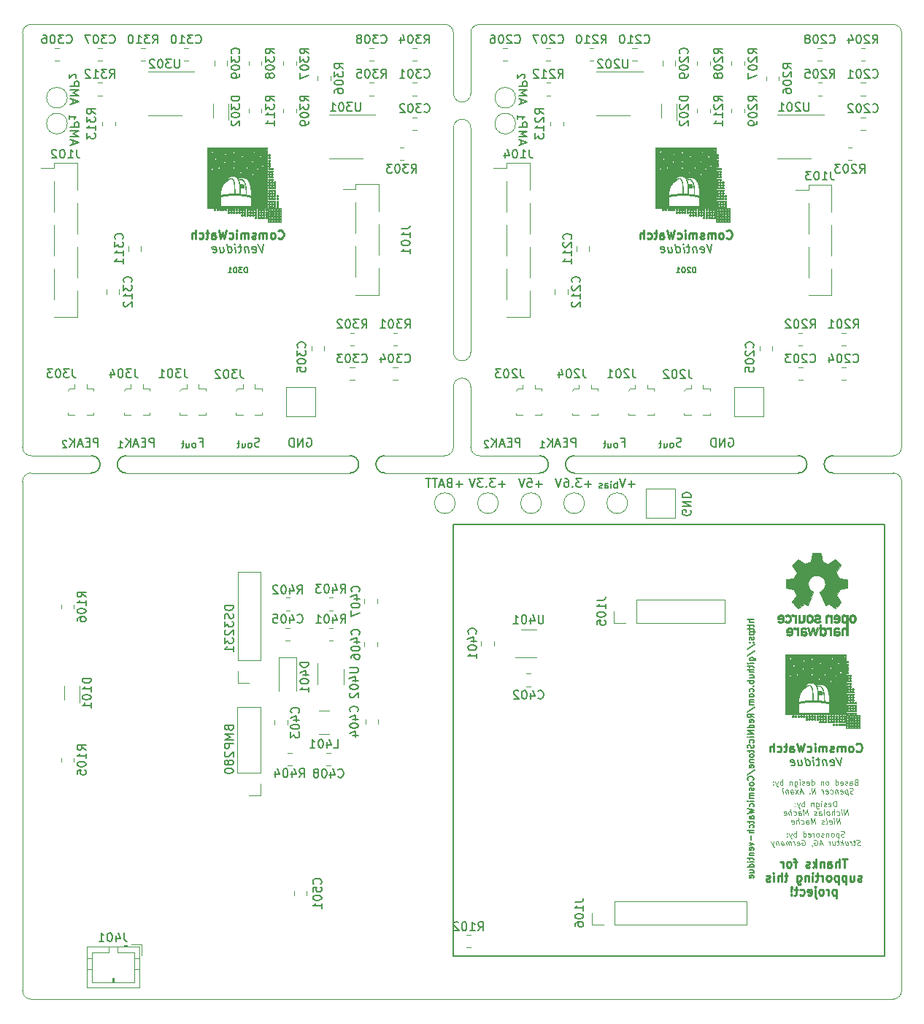
<source format=gbr>
%TF.GenerationSoftware,KiCad,Pcbnew,6.0.7-1.fc36*%
%TF.CreationDate,2022-09-03T19:14:19+02:00*%
%TF.ProjectId,CosmicWatch-ventidue,436f736d-6963-4576-9174-63682d76656e,3.3*%
%TF.SameCoordinates,Original*%
%TF.FileFunction,Legend,Bot*%
%TF.FilePolarity,Positive*%
%FSLAX46Y46*%
G04 Gerber Fmt 4.6, Leading zero omitted, Abs format (unit mm)*
G04 Created by KiCad (PCBNEW 6.0.7-1.fc36) date 2022-09-03 19:14:19*
%MOMM*%
%LPD*%
G01*
G04 APERTURE LIST*
%ADD10C,0.100000*%
%ADD11C,0.060000*%
%ADD12C,0.150000*%
%ADD13C,0.040000*%
%ADD14C,0.250000*%
%ADD15C,0.080000*%
%ADD16C,0.125000*%
%ADD17C,0.120000*%
G04 APERTURE END LIST*
D10*
X127000001Y-77999999D02*
G75*
G03*
X126000001Y-76999999I-1000001J-1D01*
G01*
D11*
G36*
X106251470Y-45732593D02*
G01*
X106256811Y-45732999D01*
X106262075Y-45733668D01*
X106267254Y-45734593D01*
X106272343Y-45735767D01*
X106277334Y-45737185D01*
X106282221Y-45738838D01*
X106286997Y-45740721D01*
X106291656Y-45742828D01*
X106296191Y-45745150D01*
X106300595Y-45747683D01*
X106304862Y-45750419D01*
X106308986Y-45753351D01*
X106312959Y-45756473D01*
X106316775Y-45759779D01*
X106320428Y-45763262D01*
X106323911Y-45766915D01*
X106327216Y-45770731D01*
X106330339Y-45774704D01*
X106333271Y-45778828D01*
X106336007Y-45783095D01*
X106338539Y-45787499D01*
X106340862Y-45792034D01*
X106342968Y-45796693D01*
X106344851Y-45801469D01*
X106346505Y-45806356D01*
X106347922Y-45811347D01*
X106349096Y-45816436D01*
X106350021Y-45821615D01*
X106350690Y-45826878D01*
X106351096Y-45832220D01*
X106351233Y-45837632D01*
X106351096Y-45843044D01*
X106350690Y-45848385D01*
X106350021Y-45853649D01*
X106349096Y-45858828D01*
X106347922Y-45863916D01*
X106346505Y-45868907D01*
X106344851Y-45873794D01*
X106342968Y-45878570D01*
X106340862Y-45883229D01*
X106338539Y-45887764D01*
X106336007Y-45892169D01*
X106333271Y-45896436D01*
X106330339Y-45900560D01*
X106327216Y-45904533D01*
X106323911Y-45908349D01*
X106320428Y-45912002D01*
X106316775Y-45915484D01*
X106312959Y-45918790D01*
X106308986Y-45921912D01*
X106304862Y-45924845D01*
X106300595Y-45927581D01*
X106296191Y-45930113D01*
X106291656Y-45932436D01*
X106286997Y-45934542D01*
X106282221Y-45936425D01*
X106277334Y-45938079D01*
X106272343Y-45939496D01*
X106267254Y-45940671D01*
X106262075Y-45941596D01*
X106256811Y-45942265D01*
X106251470Y-45942671D01*
X106246057Y-45942808D01*
X106240645Y-45942671D01*
X106235303Y-45942265D01*
X106230040Y-45941596D01*
X106224860Y-45940671D01*
X106219772Y-45939496D01*
X106214781Y-45938079D01*
X106209894Y-45936425D01*
X106205118Y-45934542D01*
X106200459Y-45932436D01*
X106195924Y-45930113D01*
X106191519Y-45927581D01*
X106187252Y-45924845D01*
X106183128Y-45921912D01*
X106179155Y-45918790D01*
X106175339Y-45915484D01*
X106171686Y-45912002D01*
X106168204Y-45908349D01*
X106164898Y-45904533D01*
X106161776Y-45900560D01*
X106158844Y-45896436D01*
X106156108Y-45892169D01*
X106153575Y-45887764D01*
X106151253Y-45883229D01*
X106149147Y-45878570D01*
X106147263Y-45873794D01*
X106145610Y-45868907D01*
X106144193Y-45863916D01*
X106143018Y-45858828D01*
X106142093Y-45853649D01*
X106141424Y-45848385D01*
X106141018Y-45843044D01*
X106140881Y-45837632D01*
X106141018Y-45832220D01*
X106141424Y-45826878D01*
X106142093Y-45821615D01*
X106143018Y-45816436D01*
X106144193Y-45811347D01*
X106145610Y-45806356D01*
X106147263Y-45801469D01*
X106149147Y-45796693D01*
X106151253Y-45792034D01*
X106153575Y-45787499D01*
X106156108Y-45783095D01*
X106158844Y-45778828D01*
X106161776Y-45774704D01*
X106164898Y-45770731D01*
X106168204Y-45766915D01*
X106171686Y-45763262D01*
X106175339Y-45759779D01*
X106179155Y-45756473D01*
X106183128Y-45753351D01*
X106187252Y-45750419D01*
X106191519Y-45747683D01*
X106195924Y-45745150D01*
X106200459Y-45742828D01*
X106205118Y-45740721D01*
X106209894Y-45738838D01*
X106214781Y-45737185D01*
X106219772Y-45735767D01*
X106224860Y-45734593D01*
X106230040Y-45733668D01*
X106235303Y-45732999D01*
X106240645Y-45732593D01*
X106246057Y-45732456D01*
X106251470Y-45732593D01*
G37*
X106251470Y-45732593D02*
X106256811Y-45732999D01*
X106262075Y-45733668D01*
X106267254Y-45734593D01*
X106272343Y-45735767D01*
X106277334Y-45737185D01*
X106282221Y-45738838D01*
X106286997Y-45740721D01*
X106291656Y-45742828D01*
X106296191Y-45745150D01*
X106300595Y-45747683D01*
X106304862Y-45750419D01*
X106308986Y-45753351D01*
X106312959Y-45756473D01*
X106316775Y-45759779D01*
X106320428Y-45763262D01*
X106323911Y-45766915D01*
X106327216Y-45770731D01*
X106330339Y-45774704D01*
X106333271Y-45778828D01*
X106336007Y-45783095D01*
X106338539Y-45787499D01*
X106340862Y-45792034D01*
X106342968Y-45796693D01*
X106344851Y-45801469D01*
X106346505Y-45806356D01*
X106347922Y-45811347D01*
X106349096Y-45816436D01*
X106350021Y-45821615D01*
X106350690Y-45826878D01*
X106351096Y-45832220D01*
X106351233Y-45837632D01*
X106351096Y-45843044D01*
X106350690Y-45848385D01*
X106350021Y-45853649D01*
X106349096Y-45858828D01*
X106347922Y-45863916D01*
X106346505Y-45868907D01*
X106344851Y-45873794D01*
X106342968Y-45878570D01*
X106340862Y-45883229D01*
X106338539Y-45887764D01*
X106336007Y-45892169D01*
X106333271Y-45896436D01*
X106330339Y-45900560D01*
X106327216Y-45904533D01*
X106323911Y-45908349D01*
X106320428Y-45912002D01*
X106316775Y-45915484D01*
X106312959Y-45918790D01*
X106308986Y-45921912D01*
X106304862Y-45924845D01*
X106300595Y-45927581D01*
X106296191Y-45930113D01*
X106291656Y-45932436D01*
X106286997Y-45934542D01*
X106282221Y-45936425D01*
X106277334Y-45938079D01*
X106272343Y-45939496D01*
X106267254Y-45940671D01*
X106262075Y-45941596D01*
X106256811Y-45942265D01*
X106251470Y-45942671D01*
X106246057Y-45942808D01*
X106240645Y-45942671D01*
X106235303Y-45942265D01*
X106230040Y-45941596D01*
X106224860Y-45940671D01*
X106219772Y-45939496D01*
X106214781Y-45938079D01*
X106209894Y-45936425D01*
X106205118Y-45934542D01*
X106200459Y-45932436D01*
X106195924Y-45930113D01*
X106191519Y-45927581D01*
X106187252Y-45924845D01*
X106183128Y-45921912D01*
X106179155Y-45918790D01*
X106175339Y-45915484D01*
X106171686Y-45912002D01*
X106168204Y-45908349D01*
X106164898Y-45904533D01*
X106161776Y-45900560D01*
X106158844Y-45896436D01*
X106156108Y-45892169D01*
X106153575Y-45887764D01*
X106151253Y-45883229D01*
X106149147Y-45878570D01*
X106147263Y-45873794D01*
X106145610Y-45868907D01*
X106144193Y-45863916D01*
X106143018Y-45858828D01*
X106142093Y-45853649D01*
X106141424Y-45848385D01*
X106141018Y-45843044D01*
X106140881Y-45837632D01*
X106141018Y-45832220D01*
X106141424Y-45826878D01*
X106142093Y-45821615D01*
X106143018Y-45816436D01*
X106144193Y-45811347D01*
X106145610Y-45806356D01*
X106147263Y-45801469D01*
X106149147Y-45796693D01*
X106151253Y-45792034D01*
X106153575Y-45787499D01*
X106156108Y-45783095D01*
X106158844Y-45778828D01*
X106161776Y-45774704D01*
X106164898Y-45770731D01*
X106168204Y-45766915D01*
X106171686Y-45763262D01*
X106175339Y-45759779D01*
X106179155Y-45756473D01*
X106183128Y-45753351D01*
X106187252Y-45750419D01*
X106191519Y-45747683D01*
X106195924Y-45745150D01*
X106200459Y-45742828D01*
X106205118Y-45740721D01*
X106209894Y-45738838D01*
X106214781Y-45737185D01*
X106219772Y-45735767D01*
X106224860Y-45734593D01*
X106230040Y-45733668D01*
X106235303Y-45732999D01*
X106240645Y-45732593D01*
X106246057Y-45732456D01*
X106251470Y-45732593D01*
G36*
X53304478Y-47310257D02*
G01*
X53309819Y-47310663D01*
X53315083Y-47311332D01*
X53320262Y-47312257D01*
X53325351Y-47313432D01*
X53330342Y-47314849D01*
X53335229Y-47316502D01*
X53340005Y-47318386D01*
X53344664Y-47320492D01*
X53349199Y-47322815D01*
X53353603Y-47325347D01*
X53357871Y-47328083D01*
X53361994Y-47331015D01*
X53365967Y-47334138D01*
X53369784Y-47337443D01*
X53373436Y-47340926D01*
X53376919Y-47344579D01*
X53380225Y-47348395D01*
X53383347Y-47352368D01*
X53386279Y-47356492D01*
X53389015Y-47360759D01*
X53391547Y-47365164D01*
X53393870Y-47369699D01*
X53395976Y-47374357D01*
X53397859Y-47379134D01*
X53399513Y-47384020D01*
X53400930Y-47389011D01*
X53402105Y-47394100D01*
X53403029Y-47399279D01*
X53403698Y-47404543D01*
X53404104Y-47409884D01*
X53404241Y-47415296D01*
X53404104Y-47420708D01*
X53403698Y-47426049D01*
X53403029Y-47431313D01*
X53402105Y-47436492D01*
X53400930Y-47441581D01*
X53399513Y-47446572D01*
X53397859Y-47451458D01*
X53395976Y-47456235D01*
X53393870Y-47460893D01*
X53391547Y-47465428D01*
X53389015Y-47469833D01*
X53386279Y-47474100D01*
X53383347Y-47478224D01*
X53380225Y-47482197D01*
X53376919Y-47486013D01*
X53373436Y-47489666D01*
X53369784Y-47493149D01*
X53365967Y-47496454D01*
X53361994Y-47499577D01*
X53357871Y-47502509D01*
X53353603Y-47505245D01*
X53349199Y-47507777D01*
X53344664Y-47510100D01*
X53340005Y-47512206D01*
X53335229Y-47514090D01*
X53330342Y-47515743D01*
X53325351Y-47517160D01*
X53320262Y-47518335D01*
X53315083Y-47519260D01*
X53309819Y-47519929D01*
X53304478Y-47520335D01*
X53299066Y-47520472D01*
X53293653Y-47520335D01*
X53288312Y-47519929D01*
X53283048Y-47519260D01*
X53277869Y-47518335D01*
X53272780Y-47517160D01*
X53267789Y-47515743D01*
X53262902Y-47514090D01*
X53258126Y-47512206D01*
X53253467Y-47510100D01*
X53248932Y-47507777D01*
X53244528Y-47505245D01*
X53240260Y-47502509D01*
X53236137Y-47499577D01*
X53232164Y-47496454D01*
X53228347Y-47493149D01*
X53224695Y-47489666D01*
X53221212Y-47486013D01*
X53217906Y-47482197D01*
X53214784Y-47478224D01*
X53211852Y-47474100D01*
X53209116Y-47469833D01*
X53206584Y-47465428D01*
X53204261Y-47460893D01*
X53202155Y-47456235D01*
X53200272Y-47451458D01*
X53198618Y-47446572D01*
X53197201Y-47441581D01*
X53196027Y-47436492D01*
X53195102Y-47431313D01*
X53194433Y-47426049D01*
X53194027Y-47420708D01*
X53193890Y-47415296D01*
X53194027Y-47409884D01*
X53194433Y-47404543D01*
X53195102Y-47399279D01*
X53196027Y-47394100D01*
X53197201Y-47389011D01*
X53198618Y-47384020D01*
X53200272Y-47379134D01*
X53202155Y-47374357D01*
X53204261Y-47369699D01*
X53206584Y-47365164D01*
X53209116Y-47360759D01*
X53211852Y-47356492D01*
X53214784Y-47352368D01*
X53217906Y-47348395D01*
X53221212Y-47344579D01*
X53224695Y-47340926D01*
X53228347Y-47337443D01*
X53232164Y-47334138D01*
X53236137Y-47331015D01*
X53240260Y-47328083D01*
X53244528Y-47325347D01*
X53248932Y-47322815D01*
X53253467Y-47320492D01*
X53258126Y-47318386D01*
X53262902Y-47316502D01*
X53267789Y-47314849D01*
X53272780Y-47313432D01*
X53277869Y-47312257D01*
X53283048Y-47311332D01*
X53288312Y-47310663D01*
X53293653Y-47310257D01*
X53299066Y-47310120D01*
X53304478Y-47310257D01*
G37*
X53304478Y-47310257D02*
X53309819Y-47310663D01*
X53315083Y-47311332D01*
X53320262Y-47312257D01*
X53325351Y-47313432D01*
X53330342Y-47314849D01*
X53335229Y-47316502D01*
X53340005Y-47318386D01*
X53344664Y-47320492D01*
X53349199Y-47322815D01*
X53353603Y-47325347D01*
X53357871Y-47328083D01*
X53361994Y-47331015D01*
X53365967Y-47334138D01*
X53369784Y-47337443D01*
X53373436Y-47340926D01*
X53376919Y-47344579D01*
X53380225Y-47348395D01*
X53383347Y-47352368D01*
X53386279Y-47356492D01*
X53389015Y-47360759D01*
X53391547Y-47365164D01*
X53393870Y-47369699D01*
X53395976Y-47374357D01*
X53397859Y-47379134D01*
X53399513Y-47384020D01*
X53400930Y-47389011D01*
X53402105Y-47394100D01*
X53403029Y-47399279D01*
X53403698Y-47404543D01*
X53404104Y-47409884D01*
X53404241Y-47415296D01*
X53404104Y-47420708D01*
X53403698Y-47426049D01*
X53403029Y-47431313D01*
X53402105Y-47436492D01*
X53400930Y-47441581D01*
X53399513Y-47446572D01*
X53397859Y-47451458D01*
X53395976Y-47456235D01*
X53393870Y-47460893D01*
X53391547Y-47465428D01*
X53389015Y-47469833D01*
X53386279Y-47474100D01*
X53383347Y-47478224D01*
X53380225Y-47482197D01*
X53376919Y-47486013D01*
X53373436Y-47489666D01*
X53369784Y-47493149D01*
X53365967Y-47496454D01*
X53361994Y-47499577D01*
X53357871Y-47502509D01*
X53353603Y-47505245D01*
X53349199Y-47507777D01*
X53344664Y-47510100D01*
X53340005Y-47512206D01*
X53335229Y-47514090D01*
X53330342Y-47515743D01*
X53325351Y-47517160D01*
X53320262Y-47518335D01*
X53315083Y-47519260D01*
X53309819Y-47519929D01*
X53304478Y-47520335D01*
X53299066Y-47520472D01*
X53293653Y-47520335D01*
X53288312Y-47519929D01*
X53283048Y-47519260D01*
X53277869Y-47518335D01*
X53272780Y-47517160D01*
X53267789Y-47515743D01*
X53262902Y-47514090D01*
X53258126Y-47512206D01*
X53253467Y-47510100D01*
X53248932Y-47507777D01*
X53244528Y-47505245D01*
X53240260Y-47502509D01*
X53236137Y-47499577D01*
X53232164Y-47496454D01*
X53228347Y-47493149D01*
X53224695Y-47489666D01*
X53221212Y-47486013D01*
X53217906Y-47482197D01*
X53214784Y-47478224D01*
X53211852Y-47474100D01*
X53209116Y-47469833D01*
X53206584Y-47465428D01*
X53204261Y-47460893D01*
X53202155Y-47456235D01*
X53200272Y-47451458D01*
X53198618Y-47446572D01*
X53197201Y-47441581D01*
X53196027Y-47436492D01*
X53195102Y-47431313D01*
X53194433Y-47426049D01*
X53194027Y-47420708D01*
X53193890Y-47415296D01*
X53194027Y-47409884D01*
X53194433Y-47404543D01*
X53195102Y-47399279D01*
X53196027Y-47394100D01*
X53197201Y-47389011D01*
X53198618Y-47384020D01*
X53200272Y-47379134D01*
X53202155Y-47374357D01*
X53204261Y-47369699D01*
X53206584Y-47365164D01*
X53209116Y-47360759D01*
X53211852Y-47356492D01*
X53214784Y-47352368D01*
X53217906Y-47348395D01*
X53221212Y-47344579D01*
X53224695Y-47340926D01*
X53228347Y-47337443D01*
X53232164Y-47334138D01*
X53236137Y-47331015D01*
X53240260Y-47328083D01*
X53244528Y-47325347D01*
X53248932Y-47322815D01*
X53253467Y-47320492D01*
X53258126Y-47318386D01*
X53262902Y-47316502D01*
X53267789Y-47314849D01*
X53272780Y-47313432D01*
X53277869Y-47312257D01*
X53283048Y-47311332D01*
X53288312Y-47310663D01*
X53293653Y-47310257D01*
X53299066Y-47310120D01*
X53304478Y-47310257D01*
G36*
X117852909Y-105734530D02*
G01*
X117858250Y-105734936D01*
X117863514Y-105735605D01*
X117868693Y-105736530D01*
X117873782Y-105737704D01*
X117878773Y-105739122D01*
X117883660Y-105740775D01*
X117888436Y-105742659D01*
X117893095Y-105744765D01*
X117897630Y-105747088D01*
X117902035Y-105749620D01*
X117906302Y-105752356D01*
X117910425Y-105755288D01*
X117914399Y-105758411D01*
X117918215Y-105761716D01*
X117921867Y-105765199D01*
X117925350Y-105768852D01*
X117928656Y-105772668D01*
X117931778Y-105776641D01*
X117934710Y-105780765D01*
X117937446Y-105785032D01*
X117939978Y-105789436D01*
X117942301Y-105793971D01*
X117944407Y-105798630D01*
X117946290Y-105803406D01*
X117947944Y-105808293D01*
X117949361Y-105813284D01*
X117950536Y-105818373D01*
X117951461Y-105823552D01*
X117952129Y-105828816D01*
X117952536Y-105834157D01*
X117952672Y-105839569D01*
X117952536Y-105844981D01*
X117952129Y-105850322D01*
X117951461Y-105855586D01*
X117950536Y-105860765D01*
X117949361Y-105865854D01*
X117947944Y-105870844D01*
X117946290Y-105875731D01*
X117944407Y-105880508D01*
X117942301Y-105885166D01*
X117939978Y-105889701D01*
X117937446Y-105894106D01*
X117934710Y-105898373D01*
X117931778Y-105902497D01*
X117928656Y-105906470D01*
X117925350Y-105910286D01*
X117921867Y-105913939D01*
X117918215Y-105917421D01*
X117914399Y-105920727D01*
X117910425Y-105923850D01*
X117906302Y-105926782D01*
X117902035Y-105929518D01*
X117897630Y-105932050D01*
X117893095Y-105934373D01*
X117888436Y-105936479D01*
X117883660Y-105938363D01*
X117878773Y-105940016D01*
X117873782Y-105941433D01*
X117868693Y-105942608D01*
X117863514Y-105943533D01*
X117858250Y-105944202D01*
X117852909Y-105944608D01*
X117847497Y-105944745D01*
X117842084Y-105944608D01*
X117836743Y-105944202D01*
X117831479Y-105943533D01*
X117826300Y-105942608D01*
X117821211Y-105941433D01*
X117816220Y-105940016D01*
X117811333Y-105938363D01*
X117806557Y-105936479D01*
X117801898Y-105934373D01*
X117797363Y-105932050D01*
X117792959Y-105929518D01*
X117788691Y-105926782D01*
X117784568Y-105923850D01*
X117780595Y-105920727D01*
X117776778Y-105917421D01*
X117773126Y-105913939D01*
X117769643Y-105910286D01*
X117766338Y-105906470D01*
X117763215Y-105902497D01*
X117760283Y-105898373D01*
X117757547Y-105894106D01*
X117755015Y-105889701D01*
X117752692Y-105885166D01*
X117750586Y-105880508D01*
X117748703Y-105875731D01*
X117747049Y-105870844D01*
X117745632Y-105865854D01*
X117744458Y-105860765D01*
X117743533Y-105855586D01*
X117742864Y-105850322D01*
X117742458Y-105844981D01*
X117742321Y-105839569D01*
X117742458Y-105834157D01*
X117742864Y-105828816D01*
X117743533Y-105823552D01*
X117744458Y-105818373D01*
X117745632Y-105813284D01*
X117747049Y-105808293D01*
X117748703Y-105803406D01*
X117750586Y-105798630D01*
X117752692Y-105793971D01*
X117755015Y-105789436D01*
X117757547Y-105785032D01*
X117760283Y-105780765D01*
X117763215Y-105776641D01*
X117766338Y-105772668D01*
X117769643Y-105768852D01*
X117773126Y-105765199D01*
X117776778Y-105761716D01*
X117780595Y-105758411D01*
X117784568Y-105755288D01*
X117788691Y-105752356D01*
X117792959Y-105749620D01*
X117797363Y-105747088D01*
X117801898Y-105744765D01*
X117806557Y-105742659D01*
X117811333Y-105740775D01*
X117816220Y-105739122D01*
X117821211Y-105737704D01*
X117826300Y-105736530D01*
X117831479Y-105735605D01*
X117836743Y-105734936D01*
X117842084Y-105734530D01*
X117847497Y-105734393D01*
X117852909Y-105734530D01*
G37*
X117852909Y-105734530D02*
X117858250Y-105734936D01*
X117863514Y-105735605D01*
X117868693Y-105736530D01*
X117873782Y-105737704D01*
X117878773Y-105739122D01*
X117883660Y-105740775D01*
X117888436Y-105742659D01*
X117893095Y-105744765D01*
X117897630Y-105747088D01*
X117902035Y-105749620D01*
X117906302Y-105752356D01*
X117910425Y-105755288D01*
X117914399Y-105758411D01*
X117918215Y-105761716D01*
X117921867Y-105765199D01*
X117925350Y-105768852D01*
X117928656Y-105772668D01*
X117931778Y-105776641D01*
X117934710Y-105780765D01*
X117937446Y-105785032D01*
X117939978Y-105789436D01*
X117942301Y-105793971D01*
X117944407Y-105798630D01*
X117946290Y-105803406D01*
X117947944Y-105808293D01*
X117949361Y-105813284D01*
X117950536Y-105818373D01*
X117951461Y-105823552D01*
X117952129Y-105828816D01*
X117952536Y-105834157D01*
X117952672Y-105839569D01*
X117952536Y-105844981D01*
X117952129Y-105850322D01*
X117951461Y-105855586D01*
X117950536Y-105860765D01*
X117949361Y-105865854D01*
X117947944Y-105870844D01*
X117946290Y-105875731D01*
X117944407Y-105880508D01*
X117942301Y-105885166D01*
X117939978Y-105889701D01*
X117937446Y-105894106D01*
X117934710Y-105898373D01*
X117931778Y-105902497D01*
X117928656Y-105906470D01*
X117925350Y-105910286D01*
X117921867Y-105913939D01*
X117918215Y-105917421D01*
X117914399Y-105920727D01*
X117910425Y-105923850D01*
X117906302Y-105926782D01*
X117902035Y-105929518D01*
X117897630Y-105932050D01*
X117893095Y-105934373D01*
X117888436Y-105936479D01*
X117883660Y-105938363D01*
X117878773Y-105940016D01*
X117873782Y-105941433D01*
X117868693Y-105942608D01*
X117863514Y-105943533D01*
X117858250Y-105944202D01*
X117852909Y-105944608D01*
X117847497Y-105944745D01*
X117842084Y-105944608D01*
X117836743Y-105944202D01*
X117831479Y-105943533D01*
X117826300Y-105942608D01*
X117821211Y-105941433D01*
X117816220Y-105940016D01*
X117811333Y-105938363D01*
X117806557Y-105936479D01*
X117801898Y-105934373D01*
X117797363Y-105932050D01*
X117792959Y-105929518D01*
X117788691Y-105926782D01*
X117784568Y-105923850D01*
X117780595Y-105920727D01*
X117776778Y-105917421D01*
X117773126Y-105913939D01*
X117769643Y-105910286D01*
X117766338Y-105906470D01*
X117763215Y-105902497D01*
X117760283Y-105898373D01*
X117757547Y-105894106D01*
X117755015Y-105889701D01*
X117752692Y-105885166D01*
X117750586Y-105880508D01*
X117748703Y-105875731D01*
X117747049Y-105870844D01*
X117745632Y-105865854D01*
X117744458Y-105860765D01*
X117743533Y-105855586D01*
X117742864Y-105850322D01*
X117742458Y-105844981D01*
X117742321Y-105839569D01*
X117742458Y-105834157D01*
X117742864Y-105828816D01*
X117743533Y-105823552D01*
X117744458Y-105818373D01*
X117745632Y-105813284D01*
X117747049Y-105808293D01*
X117748703Y-105803406D01*
X117750586Y-105798630D01*
X117752692Y-105793971D01*
X117755015Y-105789436D01*
X117757547Y-105785032D01*
X117760283Y-105780765D01*
X117763215Y-105776641D01*
X117766338Y-105772668D01*
X117769643Y-105768852D01*
X117773126Y-105765199D01*
X117776778Y-105761716D01*
X117780595Y-105758411D01*
X117784568Y-105755288D01*
X117788691Y-105752356D01*
X117792959Y-105749620D01*
X117797363Y-105747088D01*
X117801898Y-105744765D01*
X117806557Y-105742659D01*
X117811333Y-105740775D01*
X117816220Y-105739122D01*
X117821211Y-105737704D01*
X117826300Y-105736530D01*
X117831479Y-105735605D01*
X117836743Y-105734936D01*
X117842084Y-105734530D01*
X117847497Y-105734393D01*
X117852909Y-105734530D01*
G36*
X121324335Y-102894454D02*
G01*
X121329676Y-102894860D01*
X121334940Y-102895529D01*
X121340119Y-102896454D01*
X121345208Y-102897629D01*
X121350199Y-102899046D01*
X121355086Y-102900700D01*
X121359862Y-102902583D01*
X121364521Y-102904689D01*
X121369056Y-102907012D01*
X121373460Y-102909544D01*
X121377727Y-102912280D01*
X121381851Y-102915213D01*
X121385824Y-102918335D01*
X121389640Y-102921641D01*
X121393293Y-102925123D01*
X121396776Y-102928776D01*
X121400081Y-102932592D01*
X121403204Y-102936565D01*
X121406136Y-102940689D01*
X121408872Y-102944956D01*
X121411404Y-102949361D01*
X121413727Y-102953896D01*
X121415833Y-102958555D01*
X121417716Y-102963331D01*
X121419370Y-102968218D01*
X121420787Y-102973209D01*
X121421961Y-102978297D01*
X121422886Y-102983476D01*
X121423555Y-102988740D01*
X121423961Y-102994081D01*
X121424098Y-102999493D01*
X121423961Y-103004905D01*
X121423555Y-103010247D01*
X121422886Y-103015510D01*
X121421961Y-103020689D01*
X121420787Y-103025778D01*
X121419370Y-103030769D01*
X121417716Y-103035656D01*
X121415833Y-103040432D01*
X121413727Y-103045091D01*
X121411404Y-103049626D01*
X121408872Y-103054030D01*
X121406136Y-103058297D01*
X121403204Y-103062421D01*
X121400081Y-103066394D01*
X121396776Y-103070211D01*
X121393293Y-103073863D01*
X121389640Y-103077346D01*
X121385824Y-103080652D01*
X121381851Y-103083774D01*
X121377727Y-103086706D01*
X121373460Y-103089442D01*
X121369056Y-103091975D01*
X121364521Y-103094297D01*
X121359862Y-103096404D01*
X121355086Y-103098287D01*
X121350199Y-103099940D01*
X121345208Y-103101358D01*
X121340119Y-103102532D01*
X121334940Y-103103457D01*
X121329676Y-103104126D01*
X121324335Y-103104532D01*
X121318922Y-103104669D01*
X121313510Y-103104532D01*
X121308168Y-103104126D01*
X121302905Y-103103457D01*
X121297725Y-103102532D01*
X121292637Y-103101358D01*
X121287646Y-103099940D01*
X121282759Y-103098287D01*
X121277983Y-103096404D01*
X121273324Y-103094297D01*
X121268789Y-103091975D01*
X121264384Y-103089442D01*
X121260117Y-103086706D01*
X121255993Y-103083774D01*
X121252020Y-103080652D01*
X121248204Y-103077346D01*
X121244551Y-103073863D01*
X121241069Y-103070211D01*
X121237763Y-103066394D01*
X121234641Y-103062421D01*
X121231709Y-103058297D01*
X121228973Y-103054030D01*
X121226440Y-103049626D01*
X121224118Y-103045091D01*
X121222012Y-103040432D01*
X121220128Y-103035656D01*
X121218475Y-103030769D01*
X121217058Y-103025778D01*
X121215883Y-103020689D01*
X121214958Y-103015510D01*
X121214289Y-103010247D01*
X121213883Y-103004905D01*
X121213746Y-102999493D01*
X121213883Y-102994081D01*
X121214289Y-102988740D01*
X121214958Y-102983476D01*
X121215883Y-102978297D01*
X121217058Y-102973209D01*
X121218475Y-102968218D01*
X121220128Y-102963331D01*
X121222012Y-102958555D01*
X121224118Y-102953896D01*
X121226440Y-102949361D01*
X121228973Y-102944956D01*
X121231709Y-102940689D01*
X121234641Y-102936565D01*
X121237763Y-102932592D01*
X121241069Y-102928776D01*
X121244551Y-102925123D01*
X121248204Y-102921641D01*
X121252020Y-102918335D01*
X121255993Y-102915213D01*
X121260117Y-102912280D01*
X121264384Y-102909544D01*
X121268789Y-102907012D01*
X121273324Y-102904689D01*
X121277983Y-102902583D01*
X121282759Y-102900700D01*
X121287646Y-102899046D01*
X121292637Y-102897629D01*
X121297725Y-102896454D01*
X121302905Y-102895529D01*
X121308168Y-102894860D01*
X121313510Y-102894454D01*
X121318922Y-102894317D01*
X121324335Y-102894454D01*
G37*
X121324335Y-102894454D02*
X121329676Y-102894860D01*
X121334940Y-102895529D01*
X121340119Y-102896454D01*
X121345208Y-102897629D01*
X121350199Y-102899046D01*
X121355086Y-102900700D01*
X121359862Y-102902583D01*
X121364521Y-102904689D01*
X121369056Y-102907012D01*
X121373460Y-102909544D01*
X121377727Y-102912280D01*
X121381851Y-102915213D01*
X121385824Y-102918335D01*
X121389640Y-102921641D01*
X121393293Y-102925123D01*
X121396776Y-102928776D01*
X121400081Y-102932592D01*
X121403204Y-102936565D01*
X121406136Y-102940689D01*
X121408872Y-102944956D01*
X121411404Y-102949361D01*
X121413727Y-102953896D01*
X121415833Y-102958555D01*
X121417716Y-102963331D01*
X121419370Y-102968218D01*
X121420787Y-102973209D01*
X121421961Y-102978297D01*
X121422886Y-102983476D01*
X121423555Y-102988740D01*
X121423961Y-102994081D01*
X121424098Y-102999493D01*
X121423961Y-103004905D01*
X121423555Y-103010247D01*
X121422886Y-103015510D01*
X121421961Y-103020689D01*
X121420787Y-103025778D01*
X121419370Y-103030769D01*
X121417716Y-103035656D01*
X121415833Y-103040432D01*
X121413727Y-103045091D01*
X121411404Y-103049626D01*
X121408872Y-103054030D01*
X121406136Y-103058297D01*
X121403204Y-103062421D01*
X121400081Y-103066394D01*
X121396776Y-103070211D01*
X121393293Y-103073863D01*
X121389640Y-103077346D01*
X121385824Y-103080652D01*
X121381851Y-103083774D01*
X121377727Y-103086706D01*
X121373460Y-103089442D01*
X121369056Y-103091975D01*
X121364521Y-103094297D01*
X121359862Y-103096404D01*
X121355086Y-103098287D01*
X121350199Y-103099940D01*
X121345208Y-103101358D01*
X121340119Y-103102532D01*
X121334940Y-103103457D01*
X121329676Y-103104126D01*
X121324335Y-103104532D01*
X121318922Y-103104669D01*
X121313510Y-103104532D01*
X121308168Y-103104126D01*
X121302905Y-103103457D01*
X121297725Y-103102532D01*
X121292637Y-103101358D01*
X121287646Y-103099940D01*
X121282759Y-103098287D01*
X121277983Y-103096404D01*
X121273324Y-103094297D01*
X121268789Y-103091975D01*
X121264384Y-103089442D01*
X121260117Y-103086706D01*
X121255993Y-103083774D01*
X121252020Y-103080652D01*
X121248204Y-103077346D01*
X121244551Y-103073863D01*
X121241069Y-103070211D01*
X121237763Y-103066394D01*
X121234641Y-103062421D01*
X121231709Y-103058297D01*
X121228973Y-103054030D01*
X121226440Y-103049626D01*
X121224118Y-103045091D01*
X121222012Y-103040432D01*
X121220128Y-103035656D01*
X121218475Y-103030769D01*
X121217058Y-103025778D01*
X121215883Y-103020689D01*
X121214958Y-103015510D01*
X121214289Y-103010247D01*
X121213883Y-103004905D01*
X121213746Y-102999493D01*
X121213883Y-102994081D01*
X121214289Y-102988740D01*
X121214958Y-102983476D01*
X121215883Y-102978297D01*
X121217058Y-102973209D01*
X121218475Y-102968218D01*
X121220128Y-102963331D01*
X121222012Y-102958555D01*
X121224118Y-102953896D01*
X121226440Y-102949361D01*
X121228973Y-102944956D01*
X121231709Y-102940689D01*
X121234641Y-102936565D01*
X121237763Y-102932592D01*
X121241069Y-102928776D01*
X121244551Y-102925123D01*
X121248204Y-102921641D01*
X121252020Y-102918335D01*
X121255993Y-102915213D01*
X121260117Y-102912280D01*
X121264384Y-102909544D01*
X121268789Y-102907012D01*
X121273324Y-102904689D01*
X121277983Y-102902583D01*
X121282759Y-102900700D01*
X121287646Y-102899046D01*
X121292637Y-102897629D01*
X121297725Y-102896454D01*
X121302905Y-102895529D01*
X121308168Y-102894860D01*
X121313510Y-102894454D01*
X121318922Y-102894317D01*
X121324335Y-102894454D01*
G36*
X116275062Y-105103173D02*
G01*
X116280403Y-105103579D01*
X116285667Y-105104248D01*
X116290846Y-105105173D01*
X116295935Y-105106348D01*
X116300926Y-105107765D01*
X116305813Y-105109419D01*
X116310589Y-105111302D01*
X116315248Y-105113408D01*
X116319783Y-105115731D01*
X116324187Y-105118263D01*
X116328455Y-105120999D01*
X116332578Y-105123931D01*
X116336551Y-105127054D01*
X116340368Y-105130360D01*
X116344020Y-105133842D01*
X116347503Y-105137495D01*
X116350808Y-105141311D01*
X116353931Y-105145284D01*
X116356863Y-105149408D01*
X116359599Y-105153675D01*
X116362131Y-105158080D01*
X116364454Y-105162615D01*
X116366560Y-105167274D01*
X116368443Y-105172050D01*
X116370097Y-105176937D01*
X116371514Y-105181927D01*
X116372688Y-105187016D01*
X116373613Y-105192195D01*
X116374282Y-105197459D01*
X116374688Y-105202800D01*
X116374825Y-105208212D01*
X116374688Y-105213624D01*
X116374282Y-105218965D01*
X116373613Y-105224229D01*
X116372688Y-105229408D01*
X116371514Y-105234497D01*
X116370097Y-105239488D01*
X116368443Y-105244375D01*
X116366560Y-105249151D01*
X116364454Y-105253810D01*
X116362131Y-105258345D01*
X116359599Y-105262749D01*
X116356863Y-105267016D01*
X116353931Y-105271140D01*
X116350808Y-105275113D01*
X116347503Y-105278929D01*
X116344020Y-105282582D01*
X116340368Y-105286065D01*
X116336551Y-105289370D01*
X116332578Y-105292493D01*
X116328455Y-105295425D01*
X116324187Y-105298161D01*
X116319783Y-105300693D01*
X116315248Y-105303016D01*
X116310589Y-105305122D01*
X116305813Y-105307006D01*
X116300926Y-105308659D01*
X116295935Y-105310077D01*
X116290846Y-105311251D01*
X116285667Y-105312176D01*
X116280403Y-105312845D01*
X116275062Y-105313251D01*
X116269649Y-105313388D01*
X116264237Y-105313251D01*
X116258896Y-105312845D01*
X116253632Y-105312176D01*
X116248452Y-105311251D01*
X116243364Y-105310077D01*
X116238373Y-105308659D01*
X116233486Y-105307006D01*
X116228710Y-105305122D01*
X116224051Y-105303016D01*
X116219516Y-105300693D01*
X116215111Y-105298161D01*
X116210844Y-105295425D01*
X116206721Y-105292493D01*
X116202747Y-105289370D01*
X116198931Y-105286065D01*
X116195278Y-105282582D01*
X116191796Y-105278929D01*
X116188490Y-105275113D01*
X116185368Y-105271140D01*
X116182436Y-105267016D01*
X116179700Y-105262749D01*
X116177168Y-105258345D01*
X116174845Y-105253810D01*
X116172739Y-105249151D01*
X116170855Y-105244375D01*
X116169202Y-105239488D01*
X116167785Y-105234497D01*
X116166610Y-105229408D01*
X116165685Y-105224229D01*
X116165017Y-105218965D01*
X116164610Y-105213624D01*
X116164474Y-105208212D01*
X116164610Y-105202800D01*
X116165017Y-105197459D01*
X116165685Y-105192195D01*
X116166610Y-105187016D01*
X116167785Y-105181927D01*
X116169202Y-105176937D01*
X116170855Y-105172050D01*
X116172739Y-105167274D01*
X116174845Y-105162615D01*
X116177168Y-105158080D01*
X116179700Y-105153675D01*
X116182436Y-105149408D01*
X116185368Y-105145284D01*
X116188490Y-105141311D01*
X116191796Y-105137495D01*
X116195278Y-105133842D01*
X116198931Y-105130360D01*
X116202747Y-105127054D01*
X116206721Y-105123931D01*
X116210844Y-105120999D01*
X116215111Y-105118263D01*
X116219516Y-105115731D01*
X116224051Y-105113408D01*
X116228710Y-105111302D01*
X116233486Y-105109419D01*
X116238373Y-105107765D01*
X116243364Y-105106348D01*
X116248452Y-105105173D01*
X116253632Y-105104248D01*
X116258896Y-105103579D01*
X116264237Y-105103173D01*
X116269649Y-105103036D01*
X116275062Y-105103173D01*
G37*
X116275062Y-105103173D02*
X116280403Y-105103579D01*
X116285667Y-105104248D01*
X116290846Y-105105173D01*
X116295935Y-105106348D01*
X116300926Y-105107765D01*
X116305813Y-105109419D01*
X116310589Y-105111302D01*
X116315248Y-105113408D01*
X116319783Y-105115731D01*
X116324187Y-105118263D01*
X116328455Y-105120999D01*
X116332578Y-105123931D01*
X116336551Y-105127054D01*
X116340368Y-105130360D01*
X116344020Y-105133842D01*
X116347503Y-105137495D01*
X116350808Y-105141311D01*
X116353931Y-105145284D01*
X116356863Y-105149408D01*
X116359599Y-105153675D01*
X116362131Y-105158080D01*
X116364454Y-105162615D01*
X116366560Y-105167274D01*
X116368443Y-105172050D01*
X116370097Y-105176937D01*
X116371514Y-105181927D01*
X116372688Y-105187016D01*
X116373613Y-105192195D01*
X116374282Y-105197459D01*
X116374688Y-105202800D01*
X116374825Y-105208212D01*
X116374688Y-105213624D01*
X116374282Y-105218965D01*
X116373613Y-105224229D01*
X116372688Y-105229408D01*
X116371514Y-105234497D01*
X116370097Y-105239488D01*
X116368443Y-105244375D01*
X116366560Y-105249151D01*
X116364454Y-105253810D01*
X116362131Y-105258345D01*
X116359599Y-105262749D01*
X116356863Y-105267016D01*
X116353931Y-105271140D01*
X116350808Y-105275113D01*
X116347503Y-105278929D01*
X116344020Y-105282582D01*
X116340368Y-105286065D01*
X116336551Y-105289370D01*
X116332578Y-105292493D01*
X116328455Y-105295425D01*
X116324187Y-105298161D01*
X116319783Y-105300693D01*
X116315248Y-105303016D01*
X116310589Y-105305122D01*
X116305813Y-105307006D01*
X116300926Y-105308659D01*
X116295935Y-105310077D01*
X116290846Y-105311251D01*
X116285667Y-105312176D01*
X116280403Y-105312845D01*
X116275062Y-105313251D01*
X116269649Y-105313388D01*
X116264237Y-105313251D01*
X116258896Y-105312845D01*
X116253632Y-105312176D01*
X116248452Y-105311251D01*
X116243364Y-105310077D01*
X116238373Y-105308659D01*
X116233486Y-105307006D01*
X116228710Y-105305122D01*
X116224051Y-105303016D01*
X116219516Y-105300693D01*
X116215111Y-105298161D01*
X116210844Y-105295425D01*
X116206721Y-105292493D01*
X116202747Y-105289370D01*
X116198931Y-105286065D01*
X116195278Y-105282582D01*
X116191796Y-105278929D01*
X116188490Y-105275113D01*
X116185368Y-105271140D01*
X116182436Y-105267016D01*
X116179700Y-105262749D01*
X116177168Y-105258345D01*
X116174845Y-105253810D01*
X116172739Y-105249151D01*
X116170855Y-105244375D01*
X116169202Y-105239488D01*
X116167785Y-105234497D01*
X116166610Y-105229408D01*
X116165685Y-105224229D01*
X116165017Y-105218965D01*
X116164610Y-105213624D01*
X116164474Y-105208212D01*
X116164610Y-105202800D01*
X116165017Y-105197459D01*
X116165685Y-105192195D01*
X116166610Y-105187016D01*
X116167785Y-105181927D01*
X116169202Y-105176937D01*
X116170855Y-105172050D01*
X116172739Y-105167274D01*
X116174845Y-105162615D01*
X116177168Y-105158080D01*
X116179700Y-105153675D01*
X116182436Y-105149408D01*
X116185368Y-105145284D01*
X116188490Y-105141311D01*
X116191796Y-105137495D01*
X116195278Y-105133842D01*
X116198931Y-105130360D01*
X116202747Y-105127054D01*
X116206721Y-105123931D01*
X116210844Y-105120999D01*
X116215111Y-105118263D01*
X116219516Y-105115731D01*
X116224051Y-105113408D01*
X116228710Y-105111302D01*
X116233486Y-105109419D01*
X116238373Y-105107765D01*
X116243364Y-105106348D01*
X116248452Y-105105173D01*
X116253632Y-105104248D01*
X116258896Y-105103579D01*
X116264237Y-105103173D01*
X116269649Y-105103036D01*
X116275062Y-105103173D01*
G36*
X115959429Y-105418705D02*
G01*
X115964770Y-105419111D01*
X115970034Y-105419780D01*
X115975214Y-105420705D01*
X115980302Y-105421880D01*
X115985293Y-105423297D01*
X115990180Y-105424950D01*
X115994956Y-105426834D01*
X115999615Y-105428940D01*
X116004150Y-105431263D01*
X116008555Y-105433795D01*
X116012822Y-105436531D01*
X116016945Y-105439463D01*
X116020919Y-105442586D01*
X116024735Y-105445891D01*
X116028388Y-105449374D01*
X116031870Y-105453027D01*
X116035176Y-105456843D01*
X116038298Y-105460816D01*
X116041230Y-105464940D01*
X116043966Y-105469207D01*
X116046499Y-105473612D01*
X116048821Y-105478147D01*
X116050927Y-105482805D01*
X116052811Y-105487582D01*
X116054464Y-105492468D01*
X116055881Y-105497459D01*
X116057056Y-105502548D01*
X116057981Y-105507727D01*
X116058649Y-105512991D01*
X116059056Y-105518332D01*
X116059192Y-105523744D01*
X116059056Y-105529156D01*
X116058649Y-105534497D01*
X116057981Y-105539761D01*
X116057056Y-105544940D01*
X116055881Y-105550029D01*
X116054464Y-105555020D01*
X116052811Y-105559906D01*
X116050927Y-105564683D01*
X116048821Y-105569341D01*
X116046499Y-105573876D01*
X116043966Y-105578281D01*
X116041230Y-105582548D01*
X116038298Y-105586672D01*
X116035176Y-105590645D01*
X116031870Y-105594461D01*
X116028388Y-105598114D01*
X116024735Y-105601597D01*
X116020919Y-105604902D01*
X116016945Y-105608025D01*
X116012822Y-105610957D01*
X116008555Y-105613693D01*
X116004150Y-105616225D01*
X115999615Y-105618548D01*
X115994956Y-105620654D01*
X115990180Y-105622538D01*
X115985293Y-105624191D01*
X115980302Y-105625609D01*
X115975214Y-105626783D01*
X115970034Y-105627708D01*
X115964770Y-105628377D01*
X115959429Y-105628783D01*
X115954017Y-105628920D01*
X115948604Y-105628783D01*
X115943263Y-105628377D01*
X115937999Y-105627708D01*
X115932820Y-105626783D01*
X115927731Y-105625609D01*
X115922740Y-105624191D01*
X115917853Y-105622538D01*
X115913077Y-105620654D01*
X115908418Y-105618548D01*
X115903883Y-105616225D01*
X115899479Y-105613693D01*
X115895212Y-105610957D01*
X115891088Y-105608025D01*
X115887115Y-105604902D01*
X115883299Y-105601597D01*
X115879646Y-105598114D01*
X115876163Y-105594461D01*
X115872858Y-105590645D01*
X115869735Y-105586672D01*
X115866803Y-105582548D01*
X115864067Y-105578281D01*
X115861535Y-105573876D01*
X115859212Y-105569341D01*
X115857106Y-105564683D01*
X115855223Y-105559906D01*
X115853569Y-105555020D01*
X115852152Y-105550029D01*
X115850978Y-105544940D01*
X115850053Y-105539761D01*
X115849384Y-105534497D01*
X115848978Y-105529156D01*
X115848841Y-105523744D01*
X115848978Y-105518332D01*
X115849384Y-105512991D01*
X115850053Y-105507727D01*
X115850978Y-105502548D01*
X115852152Y-105497459D01*
X115853569Y-105492468D01*
X115855223Y-105487582D01*
X115857106Y-105482805D01*
X115859212Y-105478147D01*
X115861535Y-105473612D01*
X115864067Y-105469207D01*
X115866803Y-105464940D01*
X115869735Y-105460816D01*
X115872858Y-105456843D01*
X115876163Y-105453027D01*
X115879646Y-105449374D01*
X115883299Y-105445891D01*
X115887115Y-105442586D01*
X115891088Y-105439463D01*
X115895212Y-105436531D01*
X115899479Y-105433795D01*
X115903883Y-105431263D01*
X115908418Y-105428940D01*
X115913077Y-105426834D01*
X115917853Y-105424950D01*
X115922740Y-105423297D01*
X115927731Y-105421880D01*
X115932820Y-105420705D01*
X115937999Y-105419780D01*
X115943263Y-105419111D01*
X115948604Y-105418705D01*
X115954017Y-105418568D01*
X115959429Y-105418705D01*
G37*
X115959429Y-105418705D02*
X115964770Y-105419111D01*
X115970034Y-105419780D01*
X115975214Y-105420705D01*
X115980302Y-105421880D01*
X115985293Y-105423297D01*
X115990180Y-105424950D01*
X115994956Y-105426834D01*
X115999615Y-105428940D01*
X116004150Y-105431263D01*
X116008555Y-105433795D01*
X116012822Y-105436531D01*
X116016945Y-105439463D01*
X116020919Y-105442586D01*
X116024735Y-105445891D01*
X116028388Y-105449374D01*
X116031870Y-105453027D01*
X116035176Y-105456843D01*
X116038298Y-105460816D01*
X116041230Y-105464940D01*
X116043966Y-105469207D01*
X116046499Y-105473612D01*
X116048821Y-105478147D01*
X116050927Y-105482805D01*
X116052811Y-105487582D01*
X116054464Y-105492468D01*
X116055881Y-105497459D01*
X116057056Y-105502548D01*
X116057981Y-105507727D01*
X116058649Y-105512991D01*
X116059056Y-105518332D01*
X116059192Y-105523744D01*
X116059056Y-105529156D01*
X116058649Y-105534497D01*
X116057981Y-105539761D01*
X116057056Y-105544940D01*
X116055881Y-105550029D01*
X116054464Y-105555020D01*
X116052811Y-105559906D01*
X116050927Y-105564683D01*
X116048821Y-105569341D01*
X116046499Y-105573876D01*
X116043966Y-105578281D01*
X116041230Y-105582548D01*
X116038298Y-105586672D01*
X116035176Y-105590645D01*
X116031870Y-105594461D01*
X116028388Y-105598114D01*
X116024735Y-105601597D01*
X116020919Y-105604902D01*
X116016945Y-105608025D01*
X116012822Y-105610957D01*
X116008555Y-105613693D01*
X116004150Y-105616225D01*
X115999615Y-105618548D01*
X115994956Y-105620654D01*
X115990180Y-105622538D01*
X115985293Y-105624191D01*
X115980302Y-105625609D01*
X115975214Y-105626783D01*
X115970034Y-105627708D01*
X115964770Y-105628377D01*
X115959429Y-105628783D01*
X115954017Y-105628920D01*
X115948604Y-105628783D01*
X115943263Y-105628377D01*
X115937999Y-105627708D01*
X115932820Y-105626783D01*
X115927731Y-105625609D01*
X115922740Y-105624191D01*
X115917853Y-105622538D01*
X115913077Y-105620654D01*
X115908418Y-105618548D01*
X115903883Y-105616225D01*
X115899479Y-105613693D01*
X115895212Y-105610957D01*
X115891088Y-105608025D01*
X115887115Y-105604902D01*
X115883299Y-105601597D01*
X115879646Y-105598114D01*
X115876163Y-105594461D01*
X115872858Y-105590645D01*
X115869735Y-105586672D01*
X115866803Y-105582548D01*
X115864067Y-105578281D01*
X115861535Y-105573876D01*
X115859212Y-105569341D01*
X115857106Y-105564683D01*
X115855223Y-105559906D01*
X115853569Y-105555020D01*
X115852152Y-105550029D01*
X115850978Y-105544940D01*
X115850053Y-105539761D01*
X115849384Y-105534497D01*
X115848978Y-105529156D01*
X115848841Y-105523744D01*
X115848978Y-105518332D01*
X115849384Y-105512991D01*
X115850053Y-105507727D01*
X115850978Y-105502548D01*
X115852152Y-105497459D01*
X115853569Y-105492468D01*
X115855223Y-105487582D01*
X115857106Y-105482805D01*
X115859212Y-105478147D01*
X115861535Y-105473612D01*
X115864067Y-105469207D01*
X115866803Y-105464940D01*
X115869735Y-105460816D01*
X115872858Y-105456843D01*
X115876163Y-105453027D01*
X115879646Y-105449374D01*
X115883299Y-105445891D01*
X115887115Y-105442586D01*
X115891088Y-105439463D01*
X115895212Y-105436531D01*
X115899479Y-105433795D01*
X115903883Y-105431263D01*
X115908418Y-105428940D01*
X115913077Y-105426834D01*
X115917853Y-105424950D01*
X115922740Y-105423297D01*
X115927731Y-105421880D01*
X115932820Y-105420705D01*
X115937999Y-105419780D01*
X115943263Y-105419111D01*
X115948604Y-105418705D01*
X115954017Y-105418568D01*
X115959429Y-105418705D01*
D12*
X63000000Y-77000000D02*
G75*
G03*
X63000000Y-75000000I0J1000000D01*
G01*
D11*
G36*
X51411199Y-46363565D02*
G01*
X51416541Y-46363971D01*
X51421804Y-46364640D01*
X51426984Y-46365565D01*
X51432072Y-46366740D01*
X51437063Y-46368157D01*
X51441950Y-46369811D01*
X51446727Y-46371694D01*
X51451385Y-46373800D01*
X51455920Y-46376123D01*
X51460325Y-46378655D01*
X51464592Y-46381391D01*
X51468716Y-46384323D01*
X51472689Y-46387446D01*
X51476505Y-46390752D01*
X51480158Y-46394234D01*
X51483640Y-46397887D01*
X51486946Y-46401703D01*
X51490068Y-46405676D01*
X51493001Y-46409800D01*
X51495736Y-46414067D01*
X51498269Y-46418472D01*
X51500591Y-46423007D01*
X51502698Y-46427666D01*
X51504581Y-46432442D01*
X51506234Y-46437329D01*
X51507652Y-46442319D01*
X51508826Y-46447408D01*
X51509751Y-46452587D01*
X51510420Y-46457851D01*
X51510826Y-46463192D01*
X51510963Y-46468604D01*
X51510826Y-46474016D01*
X51510420Y-46479357D01*
X51509751Y-46484621D01*
X51508826Y-46489800D01*
X51507652Y-46494889D01*
X51506234Y-46499880D01*
X51504581Y-46504767D01*
X51502698Y-46509543D01*
X51500591Y-46514202D01*
X51498269Y-46518737D01*
X51495736Y-46523141D01*
X51493001Y-46527408D01*
X51490068Y-46531532D01*
X51486946Y-46535505D01*
X51483640Y-46539321D01*
X51480158Y-46542974D01*
X51476505Y-46546457D01*
X51472689Y-46549762D01*
X51468716Y-46552885D01*
X51464592Y-46555817D01*
X51460325Y-46558553D01*
X51455920Y-46561085D01*
X51451385Y-46563408D01*
X51446727Y-46565514D01*
X51441950Y-46567398D01*
X51437063Y-46569051D01*
X51432072Y-46570469D01*
X51426984Y-46571643D01*
X51421804Y-46572568D01*
X51416541Y-46573237D01*
X51411199Y-46573643D01*
X51405787Y-46573780D01*
X51400375Y-46573643D01*
X51395033Y-46573237D01*
X51389770Y-46572568D01*
X51384590Y-46571643D01*
X51379502Y-46570469D01*
X51374511Y-46569051D01*
X51369624Y-46567398D01*
X51364847Y-46565514D01*
X51360189Y-46563408D01*
X51355654Y-46561085D01*
X51351249Y-46558553D01*
X51346982Y-46555817D01*
X51342858Y-46552885D01*
X51338885Y-46549762D01*
X51335069Y-46546457D01*
X51331416Y-46542974D01*
X51327934Y-46539321D01*
X51324628Y-46535505D01*
X51321506Y-46531532D01*
X51318573Y-46527408D01*
X51315838Y-46523141D01*
X51313305Y-46518737D01*
X51310983Y-46514202D01*
X51308876Y-46509543D01*
X51306993Y-46504767D01*
X51305340Y-46499880D01*
X51303922Y-46494889D01*
X51302748Y-46489800D01*
X51301823Y-46484621D01*
X51301154Y-46479357D01*
X51300748Y-46474016D01*
X51300611Y-46468604D01*
X51300748Y-46463192D01*
X51301154Y-46457851D01*
X51301823Y-46452587D01*
X51302748Y-46447408D01*
X51303922Y-46442319D01*
X51305340Y-46437329D01*
X51306993Y-46432442D01*
X51308876Y-46427666D01*
X51310983Y-46423007D01*
X51313305Y-46418472D01*
X51315838Y-46414067D01*
X51318573Y-46409800D01*
X51321506Y-46405676D01*
X51324628Y-46401703D01*
X51327934Y-46397887D01*
X51331416Y-46394234D01*
X51335069Y-46390752D01*
X51338885Y-46387446D01*
X51342858Y-46384323D01*
X51346982Y-46381391D01*
X51351249Y-46378655D01*
X51355654Y-46376123D01*
X51360189Y-46373800D01*
X51364847Y-46371694D01*
X51369624Y-46369811D01*
X51374511Y-46368157D01*
X51379502Y-46366740D01*
X51384590Y-46365565D01*
X51389770Y-46364640D01*
X51395033Y-46363971D01*
X51400375Y-46363565D01*
X51405787Y-46363428D01*
X51411199Y-46363565D01*
G37*
X51411199Y-46363565D02*
X51416541Y-46363971D01*
X51421804Y-46364640D01*
X51426984Y-46365565D01*
X51432072Y-46366740D01*
X51437063Y-46368157D01*
X51441950Y-46369811D01*
X51446727Y-46371694D01*
X51451385Y-46373800D01*
X51455920Y-46376123D01*
X51460325Y-46378655D01*
X51464592Y-46381391D01*
X51468716Y-46384323D01*
X51472689Y-46387446D01*
X51476505Y-46390752D01*
X51480158Y-46394234D01*
X51483640Y-46397887D01*
X51486946Y-46401703D01*
X51490068Y-46405676D01*
X51493001Y-46409800D01*
X51495736Y-46414067D01*
X51498269Y-46418472D01*
X51500591Y-46423007D01*
X51502698Y-46427666D01*
X51504581Y-46432442D01*
X51506234Y-46437329D01*
X51507652Y-46442319D01*
X51508826Y-46447408D01*
X51509751Y-46452587D01*
X51510420Y-46457851D01*
X51510826Y-46463192D01*
X51510963Y-46468604D01*
X51510826Y-46474016D01*
X51510420Y-46479357D01*
X51509751Y-46484621D01*
X51508826Y-46489800D01*
X51507652Y-46494889D01*
X51506234Y-46499880D01*
X51504581Y-46504767D01*
X51502698Y-46509543D01*
X51500591Y-46514202D01*
X51498269Y-46518737D01*
X51495736Y-46523141D01*
X51493001Y-46527408D01*
X51490068Y-46531532D01*
X51486946Y-46535505D01*
X51483640Y-46539321D01*
X51480158Y-46542974D01*
X51476505Y-46546457D01*
X51472689Y-46549762D01*
X51468716Y-46552885D01*
X51464592Y-46555817D01*
X51460325Y-46558553D01*
X51455920Y-46561085D01*
X51451385Y-46563408D01*
X51446727Y-46565514D01*
X51441950Y-46567398D01*
X51437063Y-46569051D01*
X51432072Y-46570469D01*
X51426984Y-46571643D01*
X51421804Y-46572568D01*
X51416541Y-46573237D01*
X51411199Y-46573643D01*
X51405787Y-46573780D01*
X51400375Y-46573643D01*
X51395033Y-46573237D01*
X51389770Y-46572568D01*
X51384590Y-46571643D01*
X51379502Y-46570469D01*
X51374511Y-46569051D01*
X51369624Y-46567398D01*
X51364847Y-46565514D01*
X51360189Y-46563408D01*
X51355654Y-46561085D01*
X51351249Y-46558553D01*
X51346982Y-46555817D01*
X51342858Y-46552885D01*
X51338885Y-46549762D01*
X51335069Y-46546457D01*
X51331416Y-46542974D01*
X51327934Y-46539321D01*
X51324628Y-46535505D01*
X51321506Y-46531532D01*
X51318573Y-46527408D01*
X51315838Y-46523141D01*
X51313305Y-46518737D01*
X51310983Y-46514202D01*
X51308876Y-46509543D01*
X51306993Y-46504767D01*
X51305340Y-46499880D01*
X51303922Y-46494889D01*
X51302748Y-46489800D01*
X51301823Y-46484621D01*
X51301154Y-46479357D01*
X51300748Y-46474016D01*
X51300611Y-46468604D01*
X51300748Y-46463192D01*
X51301154Y-46457851D01*
X51301823Y-46452587D01*
X51302748Y-46447408D01*
X51303922Y-46442319D01*
X51305340Y-46437329D01*
X51306993Y-46432442D01*
X51308876Y-46427666D01*
X51310983Y-46423007D01*
X51313305Y-46418472D01*
X51315838Y-46414067D01*
X51318573Y-46409800D01*
X51321506Y-46405676D01*
X51324628Y-46401703D01*
X51327934Y-46397887D01*
X51331416Y-46394234D01*
X51335069Y-46390752D01*
X51338885Y-46387446D01*
X51342858Y-46384323D01*
X51346982Y-46381391D01*
X51351249Y-46378655D01*
X51355654Y-46376123D01*
X51360189Y-46373800D01*
X51364847Y-46371694D01*
X51369624Y-46369811D01*
X51374511Y-46368157D01*
X51379502Y-46366740D01*
X51384590Y-46365565D01*
X51389770Y-46364640D01*
X51395033Y-46363971D01*
X51400375Y-46363565D01*
X51405787Y-46363428D01*
X51411199Y-46363565D01*
G36*
X105620310Y-41945839D02*
G01*
X105625651Y-41946245D01*
X105630915Y-41946914D01*
X105636094Y-41947839D01*
X105641183Y-41949013D01*
X105646174Y-41950431D01*
X105651061Y-41952084D01*
X105655837Y-41953968D01*
X105660496Y-41956074D01*
X105665031Y-41958397D01*
X105669435Y-41960929D01*
X105673702Y-41963665D01*
X105677826Y-41966597D01*
X105681799Y-41969720D01*
X105685615Y-41973025D01*
X105689268Y-41976508D01*
X105692751Y-41980161D01*
X105696056Y-41983977D01*
X105699179Y-41987950D01*
X105702111Y-41992074D01*
X105704847Y-41996341D01*
X105707379Y-42000746D01*
X105709702Y-42005281D01*
X105711808Y-42009939D01*
X105713691Y-42014716D01*
X105715345Y-42019602D01*
X105716762Y-42024593D01*
X105717936Y-42029682D01*
X105718861Y-42034861D01*
X105719530Y-42040125D01*
X105719936Y-42045466D01*
X105720073Y-42050878D01*
X105719936Y-42056290D01*
X105719530Y-42061631D01*
X105718861Y-42066895D01*
X105717936Y-42072074D01*
X105716762Y-42077163D01*
X105715345Y-42082154D01*
X105713691Y-42087040D01*
X105711808Y-42091817D01*
X105709702Y-42096475D01*
X105707379Y-42101010D01*
X105704847Y-42105415D01*
X105702111Y-42109682D01*
X105699179Y-42113806D01*
X105696056Y-42117779D01*
X105692751Y-42121595D01*
X105689268Y-42125248D01*
X105685615Y-42128731D01*
X105681799Y-42132036D01*
X105677826Y-42135159D01*
X105673702Y-42138091D01*
X105669435Y-42140827D01*
X105665031Y-42143359D01*
X105660496Y-42145682D01*
X105655837Y-42147788D01*
X105651061Y-42149672D01*
X105646174Y-42151325D01*
X105641183Y-42152742D01*
X105636094Y-42153917D01*
X105630915Y-42154842D01*
X105625651Y-42155511D01*
X105620310Y-42155917D01*
X105614897Y-42156054D01*
X105609485Y-42155917D01*
X105604144Y-42155511D01*
X105598880Y-42154842D01*
X105593700Y-42153917D01*
X105588612Y-42152742D01*
X105583621Y-42151325D01*
X105578734Y-42149672D01*
X105573958Y-42147788D01*
X105569299Y-42145682D01*
X105564764Y-42143359D01*
X105560359Y-42140827D01*
X105556092Y-42138091D01*
X105551969Y-42135159D01*
X105547995Y-42132036D01*
X105544179Y-42128731D01*
X105540526Y-42125248D01*
X105537044Y-42121595D01*
X105533738Y-42117779D01*
X105530616Y-42113806D01*
X105527684Y-42109682D01*
X105524948Y-42105415D01*
X105522415Y-42101010D01*
X105520093Y-42096475D01*
X105517987Y-42091817D01*
X105516103Y-42087040D01*
X105514450Y-42082154D01*
X105513033Y-42077163D01*
X105511858Y-42072074D01*
X105510933Y-42066895D01*
X105510265Y-42061631D01*
X105509858Y-42056290D01*
X105509721Y-42050878D01*
X105509858Y-42045466D01*
X105510265Y-42040125D01*
X105510933Y-42034861D01*
X105511858Y-42029682D01*
X105513033Y-42024593D01*
X105514450Y-42019602D01*
X105516103Y-42014716D01*
X105517987Y-42009939D01*
X105520093Y-42005281D01*
X105522415Y-42000746D01*
X105524948Y-41996341D01*
X105527684Y-41992074D01*
X105530616Y-41987950D01*
X105533738Y-41983977D01*
X105537044Y-41980161D01*
X105540526Y-41976508D01*
X105544179Y-41973025D01*
X105547995Y-41969720D01*
X105551969Y-41966597D01*
X105556092Y-41963665D01*
X105560359Y-41960929D01*
X105564764Y-41958397D01*
X105569299Y-41956074D01*
X105573958Y-41953968D01*
X105578734Y-41952084D01*
X105583621Y-41950431D01*
X105588612Y-41949013D01*
X105593700Y-41947839D01*
X105598880Y-41946914D01*
X105604144Y-41946245D01*
X105609485Y-41945839D01*
X105614897Y-41945702D01*
X105620310Y-41945839D01*
G37*
X105620310Y-41945839D02*
X105625651Y-41946245D01*
X105630915Y-41946914D01*
X105636094Y-41947839D01*
X105641183Y-41949013D01*
X105646174Y-41950431D01*
X105651061Y-41952084D01*
X105655837Y-41953968D01*
X105660496Y-41956074D01*
X105665031Y-41958397D01*
X105669435Y-41960929D01*
X105673702Y-41963665D01*
X105677826Y-41966597D01*
X105681799Y-41969720D01*
X105685615Y-41973025D01*
X105689268Y-41976508D01*
X105692751Y-41980161D01*
X105696056Y-41983977D01*
X105699179Y-41987950D01*
X105702111Y-41992074D01*
X105704847Y-41996341D01*
X105707379Y-42000746D01*
X105709702Y-42005281D01*
X105711808Y-42009939D01*
X105713691Y-42014716D01*
X105715345Y-42019602D01*
X105716762Y-42024593D01*
X105717936Y-42029682D01*
X105718861Y-42034861D01*
X105719530Y-42040125D01*
X105719936Y-42045466D01*
X105720073Y-42050878D01*
X105719936Y-42056290D01*
X105719530Y-42061631D01*
X105718861Y-42066895D01*
X105717936Y-42072074D01*
X105716762Y-42077163D01*
X105715345Y-42082154D01*
X105713691Y-42087040D01*
X105711808Y-42091817D01*
X105709702Y-42096475D01*
X105707379Y-42101010D01*
X105704847Y-42105415D01*
X105702111Y-42109682D01*
X105699179Y-42113806D01*
X105696056Y-42117779D01*
X105692751Y-42121595D01*
X105689268Y-42125248D01*
X105685615Y-42128731D01*
X105681799Y-42132036D01*
X105677826Y-42135159D01*
X105673702Y-42138091D01*
X105669435Y-42140827D01*
X105665031Y-42143359D01*
X105660496Y-42145682D01*
X105655837Y-42147788D01*
X105651061Y-42149672D01*
X105646174Y-42151325D01*
X105641183Y-42152742D01*
X105636094Y-42153917D01*
X105630915Y-42154842D01*
X105625651Y-42155511D01*
X105620310Y-42155917D01*
X105614897Y-42156054D01*
X105609485Y-42155917D01*
X105604144Y-42155511D01*
X105598880Y-42154842D01*
X105593700Y-42153917D01*
X105588612Y-42152742D01*
X105583621Y-42151325D01*
X105578734Y-42149672D01*
X105573958Y-42147788D01*
X105569299Y-42145682D01*
X105564764Y-42143359D01*
X105560359Y-42140827D01*
X105556092Y-42138091D01*
X105551969Y-42135159D01*
X105547995Y-42132036D01*
X105544179Y-42128731D01*
X105540526Y-42125248D01*
X105537044Y-42121595D01*
X105533738Y-42117779D01*
X105530616Y-42113806D01*
X105527684Y-42109682D01*
X105524948Y-42105415D01*
X105522415Y-42101010D01*
X105520093Y-42096475D01*
X105517987Y-42091817D01*
X105516103Y-42087040D01*
X105514450Y-42082154D01*
X105513033Y-42077163D01*
X105511858Y-42072074D01*
X105510933Y-42066895D01*
X105510265Y-42061631D01*
X105509858Y-42056290D01*
X105509721Y-42050878D01*
X105509858Y-42045466D01*
X105510265Y-42040125D01*
X105510933Y-42034861D01*
X105511858Y-42029682D01*
X105513033Y-42024593D01*
X105514450Y-42019602D01*
X105516103Y-42014716D01*
X105517987Y-42009939D01*
X105520093Y-42005281D01*
X105522415Y-42000746D01*
X105524948Y-41996341D01*
X105527684Y-41992074D01*
X105530616Y-41987950D01*
X105533738Y-41983977D01*
X105537044Y-41980161D01*
X105540526Y-41976508D01*
X105544179Y-41973025D01*
X105547995Y-41969720D01*
X105551969Y-41966597D01*
X105556092Y-41963665D01*
X105560359Y-41960929D01*
X105564764Y-41958397D01*
X105569299Y-41956074D01*
X105573958Y-41953968D01*
X105578734Y-41952084D01*
X105583621Y-41950431D01*
X105588612Y-41949013D01*
X105593700Y-41947839D01*
X105598880Y-41946914D01*
X105604144Y-41946245D01*
X105609485Y-41945839D01*
X105614897Y-41945702D01*
X105620310Y-41945839D01*
G36*
X100255512Y-46363565D02*
G01*
X100260853Y-46363971D01*
X100266117Y-46364640D01*
X100271296Y-46365565D01*
X100276385Y-46366740D01*
X100281376Y-46368157D01*
X100286263Y-46369811D01*
X100291039Y-46371694D01*
X100295698Y-46373800D01*
X100300233Y-46376123D01*
X100304637Y-46378655D01*
X100308904Y-46381391D01*
X100313028Y-46384323D01*
X100317001Y-46387446D01*
X100320817Y-46390752D01*
X100324470Y-46394234D01*
X100327953Y-46397887D01*
X100331258Y-46401703D01*
X100334381Y-46405676D01*
X100337313Y-46409800D01*
X100340049Y-46414067D01*
X100342581Y-46418472D01*
X100344904Y-46423007D01*
X100347010Y-46427666D01*
X100348893Y-46432442D01*
X100350547Y-46437329D01*
X100351964Y-46442319D01*
X100353138Y-46447408D01*
X100354063Y-46452587D01*
X100354732Y-46457851D01*
X100355138Y-46463192D01*
X100355275Y-46468604D01*
X100355138Y-46474016D01*
X100354732Y-46479357D01*
X100354063Y-46484621D01*
X100353138Y-46489800D01*
X100351964Y-46494889D01*
X100350547Y-46499880D01*
X100348893Y-46504767D01*
X100347010Y-46509543D01*
X100344904Y-46514202D01*
X100342581Y-46518737D01*
X100340049Y-46523141D01*
X100337313Y-46527408D01*
X100334381Y-46531532D01*
X100331258Y-46535505D01*
X100327953Y-46539321D01*
X100324470Y-46542974D01*
X100320817Y-46546457D01*
X100317001Y-46549762D01*
X100313028Y-46552885D01*
X100308904Y-46555817D01*
X100304637Y-46558553D01*
X100300233Y-46561085D01*
X100295698Y-46563408D01*
X100291039Y-46565514D01*
X100286263Y-46567398D01*
X100281376Y-46569051D01*
X100276385Y-46570469D01*
X100271296Y-46571643D01*
X100266117Y-46572568D01*
X100260853Y-46573237D01*
X100255512Y-46573643D01*
X100250099Y-46573780D01*
X100244687Y-46573643D01*
X100239346Y-46573237D01*
X100234082Y-46572568D01*
X100228902Y-46571643D01*
X100223814Y-46570469D01*
X100218823Y-46569051D01*
X100213936Y-46567398D01*
X100209160Y-46565514D01*
X100204501Y-46563408D01*
X100199966Y-46561085D01*
X100195561Y-46558553D01*
X100191294Y-46555817D01*
X100187171Y-46552885D01*
X100183197Y-46549762D01*
X100179381Y-46546457D01*
X100175728Y-46542974D01*
X100172246Y-46539321D01*
X100168940Y-46535505D01*
X100165818Y-46531532D01*
X100162886Y-46527408D01*
X100160150Y-46523141D01*
X100157617Y-46518737D01*
X100155295Y-46514202D01*
X100153189Y-46509543D01*
X100151305Y-46504767D01*
X100149652Y-46499880D01*
X100148235Y-46494889D01*
X100147060Y-46489800D01*
X100146135Y-46484621D01*
X100145467Y-46479357D01*
X100145060Y-46474016D01*
X100144924Y-46468604D01*
X100145060Y-46463192D01*
X100145467Y-46457851D01*
X100146135Y-46452587D01*
X100147060Y-46447408D01*
X100148235Y-46442319D01*
X100149652Y-46437329D01*
X100151305Y-46432442D01*
X100153189Y-46427666D01*
X100155295Y-46423007D01*
X100157617Y-46418472D01*
X100160150Y-46414067D01*
X100162886Y-46409800D01*
X100165818Y-46405676D01*
X100168940Y-46401703D01*
X100172246Y-46397887D01*
X100175728Y-46394234D01*
X100179381Y-46390752D01*
X100183197Y-46387446D01*
X100187171Y-46384323D01*
X100191294Y-46381391D01*
X100195561Y-46378655D01*
X100199966Y-46376123D01*
X100204501Y-46373800D01*
X100209160Y-46371694D01*
X100213936Y-46369811D01*
X100218823Y-46368157D01*
X100223814Y-46366740D01*
X100228902Y-46365565D01*
X100234082Y-46364640D01*
X100239346Y-46363971D01*
X100244687Y-46363565D01*
X100250099Y-46363428D01*
X100255512Y-46363565D01*
G37*
X100255512Y-46363565D02*
X100260853Y-46363971D01*
X100266117Y-46364640D01*
X100271296Y-46365565D01*
X100276385Y-46366740D01*
X100281376Y-46368157D01*
X100286263Y-46369811D01*
X100291039Y-46371694D01*
X100295698Y-46373800D01*
X100300233Y-46376123D01*
X100304637Y-46378655D01*
X100308904Y-46381391D01*
X100313028Y-46384323D01*
X100317001Y-46387446D01*
X100320817Y-46390752D01*
X100324470Y-46394234D01*
X100327953Y-46397887D01*
X100331258Y-46401703D01*
X100334381Y-46405676D01*
X100337313Y-46409800D01*
X100340049Y-46414067D01*
X100342581Y-46418472D01*
X100344904Y-46423007D01*
X100347010Y-46427666D01*
X100348893Y-46432442D01*
X100350547Y-46437329D01*
X100351964Y-46442319D01*
X100353138Y-46447408D01*
X100354063Y-46452587D01*
X100354732Y-46457851D01*
X100355138Y-46463192D01*
X100355275Y-46468604D01*
X100355138Y-46474016D01*
X100354732Y-46479357D01*
X100354063Y-46484621D01*
X100353138Y-46489800D01*
X100351964Y-46494889D01*
X100350547Y-46499880D01*
X100348893Y-46504767D01*
X100347010Y-46509543D01*
X100344904Y-46514202D01*
X100342581Y-46518737D01*
X100340049Y-46523141D01*
X100337313Y-46527408D01*
X100334381Y-46531532D01*
X100331258Y-46535505D01*
X100327953Y-46539321D01*
X100324470Y-46542974D01*
X100320817Y-46546457D01*
X100317001Y-46549762D01*
X100313028Y-46552885D01*
X100308904Y-46555817D01*
X100304637Y-46558553D01*
X100300233Y-46561085D01*
X100295698Y-46563408D01*
X100291039Y-46565514D01*
X100286263Y-46567398D01*
X100281376Y-46569051D01*
X100276385Y-46570469D01*
X100271296Y-46571643D01*
X100266117Y-46572568D01*
X100260853Y-46573237D01*
X100255512Y-46573643D01*
X100250099Y-46573780D01*
X100244687Y-46573643D01*
X100239346Y-46573237D01*
X100234082Y-46572568D01*
X100228902Y-46571643D01*
X100223814Y-46570469D01*
X100218823Y-46569051D01*
X100213936Y-46567398D01*
X100209160Y-46565514D01*
X100204501Y-46563408D01*
X100199966Y-46561085D01*
X100195561Y-46558553D01*
X100191294Y-46555817D01*
X100187171Y-46552885D01*
X100183197Y-46549762D01*
X100179381Y-46546457D01*
X100175728Y-46542974D01*
X100172246Y-46539321D01*
X100168940Y-46535505D01*
X100165818Y-46531532D01*
X100162886Y-46527408D01*
X100160150Y-46523141D01*
X100157617Y-46518737D01*
X100155295Y-46514202D01*
X100153189Y-46509543D01*
X100151305Y-46504767D01*
X100149652Y-46499880D01*
X100148235Y-46494889D01*
X100147060Y-46489800D01*
X100146135Y-46484621D01*
X100145467Y-46479357D01*
X100145060Y-46474016D01*
X100144924Y-46468604D01*
X100145060Y-46463192D01*
X100145467Y-46457851D01*
X100146135Y-46452587D01*
X100147060Y-46447408D01*
X100148235Y-46442319D01*
X100149652Y-46437329D01*
X100151305Y-46432442D01*
X100153189Y-46427666D01*
X100155295Y-46423007D01*
X100157617Y-46418472D01*
X100160150Y-46414067D01*
X100162886Y-46409800D01*
X100165818Y-46405676D01*
X100168940Y-46401703D01*
X100172246Y-46397887D01*
X100175728Y-46394234D01*
X100179381Y-46390752D01*
X100183197Y-46387446D01*
X100187171Y-46384323D01*
X100191294Y-46381391D01*
X100195561Y-46378655D01*
X100199966Y-46376123D01*
X100204501Y-46373800D01*
X100209160Y-46371694D01*
X100213936Y-46369811D01*
X100218823Y-46368157D01*
X100223814Y-46366740D01*
X100228902Y-46365565D01*
X100234082Y-46364640D01*
X100239346Y-46363971D01*
X100244687Y-46363565D01*
X100250099Y-46363428D01*
X100255512Y-46363565D01*
D10*
X77000002Y-36999998D02*
X77000002Y-62999998D01*
D11*
G36*
X53935842Y-45732593D02*
G01*
X53941183Y-45732999D01*
X53946447Y-45733668D01*
X53951626Y-45734593D01*
X53956715Y-45735767D01*
X53961706Y-45737185D01*
X53966593Y-45738838D01*
X53971369Y-45740721D01*
X53976028Y-45742828D01*
X53980563Y-45745150D01*
X53984967Y-45747683D01*
X53989234Y-45750419D01*
X53993358Y-45753351D01*
X53997331Y-45756473D01*
X54001147Y-45759779D01*
X54004800Y-45763262D01*
X54008283Y-45766915D01*
X54011588Y-45770731D01*
X54014711Y-45774704D01*
X54017643Y-45778828D01*
X54020379Y-45783095D01*
X54022911Y-45787499D01*
X54025234Y-45792034D01*
X54027340Y-45796693D01*
X54029223Y-45801469D01*
X54030877Y-45806356D01*
X54032294Y-45811347D01*
X54033468Y-45816436D01*
X54034393Y-45821615D01*
X54035062Y-45826878D01*
X54035468Y-45832220D01*
X54035605Y-45837632D01*
X54035468Y-45843044D01*
X54035062Y-45848385D01*
X54034393Y-45853649D01*
X54033468Y-45858828D01*
X54032294Y-45863916D01*
X54030877Y-45868907D01*
X54029223Y-45873794D01*
X54027340Y-45878570D01*
X54025234Y-45883229D01*
X54022911Y-45887764D01*
X54020379Y-45892169D01*
X54017643Y-45896436D01*
X54014711Y-45900560D01*
X54011588Y-45904533D01*
X54008283Y-45908349D01*
X54004800Y-45912002D01*
X54001147Y-45915484D01*
X53997331Y-45918790D01*
X53993358Y-45921912D01*
X53989234Y-45924845D01*
X53984967Y-45927581D01*
X53980563Y-45930113D01*
X53976028Y-45932436D01*
X53971369Y-45934542D01*
X53966593Y-45936425D01*
X53961706Y-45938079D01*
X53956715Y-45939496D01*
X53951626Y-45940671D01*
X53946447Y-45941596D01*
X53941183Y-45942265D01*
X53935842Y-45942671D01*
X53930429Y-45942808D01*
X53925017Y-45942671D01*
X53919675Y-45942265D01*
X53914412Y-45941596D01*
X53909232Y-45940671D01*
X53904144Y-45939496D01*
X53899153Y-45938079D01*
X53894266Y-45936425D01*
X53889490Y-45934542D01*
X53884831Y-45932436D01*
X53880296Y-45930113D01*
X53875891Y-45927581D01*
X53871624Y-45924845D01*
X53867500Y-45921912D01*
X53863527Y-45918790D01*
X53859711Y-45915484D01*
X53856058Y-45912002D01*
X53852576Y-45908349D01*
X53849270Y-45904533D01*
X53846148Y-45900560D01*
X53843216Y-45896436D01*
X53840480Y-45892169D01*
X53837947Y-45887764D01*
X53835625Y-45883229D01*
X53833519Y-45878570D01*
X53831635Y-45873794D01*
X53829982Y-45868907D01*
X53828565Y-45863916D01*
X53827390Y-45858828D01*
X53826465Y-45853649D01*
X53825796Y-45848385D01*
X53825390Y-45843044D01*
X53825253Y-45837632D01*
X53825390Y-45832220D01*
X53825796Y-45826878D01*
X53826465Y-45821615D01*
X53827390Y-45816436D01*
X53828565Y-45811347D01*
X53829982Y-45806356D01*
X53831635Y-45801469D01*
X53833519Y-45796693D01*
X53835625Y-45792034D01*
X53837947Y-45787499D01*
X53840480Y-45783095D01*
X53843216Y-45778828D01*
X53846148Y-45774704D01*
X53849270Y-45770731D01*
X53852576Y-45766915D01*
X53856058Y-45763262D01*
X53859711Y-45759779D01*
X53863527Y-45756473D01*
X53867500Y-45753351D01*
X53871624Y-45750419D01*
X53875891Y-45747683D01*
X53880296Y-45745150D01*
X53884831Y-45742828D01*
X53889490Y-45740721D01*
X53894266Y-45738838D01*
X53899153Y-45737185D01*
X53904144Y-45735767D01*
X53909232Y-45734593D01*
X53914412Y-45733668D01*
X53919675Y-45732999D01*
X53925017Y-45732593D01*
X53930429Y-45732456D01*
X53935842Y-45732593D01*
G37*
X53935842Y-45732593D02*
X53941183Y-45732999D01*
X53946447Y-45733668D01*
X53951626Y-45734593D01*
X53956715Y-45735767D01*
X53961706Y-45737185D01*
X53966593Y-45738838D01*
X53971369Y-45740721D01*
X53976028Y-45742828D01*
X53980563Y-45745150D01*
X53984967Y-45747683D01*
X53989234Y-45750419D01*
X53993358Y-45753351D01*
X53997331Y-45756473D01*
X54001147Y-45759779D01*
X54004800Y-45763262D01*
X54008283Y-45766915D01*
X54011588Y-45770731D01*
X54014711Y-45774704D01*
X54017643Y-45778828D01*
X54020379Y-45783095D01*
X54022911Y-45787499D01*
X54025234Y-45792034D01*
X54027340Y-45796693D01*
X54029223Y-45801469D01*
X54030877Y-45806356D01*
X54032294Y-45811347D01*
X54033468Y-45816436D01*
X54034393Y-45821615D01*
X54035062Y-45826878D01*
X54035468Y-45832220D01*
X54035605Y-45837632D01*
X54035468Y-45843044D01*
X54035062Y-45848385D01*
X54034393Y-45853649D01*
X54033468Y-45858828D01*
X54032294Y-45863916D01*
X54030877Y-45868907D01*
X54029223Y-45873794D01*
X54027340Y-45878570D01*
X54025234Y-45883229D01*
X54022911Y-45887764D01*
X54020379Y-45892169D01*
X54017643Y-45896436D01*
X54014711Y-45900560D01*
X54011588Y-45904533D01*
X54008283Y-45908349D01*
X54004800Y-45912002D01*
X54001147Y-45915484D01*
X53997331Y-45918790D01*
X53993358Y-45921912D01*
X53989234Y-45924845D01*
X53984967Y-45927581D01*
X53980563Y-45930113D01*
X53976028Y-45932436D01*
X53971369Y-45934542D01*
X53966593Y-45936425D01*
X53961706Y-45938079D01*
X53956715Y-45939496D01*
X53951626Y-45940671D01*
X53946447Y-45941596D01*
X53941183Y-45942265D01*
X53935842Y-45942671D01*
X53930429Y-45942808D01*
X53925017Y-45942671D01*
X53919675Y-45942265D01*
X53914412Y-45941596D01*
X53909232Y-45940671D01*
X53904144Y-45939496D01*
X53899153Y-45938079D01*
X53894266Y-45936425D01*
X53889490Y-45934542D01*
X53884831Y-45932436D01*
X53880296Y-45930113D01*
X53875891Y-45927581D01*
X53871624Y-45924845D01*
X53867500Y-45921912D01*
X53863527Y-45918790D01*
X53859711Y-45915484D01*
X53856058Y-45912002D01*
X53852576Y-45908349D01*
X53849270Y-45904533D01*
X53846148Y-45900560D01*
X53843216Y-45896436D01*
X53840480Y-45892169D01*
X53837947Y-45887764D01*
X53835625Y-45883229D01*
X53833519Y-45878570D01*
X53831635Y-45873794D01*
X53829982Y-45868907D01*
X53828565Y-45863916D01*
X53827390Y-45858828D01*
X53826465Y-45853649D01*
X53825796Y-45848385D01*
X53825390Y-45843044D01*
X53825253Y-45837632D01*
X53825390Y-45832220D01*
X53825796Y-45826878D01*
X53826465Y-45821615D01*
X53827390Y-45816436D01*
X53828565Y-45811347D01*
X53829982Y-45806356D01*
X53831635Y-45801469D01*
X53833519Y-45796693D01*
X53835625Y-45792034D01*
X53837947Y-45787499D01*
X53840480Y-45783095D01*
X53843216Y-45778828D01*
X53846148Y-45774704D01*
X53849270Y-45770731D01*
X53852576Y-45766915D01*
X53856058Y-45763262D01*
X53859711Y-45759779D01*
X53863527Y-45756473D01*
X53867500Y-45753351D01*
X53871624Y-45750419D01*
X53875891Y-45747683D01*
X53880296Y-45745150D01*
X53884831Y-45742828D01*
X53889490Y-45740721D01*
X53894266Y-45738838D01*
X53899153Y-45737185D01*
X53904144Y-45735767D01*
X53909232Y-45734593D01*
X53914412Y-45733668D01*
X53919675Y-45732999D01*
X53925017Y-45732593D01*
X53930429Y-45732456D01*
X53935842Y-45732593D01*
G36*
X52042359Y-46363565D02*
G01*
X52047701Y-46363971D01*
X52052964Y-46364640D01*
X52058144Y-46365565D01*
X52063232Y-46366740D01*
X52068223Y-46368157D01*
X52073110Y-46369811D01*
X52077887Y-46371694D01*
X52082545Y-46373800D01*
X52087080Y-46376123D01*
X52091485Y-46378655D01*
X52095752Y-46381391D01*
X52099876Y-46384323D01*
X52103849Y-46387446D01*
X52107665Y-46390752D01*
X52111318Y-46394234D01*
X52114800Y-46397887D01*
X52118106Y-46401703D01*
X52121228Y-46405676D01*
X52124161Y-46409800D01*
X52126896Y-46414067D01*
X52129429Y-46418472D01*
X52131751Y-46423007D01*
X52133858Y-46427666D01*
X52135741Y-46432442D01*
X52137394Y-46437329D01*
X52138812Y-46442319D01*
X52139986Y-46447408D01*
X52140911Y-46452587D01*
X52141580Y-46457851D01*
X52141986Y-46463192D01*
X52142123Y-46468604D01*
X52141986Y-46474016D01*
X52141580Y-46479357D01*
X52140911Y-46484621D01*
X52139986Y-46489800D01*
X52138812Y-46494889D01*
X52137394Y-46499880D01*
X52135741Y-46504767D01*
X52133858Y-46509543D01*
X52131751Y-46514202D01*
X52129429Y-46518737D01*
X52126896Y-46523141D01*
X52124161Y-46527408D01*
X52121228Y-46531532D01*
X52118106Y-46535505D01*
X52114800Y-46539321D01*
X52111318Y-46542974D01*
X52107665Y-46546457D01*
X52103849Y-46549762D01*
X52099876Y-46552885D01*
X52095752Y-46555817D01*
X52091485Y-46558553D01*
X52087080Y-46561085D01*
X52082545Y-46563408D01*
X52077887Y-46565514D01*
X52073110Y-46567398D01*
X52068223Y-46569051D01*
X52063232Y-46570469D01*
X52058144Y-46571643D01*
X52052964Y-46572568D01*
X52047701Y-46573237D01*
X52042359Y-46573643D01*
X52036947Y-46573780D01*
X52031535Y-46573643D01*
X52026193Y-46573237D01*
X52020930Y-46572568D01*
X52015750Y-46571643D01*
X52010662Y-46570469D01*
X52005671Y-46569051D01*
X52000784Y-46567398D01*
X51996007Y-46565514D01*
X51991349Y-46563408D01*
X51986814Y-46561085D01*
X51982409Y-46558553D01*
X51978142Y-46555817D01*
X51974018Y-46552885D01*
X51970045Y-46549762D01*
X51966229Y-46546457D01*
X51962576Y-46542974D01*
X51959094Y-46539321D01*
X51955788Y-46535505D01*
X51952666Y-46531532D01*
X51949733Y-46527408D01*
X51946998Y-46523141D01*
X51944465Y-46518737D01*
X51942143Y-46514202D01*
X51940036Y-46509543D01*
X51938153Y-46504767D01*
X51936500Y-46499880D01*
X51935082Y-46494889D01*
X51933908Y-46489800D01*
X51932983Y-46484621D01*
X51932314Y-46479357D01*
X51931908Y-46474016D01*
X51931771Y-46468604D01*
X51931908Y-46463192D01*
X51932314Y-46457851D01*
X51932983Y-46452587D01*
X51933908Y-46447408D01*
X51935082Y-46442319D01*
X51936500Y-46437329D01*
X51938153Y-46432442D01*
X51940036Y-46427666D01*
X51942143Y-46423007D01*
X51944465Y-46418472D01*
X51946998Y-46414067D01*
X51949733Y-46409800D01*
X51952666Y-46405676D01*
X51955788Y-46401703D01*
X51959094Y-46397887D01*
X51962576Y-46394234D01*
X51966229Y-46390752D01*
X51970045Y-46387446D01*
X51974018Y-46384323D01*
X51978142Y-46381391D01*
X51982409Y-46378655D01*
X51986814Y-46376123D01*
X51991349Y-46373800D01*
X51996007Y-46371694D01*
X52000784Y-46369811D01*
X52005671Y-46368157D01*
X52010662Y-46366740D01*
X52015750Y-46365565D01*
X52020930Y-46364640D01*
X52026193Y-46363971D01*
X52031535Y-46363565D01*
X52036947Y-46363428D01*
X52042359Y-46363565D01*
G37*
X52042359Y-46363565D02*
X52047701Y-46363971D01*
X52052964Y-46364640D01*
X52058144Y-46365565D01*
X52063232Y-46366740D01*
X52068223Y-46368157D01*
X52073110Y-46369811D01*
X52077887Y-46371694D01*
X52082545Y-46373800D01*
X52087080Y-46376123D01*
X52091485Y-46378655D01*
X52095752Y-46381391D01*
X52099876Y-46384323D01*
X52103849Y-46387446D01*
X52107665Y-46390752D01*
X52111318Y-46394234D01*
X52114800Y-46397887D01*
X52118106Y-46401703D01*
X52121228Y-46405676D01*
X52124161Y-46409800D01*
X52126896Y-46414067D01*
X52129429Y-46418472D01*
X52131751Y-46423007D01*
X52133858Y-46427666D01*
X52135741Y-46432442D01*
X52137394Y-46437329D01*
X52138812Y-46442319D01*
X52139986Y-46447408D01*
X52140911Y-46452587D01*
X52141580Y-46457851D01*
X52141986Y-46463192D01*
X52142123Y-46468604D01*
X52141986Y-46474016D01*
X52141580Y-46479357D01*
X52140911Y-46484621D01*
X52139986Y-46489800D01*
X52138812Y-46494889D01*
X52137394Y-46499880D01*
X52135741Y-46504767D01*
X52133858Y-46509543D01*
X52131751Y-46514202D01*
X52129429Y-46518737D01*
X52126896Y-46523141D01*
X52124161Y-46527408D01*
X52121228Y-46531532D01*
X52118106Y-46535505D01*
X52114800Y-46539321D01*
X52111318Y-46542974D01*
X52107665Y-46546457D01*
X52103849Y-46549762D01*
X52099876Y-46552885D01*
X52095752Y-46555817D01*
X52091485Y-46558553D01*
X52087080Y-46561085D01*
X52082545Y-46563408D01*
X52077887Y-46565514D01*
X52073110Y-46567398D01*
X52068223Y-46569051D01*
X52063232Y-46570469D01*
X52058144Y-46571643D01*
X52052964Y-46572568D01*
X52047701Y-46573237D01*
X52042359Y-46573643D01*
X52036947Y-46573780D01*
X52031535Y-46573643D01*
X52026193Y-46573237D01*
X52020930Y-46572568D01*
X52015750Y-46571643D01*
X52010662Y-46570469D01*
X52005671Y-46569051D01*
X52000784Y-46567398D01*
X51996007Y-46565514D01*
X51991349Y-46563408D01*
X51986814Y-46561085D01*
X51982409Y-46558553D01*
X51978142Y-46555817D01*
X51974018Y-46552885D01*
X51970045Y-46549762D01*
X51966229Y-46546457D01*
X51962576Y-46542974D01*
X51959094Y-46539321D01*
X51955788Y-46535505D01*
X51952666Y-46531532D01*
X51949733Y-46527408D01*
X51946998Y-46523141D01*
X51944465Y-46518737D01*
X51942143Y-46514202D01*
X51940036Y-46509543D01*
X51938153Y-46504767D01*
X51936500Y-46499880D01*
X51935082Y-46494889D01*
X51933908Y-46489800D01*
X51932983Y-46484621D01*
X51932314Y-46479357D01*
X51931908Y-46474016D01*
X51931771Y-46468604D01*
X51931908Y-46463192D01*
X51932314Y-46457851D01*
X51932983Y-46452587D01*
X51933908Y-46447408D01*
X51935082Y-46442319D01*
X51936500Y-46437329D01*
X51938153Y-46432442D01*
X51940036Y-46427666D01*
X51942143Y-46423007D01*
X51944465Y-46418472D01*
X51946998Y-46414067D01*
X51949733Y-46409800D01*
X51952666Y-46405676D01*
X51955788Y-46401703D01*
X51959094Y-46397887D01*
X51962576Y-46394234D01*
X51966229Y-46390752D01*
X51970045Y-46387446D01*
X51974018Y-46384323D01*
X51978142Y-46381391D01*
X51982409Y-46378655D01*
X51986814Y-46376123D01*
X51991349Y-46373800D01*
X51996007Y-46371694D01*
X52000784Y-46369811D01*
X52005671Y-46368157D01*
X52010662Y-46366740D01*
X52015750Y-46365565D01*
X52020930Y-46364640D01*
X52026193Y-46363971D01*
X52031535Y-46363565D01*
X52036947Y-46363428D01*
X52042359Y-46363565D01*
G36*
X53935842Y-42892531D02*
G01*
X53941183Y-42892937D01*
X53946447Y-42893606D01*
X53951626Y-42894531D01*
X53956715Y-42895705D01*
X53961706Y-42897123D01*
X53966593Y-42898776D01*
X53971369Y-42900660D01*
X53976028Y-42902766D01*
X53980563Y-42905088D01*
X53984967Y-42907621D01*
X53989234Y-42910357D01*
X53993358Y-42913289D01*
X53997331Y-42916412D01*
X54001147Y-42919717D01*
X54004800Y-42923200D01*
X54008283Y-42926853D01*
X54011588Y-42930669D01*
X54014711Y-42934642D01*
X54017643Y-42938766D01*
X54020379Y-42943033D01*
X54022911Y-42947437D01*
X54025234Y-42951972D01*
X54027340Y-42956631D01*
X54029223Y-42961407D01*
X54030877Y-42966294D01*
X54032294Y-42971285D01*
X54033468Y-42976374D01*
X54034393Y-42981553D01*
X54035062Y-42986816D01*
X54035468Y-42992158D01*
X54035605Y-42997570D01*
X54035468Y-43002982D01*
X54035062Y-43008323D01*
X54034393Y-43013587D01*
X54033468Y-43018766D01*
X54032294Y-43023854D01*
X54030877Y-43028845D01*
X54029223Y-43033732D01*
X54027340Y-43038508D01*
X54025234Y-43043167D01*
X54022911Y-43047702D01*
X54020379Y-43052107D01*
X54017643Y-43056374D01*
X54014711Y-43060498D01*
X54011588Y-43064471D01*
X54008283Y-43068287D01*
X54004800Y-43071940D01*
X54001147Y-43075422D01*
X53997331Y-43078728D01*
X53993358Y-43081851D01*
X53989234Y-43084783D01*
X53984967Y-43087519D01*
X53980563Y-43090051D01*
X53976028Y-43092374D01*
X53971369Y-43094480D01*
X53966593Y-43096363D01*
X53961706Y-43098017D01*
X53956715Y-43099434D01*
X53951626Y-43100609D01*
X53946447Y-43101534D01*
X53941183Y-43102203D01*
X53935842Y-43102609D01*
X53930429Y-43102746D01*
X53925017Y-43102609D01*
X53919675Y-43102203D01*
X53914412Y-43101534D01*
X53909232Y-43100609D01*
X53904144Y-43099434D01*
X53899153Y-43098017D01*
X53894266Y-43096363D01*
X53889490Y-43094480D01*
X53884831Y-43092374D01*
X53880296Y-43090051D01*
X53875891Y-43087519D01*
X53871624Y-43084783D01*
X53867500Y-43081851D01*
X53863527Y-43078728D01*
X53859711Y-43075422D01*
X53856058Y-43071940D01*
X53852576Y-43068287D01*
X53849270Y-43064471D01*
X53846148Y-43060498D01*
X53843216Y-43056374D01*
X53840480Y-43052107D01*
X53837947Y-43047702D01*
X53835625Y-43043167D01*
X53833519Y-43038508D01*
X53831635Y-43033732D01*
X53829982Y-43028845D01*
X53828565Y-43023854D01*
X53827390Y-43018766D01*
X53826465Y-43013587D01*
X53825796Y-43008323D01*
X53825390Y-43002982D01*
X53825253Y-42997570D01*
X53825390Y-42992158D01*
X53825796Y-42986816D01*
X53826465Y-42981553D01*
X53827390Y-42976374D01*
X53828565Y-42971285D01*
X53829982Y-42966294D01*
X53831635Y-42961407D01*
X53833519Y-42956631D01*
X53835625Y-42951972D01*
X53837947Y-42947437D01*
X53840480Y-42943033D01*
X53843216Y-42938766D01*
X53846148Y-42934642D01*
X53849270Y-42930669D01*
X53852576Y-42926853D01*
X53856058Y-42923200D01*
X53859711Y-42919717D01*
X53863527Y-42916412D01*
X53867500Y-42913289D01*
X53871624Y-42910357D01*
X53875891Y-42907621D01*
X53880296Y-42905088D01*
X53884831Y-42902766D01*
X53889490Y-42900660D01*
X53894266Y-42898776D01*
X53899153Y-42897123D01*
X53904144Y-42895705D01*
X53909232Y-42894531D01*
X53914412Y-42893606D01*
X53919675Y-42892937D01*
X53925017Y-42892531D01*
X53930429Y-42892394D01*
X53935842Y-42892531D01*
G37*
X53935842Y-42892531D02*
X53941183Y-42892937D01*
X53946447Y-42893606D01*
X53951626Y-42894531D01*
X53956715Y-42895705D01*
X53961706Y-42897123D01*
X53966593Y-42898776D01*
X53971369Y-42900660D01*
X53976028Y-42902766D01*
X53980563Y-42905088D01*
X53984967Y-42907621D01*
X53989234Y-42910357D01*
X53993358Y-42913289D01*
X53997331Y-42916412D01*
X54001147Y-42919717D01*
X54004800Y-42923200D01*
X54008283Y-42926853D01*
X54011588Y-42930669D01*
X54014711Y-42934642D01*
X54017643Y-42938766D01*
X54020379Y-42943033D01*
X54022911Y-42947437D01*
X54025234Y-42951972D01*
X54027340Y-42956631D01*
X54029223Y-42961407D01*
X54030877Y-42966294D01*
X54032294Y-42971285D01*
X54033468Y-42976374D01*
X54034393Y-42981553D01*
X54035062Y-42986816D01*
X54035468Y-42992158D01*
X54035605Y-42997570D01*
X54035468Y-43002982D01*
X54035062Y-43008323D01*
X54034393Y-43013587D01*
X54033468Y-43018766D01*
X54032294Y-43023854D01*
X54030877Y-43028845D01*
X54029223Y-43033732D01*
X54027340Y-43038508D01*
X54025234Y-43043167D01*
X54022911Y-43047702D01*
X54020379Y-43052107D01*
X54017643Y-43056374D01*
X54014711Y-43060498D01*
X54011588Y-43064471D01*
X54008283Y-43068287D01*
X54004800Y-43071940D01*
X54001147Y-43075422D01*
X53997331Y-43078728D01*
X53993358Y-43081851D01*
X53989234Y-43084783D01*
X53984967Y-43087519D01*
X53980563Y-43090051D01*
X53976028Y-43092374D01*
X53971369Y-43094480D01*
X53966593Y-43096363D01*
X53961706Y-43098017D01*
X53956715Y-43099434D01*
X53951626Y-43100609D01*
X53946447Y-43101534D01*
X53941183Y-43102203D01*
X53935842Y-43102609D01*
X53930429Y-43102746D01*
X53925017Y-43102609D01*
X53919675Y-43102203D01*
X53914412Y-43101534D01*
X53909232Y-43100609D01*
X53904144Y-43099434D01*
X53899153Y-43098017D01*
X53894266Y-43096363D01*
X53889490Y-43094480D01*
X53884831Y-43092374D01*
X53880296Y-43090051D01*
X53875891Y-43087519D01*
X53871624Y-43084783D01*
X53867500Y-43081851D01*
X53863527Y-43078728D01*
X53859711Y-43075422D01*
X53856058Y-43071940D01*
X53852576Y-43068287D01*
X53849270Y-43064471D01*
X53846148Y-43060498D01*
X53843216Y-43056374D01*
X53840480Y-43052107D01*
X53837947Y-43047702D01*
X53835625Y-43043167D01*
X53833519Y-43038508D01*
X53831635Y-43033732D01*
X53829982Y-43028845D01*
X53828565Y-43023854D01*
X53827390Y-43018766D01*
X53826465Y-43013587D01*
X53825796Y-43008323D01*
X53825390Y-43002982D01*
X53825253Y-42997570D01*
X53825390Y-42992158D01*
X53825796Y-42986816D01*
X53826465Y-42981553D01*
X53827390Y-42976374D01*
X53828565Y-42971285D01*
X53829982Y-42966294D01*
X53831635Y-42961407D01*
X53833519Y-42956631D01*
X53835625Y-42951972D01*
X53837947Y-42947437D01*
X53840480Y-42943033D01*
X53843216Y-42938766D01*
X53846148Y-42934642D01*
X53849270Y-42930669D01*
X53852576Y-42926853D01*
X53856058Y-42923200D01*
X53859711Y-42919717D01*
X53863527Y-42916412D01*
X53867500Y-42913289D01*
X53871624Y-42910357D01*
X53875891Y-42907621D01*
X53880296Y-42905088D01*
X53884831Y-42902766D01*
X53889490Y-42900660D01*
X53894266Y-42898776D01*
X53899153Y-42897123D01*
X53904144Y-42895705D01*
X53909232Y-42894531D01*
X53914412Y-42893606D01*
X53919675Y-42892937D01*
X53925017Y-42892531D01*
X53930429Y-42892394D01*
X53935842Y-42892531D01*
G36*
X53620310Y-42892531D02*
G01*
X53625651Y-42892937D01*
X53630915Y-42893606D01*
X53636094Y-42894531D01*
X53641183Y-42895705D01*
X53646174Y-42897123D01*
X53651061Y-42898776D01*
X53655837Y-42900660D01*
X53660496Y-42902766D01*
X53665031Y-42905088D01*
X53669435Y-42907621D01*
X53673702Y-42910357D01*
X53677826Y-42913289D01*
X53681799Y-42916412D01*
X53685615Y-42919717D01*
X53689268Y-42923200D01*
X53692751Y-42926853D01*
X53696056Y-42930669D01*
X53699179Y-42934642D01*
X53702111Y-42938766D01*
X53704847Y-42943033D01*
X53707379Y-42947437D01*
X53709702Y-42951972D01*
X53711808Y-42956631D01*
X53713691Y-42961407D01*
X53715345Y-42966294D01*
X53716762Y-42971285D01*
X53717936Y-42976374D01*
X53718861Y-42981553D01*
X53719530Y-42986816D01*
X53719936Y-42992158D01*
X53720073Y-42997570D01*
X53719936Y-43002982D01*
X53719530Y-43008323D01*
X53718861Y-43013587D01*
X53717936Y-43018766D01*
X53716762Y-43023854D01*
X53715345Y-43028845D01*
X53713691Y-43033732D01*
X53711808Y-43038508D01*
X53709702Y-43043167D01*
X53707379Y-43047702D01*
X53704847Y-43052107D01*
X53702111Y-43056374D01*
X53699179Y-43060498D01*
X53696056Y-43064471D01*
X53692751Y-43068287D01*
X53689268Y-43071940D01*
X53685615Y-43075422D01*
X53681799Y-43078728D01*
X53677826Y-43081851D01*
X53673702Y-43084783D01*
X53669435Y-43087519D01*
X53665031Y-43090051D01*
X53660496Y-43092374D01*
X53655837Y-43094480D01*
X53651061Y-43096363D01*
X53646174Y-43098017D01*
X53641183Y-43099434D01*
X53636094Y-43100609D01*
X53630915Y-43101534D01*
X53625651Y-43102203D01*
X53620310Y-43102609D01*
X53614897Y-43102746D01*
X53609485Y-43102609D01*
X53604144Y-43102203D01*
X53598880Y-43101534D01*
X53593700Y-43100609D01*
X53588612Y-43099434D01*
X53583621Y-43098017D01*
X53578734Y-43096363D01*
X53573958Y-43094480D01*
X53569299Y-43092374D01*
X53564764Y-43090051D01*
X53560359Y-43087519D01*
X53556092Y-43084783D01*
X53551969Y-43081851D01*
X53547995Y-43078728D01*
X53544179Y-43075422D01*
X53540526Y-43071940D01*
X53537044Y-43068287D01*
X53533738Y-43064471D01*
X53530616Y-43060498D01*
X53527684Y-43056374D01*
X53524948Y-43052107D01*
X53522415Y-43047702D01*
X53520093Y-43043167D01*
X53517987Y-43038508D01*
X53516103Y-43033732D01*
X53514450Y-43028845D01*
X53513033Y-43023854D01*
X53511858Y-43018766D01*
X53510933Y-43013587D01*
X53510265Y-43008323D01*
X53509858Y-43002982D01*
X53509721Y-42997570D01*
X53509858Y-42992158D01*
X53510265Y-42986816D01*
X53510933Y-42981553D01*
X53511858Y-42976374D01*
X53513033Y-42971285D01*
X53514450Y-42966294D01*
X53516103Y-42961407D01*
X53517987Y-42956631D01*
X53520093Y-42951972D01*
X53522415Y-42947437D01*
X53524948Y-42943033D01*
X53527684Y-42938766D01*
X53530616Y-42934642D01*
X53533738Y-42930669D01*
X53537044Y-42926853D01*
X53540526Y-42923200D01*
X53544179Y-42919717D01*
X53547995Y-42916412D01*
X53551969Y-42913289D01*
X53556092Y-42910357D01*
X53560359Y-42907621D01*
X53564764Y-42905088D01*
X53569299Y-42902766D01*
X53573958Y-42900660D01*
X53578734Y-42898776D01*
X53583621Y-42897123D01*
X53588612Y-42895705D01*
X53593700Y-42894531D01*
X53598880Y-42893606D01*
X53604144Y-42892937D01*
X53609485Y-42892531D01*
X53614897Y-42892394D01*
X53620310Y-42892531D01*
G37*
X53620310Y-42892531D02*
X53625651Y-42892937D01*
X53630915Y-42893606D01*
X53636094Y-42894531D01*
X53641183Y-42895705D01*
X53646174Y-42897123D01*
X53651061Y-42898776D01*
X53655837Y-42900660D01*
X53660496Y-42902766D01*
X53665031Y-42905088D01*
X53669435Y-42907621D01*
X53673702Y-42910357D01*
X53677826Y-42913289D01*
X53681799Y-42916412D01*
X53685615Y-42919717D01*
X53689268Y-42923200D01*
X53692751Y-42926853D01*
X53696056Y-42930669D01*
X53699179Y-42934642D01*
X53702111Y-42938766D01*
X53704847Y-42943033D01*
X53707379Y-42947437D01*
X53709702Y-42951972D01*
X53711808Y-42956631D01*
X53713691Y-42961407D01*
X53715345Y-42966294D01*
X53716762Y-42971285D01*
X53717936Y-42976374D01*
X53718861Y-42981553D01*
X53719530Y-42986816D01*
X53719936Y-42992158D01*
X53720073Y-42997570D01*
X53719936Y-43002982D01*
X53719530Y-43008323D01*
X53718861Y-43013587D01*
X53717936Y-43018766D01*
X53716762Y-43023854D01*
X53715345Y-43028845D01*
X53713691Y-43033732D01*
X53711808Y-43038508D01*
X53709702Y-43043167D01*
X53707379Y-43047702D01*
X53704847Y-43052107D01*
X53702111Y-43056374D01*
X53699179Y-43060498D01*
X53696056Y-43064471D01*
X53692751Y-43068287D01*
X53689268Y-43071940D01*
X53685615Y-43075422D01*
X53681799Y-43078728D01*
X53677826Y-43081851D01*
X53673702Y-43084783D01*
X53669435Y-43087519D01*
X53665031Y-43090051D01*
X53660496Y-43092374D01*
X53655837Y-43094480D01*
X53651061Y-43096363D01*
X53646174Y-43098017D01*
X53641183Y-43099434D01*
X53636094Y-43100609D01*
X53630915Y-43101534D01*
X53625651Y-43102203D01*
X53620310Y-43102609D01*
X53614897Y-43102746D01*
X53609485Y-43102609D01*
X53604144Y-43102203D01*
X53598880Y-43101534D01*
X53593700Y-43100609D01*
X53588612Y-43099434D01*
X53583621Y-43098017D01*
X53578734Y-43096363D01*
X53573958Y-43094480D01*
X53569299Y-43092374D01*
X53564764Y-43090051D01*
X53560359Y-43087519D01*
X53556092Y-43084783D01*
X53551969Y-43081851D01*
X53547995Y-43078728D01*
X53544179Y-43075422D01*
X53540526Y-43071940D01*
X53537044Y-43068287D01*
X53533738Y-43064471D01*
X53530616Y-43060498D01*
X53527684Y-43056374D01*
X53524948Y-43052107D01*
X53522415Y-43047702D01*
X53520093Y-43043167D01*
X53517987Y-43038508D01*
X53516103Y-43033732D01*
X53514450Y-43028845D01*
X53513033Y-43023854D01*
X53511858Y-43018766D01*
X53510933Y-43013587D01*
X53510265Y-43008323D01*
X53509858Y-43002982D01*
X53509721Y-42997570D01*
X53509858Y-42992158D01*
X53510265Y-42986816D01*
X53510933Y-42981553D01*
X53511858Y-42976374D01*
X53513033Y-42971285D01*
X53514450Y-42966294D01*
X53516103Y-42961407D01*
X53517987Y-42956631D01*
X53520093Y-42951972D01*
X53522415Y-42947437D01*
X53524948Y-42943033D01*
X53527684Y-42938766D01*
X53530616Y-42934642D01*
X53533738Y-42930669D01*
X53537044Y-42926853D01*
X53540526Y-42923200D01*
X53544179Y-42919717D01*
X53547995Y-42916412D01*
X53551969Y-42913289D01*
X53556092Y-42910357D01*
X53560359Y-42907621D01*
X53564764Y-42905088D01*
X53569299Y-42902766D01*
X53573958Y-42900660D01*
X53578734Y-42898776D01*
X53583621Y-42897123D01*
X53588612Y-42895705D01*
X53593700Y-42894531D01*
X53598880Y-42893606D01*
X53604144Y-42892937D01*
X53609485Y-42892531D01*
X53614897Y-42892394D01*
X53620310Y-42892531D01*
G36*
X99308717Y-46363565D02*
G01*
X99314058Y-46363971D01*
X99319322Y-46364640D01*
X99324501Y-46365565D01*
X99329590Y-46366740D01*
X99334581Y-46368157D01*
X99339468Y-46369811D01*
X99344244Y-46371694D01*
X99348903Y-46373800D01*
X99353438Y-46376123D01*
X99357842Y-46378655D01*
X99362110Y-46381391D01*
X99366233Y-46384323D01*
X99370206Y-46387446D01*
X99374023Y-46390752D01*
X99377675Y-46394234D01*
X99381158Y-46397887D01*
X99384463Y-46401703D01*
X99387586Y-46405676D01*
X99390518Y-46409800D01*
X99393254Y-46414067D01*
X99395786Y-46418472D01*
X99398109Y-46423007D01*
X99400215Y-46427666D01*
X99402098Y-46432442D01*
X99403752Y-46437329D01*
X99405169Y-46442319D01*
X99406343Y-46447408D01*
X99407268Y-46452587D01*
X99407937Y-46457851D01*
X99408343Y-46463192D01*
X99408480Y-46468604D01*
X99408343Y-46474016D01*
X99407937Y-46479357D01*
X99407268Y-46484621D01*
X99406343Y-46489800D01*
X99405169Y-46494889D01*
X99403752Y-46499880D01*
X99402098Y-46504767D01*
X99400215Y-46509543D01*
X99398109Y-46514202D01*
X99395786Y-46518737D01*
X99393254Y-46523141D01*
X99390518Y-46527408D01*
X99387586Y-46531532D01*
X99384463Y-46535505D01*
X99381158Y-46539321D01*
X99377675Y-46542974D01*
X99374023Y-46546457D01*
X99370206Y-46549762D01*
X99366233Y-46552885D01*
X99362110Y-46555817D01*
X99357842Y-46558553D01*
X99353438Y-46561085D01*
X99348903Y-46563408D01*
X99344244Y-46565514D01*
X99339468Y-46567398D01*
X99334581Y-46569051D01*
X99329590Y-46570469D01*
X99324501Y-46571643D01*
X99319322Y-46572568D01*
X99314058Y-46573237D01*
X99308717Y-46573643D01*
X99303304Y-46573780D01*
X99297892Y-46573643D01*
X99292551Y-46573237D01*
X99287287Y-46572568D01*
X99282108Y-46571643D01*
X99277019Y-46570469D01*
X99272028Y-46569051D01*
X99267141Y-46567398D01*
X99262365Y-46565514D01*
X99257706Y-46563408D01*
X99253171Y-46561085D01*
X99248767Y-46558553D01*
X99244499Y-46555817D01*
X99240376Y-46552885D01*
X99236402Y-46549762D01*
X99232586Y-46546457D01*
X99228934Y-46542974D01*
X99225451Y-46539321D01*
X99222145Y-46535505D01*
X99219023Y-46531532D01*
X99216091Y-46527408D01*
X99213355Y-46523141D01*
X99210823Y-46518737D01*
X99208500Y-46514202D01*
X99206394Y-46509543D01*
X99204511Y-46504767D01*
X99202857Y-46499880D01*
X99201440Y-46494889D01*
X99200265Y-46489800D01*
X99199340Y-46484621D01*
X99198672Y-46479357D01*
X99198265Y-46474016D01*
X99198129Y-46468604D01*
X99198265Y-46463192D01*
X99198672Y-46457851D01*
X99199340Y-46452587D01*
X99200265Y-46447408D01*
X99201440Y-46442319D01*
X99202857Y-46437329D01*
X99204511Y-46432442D01*
X99206394Y-46427666D01*
X99208500Y-46423007D01*
X99210823Y-46418472D01*
X99213355Y-46414067D01*
X99216091Y-46409800D01*
X99219023Y-46405676D01*
X99222145Y-46401703D01*
X99225451Y-46397887D01*
X99228934Y-46394234D01*
X99232586Y-46390752D01*
X99236402Y-46387446D01*
X99240376Y-46384323D01*
X99244499Y-46381391D01*
X99248767Y-46378655D01*
X99253171Y-46376123D01*
X99257706Y-46373800D01*
X99262365Y-46371694D01*
X99267141Y-46369811D01*
X99272028Y-46368157D01*
X99277019Y-46366740D01*
X99282108Y-46365565D01*
X99287287Y-46364640D01*
X99292551Y-46363971D01*
X99297892Y-46363565D01*
X99303304Y-46363428D01*
X99308717Y-46363565D01*
G37*
X99308717Y-46363565D02*
X99314058Y-46363971D01*
X99319322Y-46364640D01*
X99324501Y-46365565D01*
X99329590Y-46366740D01*
X99334581Y-46368157D01*
X99339468Y-46369811D01*
X99344244Y-46371694D01*
X99348903Y-46373800D01*
X99353438Y-46376123D01*
X99357842Y-46378655D01*
X99362110Y-46381391D01*
X99366233Y-46384323D01*
X99370206Y-46387446D01*
X99374023Y-46390752D01*
X99377675Y-46394234D01*
X99381158Y-46397887D01*
X99384463Y-46401703D01*
X99387586Y-46405676D01*
X99390518Y-46409800D01*
X99393254Y-46414067D01*
X99395786Y-46418472D01*
X99398109Y-46423007D01*
X99400215Y-46427666D01*
X99402098Y-46432442D01*
X99403752Y-46437329D01*
X99405169Y-46442319D01*
X99406343Y-46447408D01*
X99407268Y-46452587D01*
X99407937Y-46457851D01*
X99408343Y-46463192D01*
X99408480Y-46468604D01*
X99408343Y-46474016D01*
X99407937Y-46479357D01*
X99407268Y-46484621D01*
X99406343Y-46489800D01*
X99405169Y-46494889D01*
X99403752Y-46499880D01*
X99402098Y-46504767D01*
X99400215Y-46509543D01*
X99398109Y-46514202D01*
X99395786Y-46518737D01*
X99393254Y-46523141D01*
X99390518Y-46527408D01*
X99387586Y-46531532D01*
X99384463Y-46535505D01*
X99381158Y-46539321D01*
X99377675Y-46542974D01*
X99374023Y-46546457D01*
X99370206Y-46549762D01*
X99366233Y-46552885D01*
X99362110Y-46555817D01*
X99357842Y-46558553D01*
X99353438Y-46561085D01*
X99348903Y-46563408D01*
X99344244Y-46565514D01*
X99339468Y-46567398D01*
X99334581Y-46569051D01*
X99329590Y-46570469D01*
X99324501Y-46571643D01*
X99319322Y-46572568D01*
X99314058Y-46573237D01*
X99308717Y-46573643D01*
X99303304Y-46573780D01*
X99297892Y-46573643D01*
X99292551Y-46573237D01*
X99287287Y-46572568D01*
X99282108Y-46571643D01*
X99277019Y-46570469D01*
X99272028Y-46569051D01*
X99267141Y-46567398D01*
X99262365Y-46565514D01*
X99257706Y-46563408D01*
X99253171Y-46561085D01*
X99248767Y-46558553D01*
X99244499Y-46555817D01*
X99240376Y-46552885D01*
X99236402Y-46549762D01*
X99232586Y-46546457D01*
X99228934Y-46542974D01*
X99225451Y-46539321D01*
X99222145Y-46535505D01*
X99219023Y-46531532D01*
X99216091Y-46527408D01*
X99213355Y-46523141D01*
X99210823Y-46518737D01*
X99208500Y-46514202D01*
X99206394Y-46509543D01*
X99204511Y-46504767D01*
X99202857Y-46499880D01*
X99201440Y-46494889D01*
X99200265Y-46489800D01*
X99199340Y-46484621D01*
X99198672Y-46479357D01*
X99198265Y-46474016D01*
X99198129Y-46468604D01*
X99198265Y-46463192D01*
X99198672Y-46457851D01*
X99199340Y-46452587D01*
X99200265Y-46447408D01*
X99201440Y-46442319D01*
X99202857Y-46437329D01*
X99204511Y-46432442D01*
X99206394Y-46427666D01*
X99208500Y-46423007D01*
X99210823Y-46418472D01*
X99213355Y-46414067D01*
X99216091Y-46409800D01*
X99219023Y-46405676D01*
X99222145Y-46401703D01*
X99225451Y-46397887D01*
X99228934Y-46394234D01*
X99232586Y-46390752D01*
X99236402Y-46387446D01*
X99240376Y-46384323D01*
X99244499Y-46381391D01*
X99248767Y-46378655D01*
X99253171Y-46376123D01*
X99257706Y-46373800D01*
X99262365Y-46371694D01*
X99267141Y-46369811D01*
X99272028Y-46368157D01*
X99277019Y-46366740D01*
X99282108Y-46365565D01*
X99287287Y-46364640D01*
X99292551Y-46363971D01*
X99297892Y-46363565D01*
X99303304Y-46363428D01*
X99308717Y-46363565D01*
G36*
X114381582Y-105103173D02*
G01*
X114386923Y-105103579D01*
X114392187Y-105104248D01*
X114397366Y-105105173D01*
X114402455Y-105106348D01*
X114407446Y-105107765D01*
X114412333Y-105109419D01*
X114417109Y-105111302D01*
X114421768Y-105113408D01*
X114426303Y-105115731D01*
X114430707Y-105118263D01*
X114434975Y-105120999D01*
X114439098Y-105123931D01*
X114443071Y-105127054D01*
X114446888Y-105130360D01*
X114450540Y-105133842D01*
X114454023Y-105137495D01*
X114457328Y-105141311D01*
X114460451Y-105145284D01*
X114463383Y-105149408D01*
X114466119Y-105153675D01*
X114468651Y-105158080D01*
X114470974Y-105162615D01*
X114473080Y-105167274D01*
X114474963Y-105172050D01*
X114476617Y-105176937D01*
X114478034Y-105181927D01*
X114479208Y-105187016D01*
X114480133Y-105192195D01*
X114480802Y-105197459D01*
X114481208Y-105202800D01*
X114481345Y-105208212D01*
X114481208Y-105213624D01*
X114480802Y-105218965D01*
X114480133Y-105224229D01*
X114479208Y-105229408D01*
X114478034Y-105234497D01*
X114476617Y-105239488D01*
X114474963Y-105244375D01*
X114473080Y-105249151D01*
X114470974Y-105253810D01*
X114468651Y-105258345D01*
X114466119Y-105262749D01*
X114463383Y-105267016D01*
X114460451Y-105271140D01*
X114457328Y-105275113D01*
X114454023Y-105278929D01*
X114450540Y-105282582D01*
X114446888Y-105286065D01*
X114443071Y-105289370D01*
X114439098Y-105292493D01*
X114434975Y-105295425D01*
X114430707Y-105298161D01*
X114426303Y-105300693D01*
X114421768Y-105303016D01*
X114417109Y-105305122D01*
X114412333Y-105307006D01*
X114407446Y-105308659D01*
X114402455Y-105310077D01*
X114397366Y-105311251D01*
X114392187Y-105312176D01*
X114386923Y-105312845D01*
X114381582Y-105313251D01*
X114376169Y-105313388D01*
X114370757Y-105313251D01*
X114365416Y-105312845D01*
X114360152Y-105312176D01*
X114354973Y-105311251D01*
X114349884Y-105310077D01*
X114344893Y-105308659D01*
X114340006Y-105307006D01*
X114335230Y-105305122D01*
X114330571Y-105303016D01*
X114326036Y-105300693D01*
X114321632Y-105298161D01*
X114317364Y-105295425D01*
X114313241Y-105292493D01*
X114309267Y-105289370D01*
X114305451Y-105286065D01*
X114301799Y-105282582D01*
X114298316Y-105278929D01*
X114295010Y-105275113D01*
X114291888Y-105271140D01*
X114288956Y-105267016D01*
X114286220Y-105262749D01*
X114283688Y-105258345D01*
X114281365Y-105253810D01*
X114279259Y-105249151D01*
X114277376Y-105244375D01*
X114275722Y-105239488D01*
X114274305Y-105234497D01*
X114273130Y-105229408D01*
X114272205Y-105224229D01*
X114271537Y-105218965D01*
X114271130Y-105213624D01*
X114270994Y-105208212D01*
X114271130Y-105202800D01*
X114271537Y-105197459D01*
X114272205Y-105192195D01*
X114273130Y-105187016D01*
X114274305Y-105181927D01*
X114275722Y-105176937D01*
X114277376Y-105172050D01*
X114279259Y-105167274D01*
X114281365Y-105162615D01*
X114283688Y-105158080D01*
X114286220Y-105153675D01*
X114288956Y-105149408D01*
X114291888Y-105145284D01*
X114295010Y-105141311D01*
X114298316Y-105137495D01*
X114301799Y-105133842D01*
X114305451Y-105130360D01*
X114309267Y-105127054D01*
X114313241Y-105123931D01*
X114317364Y-105120999D01*
X114321632Y-105118263D01*
X114326036Y-105115731D01*
X114330571Y-105113408D01*
X114335230Y-105111302D01*
X114340006Y-105109419D01*
X114344893Y-105107765D01*
X114349884Y-105106348D01*
X114354973Y-105105173D01*
X114360152Y-105104248D01*
X114365416Y-105103579D01*
X114370757Y-105103173D01*
X114376169Y-105103036D01*
X114381582Y-105103173D01*
G37*
X114381582Y-105103173D02*
X114386923Y-105103579D01*
X114392187Y-105104248D01*
X114397366Y-105105173D01*
X114402455Y-105106348D01*
X114407446Y-105107765D01*
X114412333Y-105109419D01*
X114417109Y-105111302D01*
X114421768Y-105113408D01*
X114426303Y-105115731D01*
X114430707Y-105118263D01*
X114434975Y-105120999D01*
X114439098Y-105123931D01*
X114443071Y-105127054D01*
X114446888Y-105130360D01*
X114450540Y-105133842D01*
X114454023Y-105137495D01*
X114457328Y-105141311D01*
X114460451Y-105145284D01*
X114463383Y-105149408D01*
X114466119Y-105153675D01*
X114468651Y-105158080D01*
X114470974Y-105162615D01*
X114473080Y-105167274D01*
X114474963Y-105172050D01*
X114476617Y-105176937D01*
X114478034Y-105181927D01*
X114479208Y-105187016D01*
X114480133Y-105192195D01*
X114480802Y-105197459D01*
X114481208Y-105202800D01*
X114481345Y-105208212D01*
X114481208Y-105213624D01*
X114480802Y-105218965D01*
X114480133Y-105224229D01*
X114479208Y-105229408D01*
X114478034Y-105234497D01*
X114476617Y-105239488D01*
X114474963Y-105244375D01*
X114473080Y-105249151D01*
X114470974Y-105253810D01*
X114468651Y-105258345D01*
X114466119Y-105262749D01*
X114463383Y-105267016D01*
X114460451Y-105271140D01*
X114457328Y-105275113D01*
X114454023Y-105278929D01*
X114450540Y-105282582D01*
X114446888Y-105286065D01*
X114443071Y-105289370D01*
X114439098Y-105292493D01*
X114434975Y-105295425D01*
X114430707Y-105298161D01*
X114426303Y-105300693D01*
X114421768Y-105303016D01*
X114417109Y-105305122D01*
X114412333Y-105307006D01*
X114407446Y-105308659D01*
X114402455Y-105310077D01*
X114397366Y-105311251D01*
X114392187Y-105312176D01*
X114386923Y-105312845D01*
X114381582Y-105313251D01*
X114376169Y-105313388D01*
X114370757Y-105313251D01*
X114365416Y-105312845D01*
X114360152Y-105312176D01*
X114354973Y-105311251D01*
X114349884Y-105310077D01*
X114344893Y-105308659D01*
X114340006Y-105307006D01*
X114335230Y-105305122D01*
X114330571Y-105303016D01*
X114326036Y-105300693D01*
X114321632Y-105298161D01*
X114317364Y-105295425D01*
X114313241Y-105292493D01*
X114309267Y-105289370D01*
X114305451Y-105286065D01*
X114301799Y-105282582D01*
X114298316Y-105278929D01*
X114295010Y-105275113D01*
X114291888Y-105271140D01*
X114288956Y-105267016D01*
X114286220Y-105262749D01*
X114283688Y-105258345D01*
X114281365Y-105253810D01*
X114279259Y-105249151D01*
X114277376Y-105244375D01*
X114275722Y-105239488D01*
X114274305Y-105234497D01*
X114273130Y-105229408D01*
X114272205Y-105224229D01*
X114271537Y-105218965D01*
X114271130Y-105213624D01*
X114270994Y-105208212D01*
X114271130Y-105202800D01*
X114271537Y-105197459D01*
X114272205Y-105192195D01*
X114273130Y-105187016D01*
X114274305Y-105181927D01*
X114275722Y-105176937D01*
X114277376Y-105172050D01*
X114279259Y-105167274D01*
X114281365Y-105162615D01*
X114283688Y-105158080D01*
X114286220Y-105153675D01*
X114288956Y-105149408D01*
X114291888Y-105145284D01*
X114295010Y-105141311D01*
X114298316Y-105137495D01*
X114301799Y-105133842D01*
X114305451Y-105130360D01*
X114309267Y-105127054D01*
X114313241Y-105123931D01*
X114317364Y-105120999D01*
X114321632Y-105118263D01*
X114326036Y-105115731D01*
X114330571Y-105113408D01*
X114335230Y-105111302D01*
X114340006Y-105109419D01*
X114344893Y-105107765D01*
X114349884Y-105106348D01*
X114354973Y-105105173D01*
X114360152Y-105104248D01*
X114365416Y-105103579D01*
X114370757Y-105103173D01*
X114376169Y-105103036D01*
X114381582Y-105103173D01*
G36*
X50148985Y-46679097D02*
G01*
X50154326Y-46679503D01*
X50159590Y-46680172D01*
X50164769Y-46681097D01*
X50169858Y-46682272D01*
X50174849Y-46683689D01*
X50179736Y-46685342D01*
X50184512Y-46687226D01*
X50189171Y-46689332D01*
X50193706Y-46691655D01*
X50198110Y-46694187D01*
X50202378Y-46696923D01*
X50206501Y-46699855D01*
X50210474Y-46702978D01*
X50214291Y-46706283D01*
X50217943Y-46709766D01*
X50221426Y-46713419D01*
X50224731Y-46717235D01*
X50227854Y-46721208D01*
X50230786Y-46725332D01*
X50233522Y-46729599D01*
X50236054Y-46734004D01*
X50238377Y-46738539D01*
X50240483Y-46743197D01*
X50242366Y-46747974D01*
X50244020Y-46752860D01*
X50245437Y-46757851D01*
X50246611Y-46762940D01*
X50247536Y-46768119D01*
X50248205Y-46773383D01*
X50248611Y-46778724D01*
X50248748Y-46784136D01*
X50248611Y-46789548D01*
X50248205Y-46794889D01*
X50247536Y-46800153D01*
X50246611Y-46805332D01*
X50245437Y-46810421D01*
X50244020Y-46815412D01*
X50242366Y-46820298D01*
X50240483Y-46825075D01*
X50238377Y-46829733D01*
X50236054Y-46834268D01*
X50233522Y-46838673D01*
X50230786Y-46842940D01*
X50227854Y-46847064D01*
X50224731Y-46851037D01*
X50221426Y-46854853D01*
X50217943Y-46858506D01*
X50214291Y-46861989D01*
X50210474Y-46865294D01*
X50206501Y-46868417D01*
X50202378Y-46871349D01*
X50198110Y-46874085D01*
X50193706Y-46876617D01*
X50189171Y-46878940D01*
X50184512Y-46881046D01*
X50179736Y-46882930D01*
X50174849Y-46884583D01*
X50169858Y-46886001D01*
X50164769Y-46887175D01*
X50159590Y-46888100D01*
X50154326Y-46888769D01*
X50148985Y-46889175D01*
X50143572Y-46889312D01*
X50138160Y-46889175D01*
X50132819Y-46888769D01*
X50127555Y-46888100D01*
X50122375Y-46887175D01*
X50117287Y-46886001D01*
X50112296Y-46884583D01*
X50107409Y-46882930D01*
X50102633Y-46881046D01*
X50097974Y-46878940D01*
X50093439Y-46876617D01*
X50089034Y-46874085D01*
X50084767Y-46871349D01*
X50080644Y-46868417D01*
X50076670Y-46865294D01*
X50072854Y-46861989D01*
X50069201Y-46858506D01*
X50065719Y-46854853D01*
X50062413Y-46851037D01*
X50059291Y-46847064D01*
X50056359Y-46842940D01*
X50053623Y-46838673D01*
X50051091Y-46834268D01*
X50048768Y-46829733D01*
X50046662Y-46825075D01*
X50044779Y-46820298D01*
X50043125Y-46815412D01*
X50041708Y-46810421D01*
X50040533Y-46805332D01*
X50039608Y-46800153D01*
X50038940Y-46794889D01*
X50038533Y-46789548D01*
X50038397Y-46784136D01*
X50038533Y-46778724D01*
X50038940Y-46773383D01*
X50039608Y-46768119D01*
X50040533Y-46762940D01*
X50041708Y-46757851D01*
X50043125Y-46752860D01*
X50044779Y-46747974D01*
X50046662Y-46743197D01*
X50048768Y-46738539D01*
X50051091Y-46734004D01*
X50053623Y-46729599D01*
X50056359Y-46725332D01*
X50059291Y-46721208D01*
X50062413Y-46717235D01*
X50065719Y-46713419D01*
X50069201Y-46709766D01*
X50072854Y-46706283D01*
X50076670Y-46702978D01*
X50080644Y-46699855D01*
X50084767Y-46696923D01*
X50089034Y-46694187D01*
X50093439Y-46691655D01*
X50097974Y-46689332D01*
X50102633Y-46687226D01*
X50107409Y-46685342D01*
X50112296Y-46683689D01*
X50117287Y-46682272D01*
X50122375Y-46681097D01*
X50127555Y-46680172D01*
X50132819Y-46679503D01*
X50138160Y-46679097D01*
X50143572Y-46678960D01*
X50148985Y-46679097D01*
G37*
X50148985Y-46679097D02*
X50154326Y-46679503D01*
X50159590Y-46680172D01*
X50164769Y-46681097D01*
X50169858Y-46682272D01*
X50174849Y-46683689D01*
X50179736Y-46685342D01*
X50184512Y-46687226D01*
X50189171Y-46689332D01*
X50193706Y-46691655D01*
X50198110Y-46694187D01*
X50202378Y-46696923D01*
X50206501Y-46699855D01*
X50210474Y-46702978D01*
X50214291Y-46706283D01*
X50217943Y-46709766D01*
X50221426Y-46713419D01*
X50224731Y-46717235D01*
X50227854Y-46721208D01*
X50230786Y-46725332D01*
X50233522Y-46729599D01*
X50236054Y-46734004D01*
X50238377Y-46738539D01*
X50240483Y-46743197D01*
X50242366Y-46747974D01*
X50244020Y-46752860D01*
X50245437Y-46757851D01*
X50246611Y-46762940D01*
X50247536Y-46768119D01*
X50248205Y-46773383D01*
X50248611Y-46778724D01*
X50248748Y-46784136D01*
X50248611Y-46789548D01*
X50248205Y-46794889D01*
X50247536Y-46800153D01*
X50246611Y-46805332D01*
X50245437Y-46810421D01*
X50244020Y-46815412D01*
X50242366Y-46820298D01*
X50240483Y-46825075D01*
X50238377Y-46829733D01*
X50236054Y-46834268D01*
X50233522Y-46838673D01*
X50230786Y-46842940D01*
X50227854Y-46847064D01*
X50224731Y-46851037D01*
X50221426Y-46854853D01*
X50217943Y-46858506D01*
X50214291Y-46861989D01*
X50210474Y-46865294D01*
X50206501Y-46868417D01*
X50202378Y-46871349D01*
X50198110Y-46874085D01*
X50193706Y-46876617D01*
X50189171Y-46878940D01*
X50184512Y-46881046D01*
X50179736Y-46882930D01*
X50174849Y-46884583D01*
X50169858Y-46886001D01*
X50164769Y-46887175D01*
X50159590Y-46888100D01*
X50154326Y-46888769D01*
X50148985Y-46889175D01*
X50143572Y-46889312D01*
X50138160Y-46889175D01*
X50132819Y-46888769D01*
X50127555Y-46888100D01*
X50122375Y-46887175D01*
X50117287Y-46886001D01*
X50112296Y-46884583D01*
X50107409Y-46882930D01*
X50102633Y-46881046D01*
X50097974Y-46878940D01*
X50093439Y-46876617D01*
X50089034Y-46874085D01*
X50084767Y-46871349D01*
X50080644Y-46868417D01*
X50076670Y-46865294D01*
X50072854Y-46861989D01*
X50069201Y-46858506D01*
X50065719Y-46854853D01*
X50062413Y-46851037D01*
X50059291Y-46847064D01*
X50056359Y-46842940D01*
X50053623Y-46838673D01*
X50051091Y-46834268D01*
X50048768Y-46829733D01*
X50046662Y-46825075D01*
X50044779Y-46820298D01*
X50043125Y-46815412D01*
X50041708Y-46810421D01*
X50040533Y-46805332D01*
X50039608Y-46800153D01*
X50038940Y-46794889D01*
X50038533Y-46789548D01*
X50038397Y-46784136D01*
X50038533Y-46778724D01*
X50038940Y-46773383D01*
X50039608Y-46768119D01*
X50040533Y-46762940D01*
X50041708Y-46757851D01*
X50043125Y-46752860D01*
X50044779Y-46747974D01*
X50046662Y-46743197D01*
X50048768Y-46738539D01*
X50051091Y-46734004D01*
X50053623Y-46729599D01*
X50056359Y-46725332D01*
X50059291Y-46721208D01*
X50062413Y-46717235D01*
X50065719Y-46713419D01*
X50069201Y-46709766D01*
X50072854Y-46706283D01*
X50076670Y-46702978D01*
X50080644Y-46699855D01*
X50084767Y-46696923D01*
X50089034Y-46694187D01*
X50093439Y-46691655D01*
X50097974Y-46689332D01*
X50102633Y-46687226D01*
X50107409Y-46685342D01*
X50112296Y-46683689D01*
X50117287Y-46682272D01*
X50122375Y-46681097D01*
X50127555Y-46680172D01*
X50132819Y-46679503D01*
X50138160Y-46679097D01*
X50143572Y-46678960D01*
X50148985Y-46679097D01*
G36*
X105620310Y-46048427D02*
G01*
X105625651Y-46048833D01*
X105630915Y-46049502D01*
X105636094Y-46050427D01*
X105641183Y-46051601D01*
X105646174Y-46053019D01*
X105651061Y-46054672D01*
X105655837Y-46056555D01*
X105660496Y-46058662D01*
X105665031Y-46060984D01*
X105669435Y-46063517D01*
X105673702Y-46066253D01*
X105677826Y-46069185D01*
X105681799Y-46072308D01*
X105685615Y-46075613D01*
X105689268Y-46079096D01*
X105692751Y-46082749D01*
X105696056Y-46086565D01*
X105699179Y-46090538D01*
X105702111Y-46094662D01*
X105704847Y-46098929D01*
X105707379Y-46103333D01*
X105709702Y-46107868D01*
X105711808Y-46112527D01*
X105713691Y-46117303D01*
X105715345Y-46122190D01*
X105716762Y-46127181D01*
X105717936Y-46132270D01*
X105718861Y-46137449D01*
X105719530Y-46142712D01*
X105719936Y-46148054D01*
X105720073Y-46153466D01*
X105719936Y-46158878D01*
X105719530Y-46164219D01*
X105718861Y-46169483D01*
X105717936Y-46174662D01*
X105716762Y-46179750D01*
X105715345Y-46184741D01*
X105713691Y-46189628D01*
X105711808Y-46194404D01*
X105709702Y-46199063D01*
X105707379Y-46203598D01*
X105704847Y-46208003D01*
X105702111Y-46212270D01*
X105699179Y-46216394D01*
X105696056Y-46220367D01*
X105692751Y-46224183D01*
X105689268Y-46227836D01*
X105685615Y-46231318D01*
X105681799Y-46234624D01*
X105677826Y-46237747D01*
X105673702Y-46240679D01*
X105669435Y-46243415D01*
X105665031Y-46245947D01*
X105660496Y-46248270D01*
X105655837Y-46250376D01*
X105651061Y-46252259D01*
X105646174Y-46253913D01*
X105641183Y-46255330D01*
X105636094Y-46256505D01*
X105630915Y-46257430D01*
X105625651Y-46258099D01*
X105620310Y-46258505D01*
X105614897Y-46258642D01*
X105609485Y-46258505D01*
X105604144Y-46258099D01*
X105598880Y-46257430D01*
X105593700Y-46256505D01*
X105588612Y-46255330D01*
X105583621Y-46253913D01*
X105578734Y-46252259D01*
X105573958Y-46250376D01*
X105569299Y-46248270D01*
X105564764Y-46245947D01*
X105560359Y-46243415D01*
X105556092Y-46240679D01*
X105551969Y-46237747D01*
X105547995Y-46234624D01*
X105544179Y-46231318D01*
X105540526Y-46227836D01*
X105537044Y-46224183D01*
X105533738Y-46220367D01*
X105530616Y-46216394D01*
X105527684Y-46212270D01*
X105524948Y-46208003D01*
X105522415Y-46203598D01*
X105520093Y-46199063D01*
X105517987Y-46194404D01*
X105516103Y-46189628D01*
X105514450Y-46184741D01*
X105513033Y-46179750D01*
X105511858Y-46174662D01*
X105510933Y-46169483D01*
X105510265Y-46164219D01*
X105509858Y-46158878D01*
X105509721Y-46153466D01*
X105509858Y-46148054D01*
X105510265Y-46142712D01*
X105510933Y-46137449D01*
X105511858Y-46132270D01*
X105513033Y-46127181D01*
X105514450Y-46122190D01*
X105516103Y-46117303D01*
X105517987Y-46112527D01*
X105520093Y-46107868D01*
X105522415Y-46103333D01*
X105524948Y-46098929D01*
X105527684Y-46094662D01*
X105530616Y-46090538D01*
X105533738Y-46086565D01*
X105537044Y-46082749D01*
X105540526Y-46079096D01*
X105544179Y-46075613D01*
X105547995Y-46072308D01*
X105551969Y-46069185D01*
X105556092Y-46066253D01*
X105560359Y-46063517D01*
X105564764Y-46060984D01*
X105569299Y-46058662D01*
X105573958Y-46056555D01*
X105578734Y-46054672D01*
X105583621Y-46053019D01*
X105588612Y-46051601D01*
X105593700Y-46050427D01*
X105598880Y-46049502D01*
X105604144Y-46048833D01*
X105609485Y-46048427D01*
X105614897Y-46048290D01*
X105620310Y-46048427D01*
G37*
X105620310Y-46048427D02*
X105625651Y-46048833D01*
X105630915Y-46049502D01*
X105636094Y-46050427D01*
X105641183Y-46051601D01*
X105646174Y-46053019D01*
X105651061Y-46054672D01*
X105655837Y-46056555D01*
X105660496Y-46058662D01*
X105665031Y-46060984D01*
X105669435Y-46063517D01*
X105673702Y-46066253D01*
X105677826Y-46069185D01*
X105681799Y-46072308D01*
X105685615Y-46075613D01*
X105689268Y-46079096D01*
X105692751Y-46082749D01*
X105696056Y-46086565D01*
X105699179Y-46090538D01*
X105702111Y-46094662D01*
X105704847Y-46098929D01*
X105707379Y-46103333D01*
X105709702Y-46107868D01*
X105711808Y-46112527D01*
X105713691Y-46117303D01*
X105715345Y-46122190D01*
X105716762Y-46127181D01*
X105717936Y-46132270D01*
X105718861Y-46137449D01*
X105719530Y-46142712D01*
X105719936Y-46148054D01*
X105720073Y-46153466D01*
X105719936Y-46158878D01*
X105719530Y-46164219D01*
X105718861Y-46169483D01*
X105717936Y-46174662D01*
X105716762Y-46179750D01*
X105715345Y-46184741D01*
X105713691Y-46189628D01*
X105711808Y-46194404D01*
X105709702Y-46199063D01*
X105707379Y-46203598D01*
X105704847Y-46208003D01*
X105702111Y-46212270D01*
X105699179Y-46216394D01*
X105696056Y-46220367D01*
X105692751Y-46224183D01*
X105689268Y-46227836D01*
X105685615Y-46231318D01*
X105681799Y-46234624D01*
X105677826Y-46237747D01*
X105673702Y-46240679D01*
X105669435Y-46243415D01*
X105665031Y-46245947D01*
X105660496Y-46248270D01*
X105655837Y-46250376D01*
X105651061Y-46252259D01*
X105646174Y-46253913D01*
X105641183Y-46255330D01*
X105636094Y-46256505D01*
X105630915Y-46257430D01*
X105625651Y-46258099D01*
X105620310Y-46258505D01*
X105614897Y-46258642D01*
X105609485Y-46258505D01*
X105604144Y-46258099D01*
X105598880Y-46257430D01*
X105593700Y-46256505D01*
X105588612Y-46255330D01*
X105583621Y-46253913D01*
X105578734Y-46252259D01*
X105573958Y-46250376D01*
X105569299Y-46248270D01*
X105564764Y-46245947D01*
X105560359Y-46243415D01*
X105556092Y-46240679D01*
X105551969Y-46237747D01*
X105547995Y-46234624D01*
X105544179Y-46231318D01*
X105540526Y-46227836D01*
X105537044Y-46224183D01*
X105533738Y-46220367D01*
X105530616Y-46216394D01*
X105527684Y-46212270D01*
X105524948Y-46208003D01*
X105522415Y-46203598D01*
X105520093Y-46199063D01*
X105517987Y-46194404D01*
X105516103Y-46189628D01*
X105514450Y-46184741D01*
X105513033Y-46179750D01*
X105511858Y-46174662D01*
X105510933Y-46169483D01*
X105510265Y-46164219D01*
X105509858Y-46158878D01*
X105509721Y-46153466D01*
X105509858Y-46148054D01*
X105510265Y-46142712D01*
X105510933Y-46137449D01*
X105511858Y-46132270D01*
X105513033Y-46127181D01*
X105514450Y-46122190D01*
X105516103Y-46117303D01*
X105517987Y-46112527D01*
X105520093Y-46107868D01*
X105522415Y-46103333D01*
X105524948Y-46098929D01*
X105527684Y-46094662D01*
X105530616Y-46090538D01*
X105533738Y-46086565D01*
X105537044Y-46082749D01*
X105540526Y-46079096D01*
X105544179Y-46075613D01*
X105547995Y-46072308D01*
X105551969Y-46069185D01*
X105556092Y-46066253D01*
X105560359Y-46063517D01*
X105564764Y-46060984D01*
X105569299Y-46058662D01*
X105573958Y-46056555D01*
X105578734Y-46054672D01*
X105583621Y-46053019D01*
X105588612Y-46051601D01*
X105593700Y-46050427D01*
X105598880Y-46049502D01*
X105604144Y-46048833D01*
X105609485Y-46048427D01*
X105614897Y-46048290D01*
X105620310Y-46048427D01*
G36*
X102148985Y-46679097D02*
G01*
X102154326Y-46679503D01*
X102159590Y-46680172D01*
X102164769Y-46681097D01*
X102169858Y-46682272D01*
X102174849Y-46683689D01*
X102179736Y-46685342D01*
X102184512Y-46687226D01*
X102189171Y-46689332D01*
X102193706Y-46691655D01*
X102198110Y-46694187D01*
X102202378Y-46696923D01*
X102206501Y-46699855D01*
X102210474Y-46702978D01*
X102214291Y-46706283D01*
X102217943Y-46709766D01*
X102221426Y-46713419D01*
X102224731Y-46717235D01*
X102227854Y-46721208D01*
X102230786Y-46725332D01*
X102233522Y-46729599D01*
X102236054Y-46734004D01*
X102238377Y-46738539D01*
X102240483Y-46743197D01*
X102242366Y-46747974D01*
X102244020Y-46752860D01*
X102245437Y-46757851D01*
X102246611Y-46762940D01*
X102247536Y-46768119D01*
X102248205Y-46773383D01*
X102248611Y-46778724D01*
X102248748Y-46784136D01*
X102248611Y-46789548D01*
X102248205Y-46794889D01*
X102247536Y-46800153D01*
X102246611Y-46805332D01*
X102245437Y-46810421D01*
X102244020Y-46815412D01*
X102242366Y-46820298D01*
X102240483Y-46825075D01*
X102238377Y-46829733D01*
X102236054Y-46834268D01*
X102233522Y-46838673D01*
X102230786Y-46842940D01*
X102227854Y-46847064D01*
X102224731Y-46851037D01*
X102221426Y-46854853D01*
X102217943Y-46858506D01*
X102214291Y-46861989D01*
X102210474Y-46865294D01*
X102206501Y-46868417D01*
X102202378Y-46871349D01*
X102198110Y-46874085D01*
X102193706Y-46876617D01*
X102189171Y-46878940D01*
X102184512Y-46881046D01*
X102179736Y-46882930D01*
X102174849Y-46884583D01*
X102169858Y-46886001D01*
X102164769Y-46887175D01*
X102159590Y-46888100D01*
X102154326Y-46888769D01*
X102148985Y-46889175D01*
X102143572Y-46889312D01*
X102138160Y-46889175D01*
X102132819Y-46888769D01*
X102127555Y-46888100D01*
X102122375Y-46887175D01*
X102117287Y-46886001D01*
X102112296Y-46884583D01*
X102107409Y-46882930D01*
X102102633Y-46881046D01*
X102097974Y-46878940D01*
X102093439Y-46876617D01*
X102089034Y-46874085D01*
X102084767Y-46871349D01*
X102080644Y-46868417D01*
X102076670Y-46865294D01*
X102072854Y-46861989D01*
X102069201Y-46858506D01*
X102065719Y-46854853D01*
X102062413Y-46851037D01*
X102059291Y-46847064D01*
X102056359Y-46842940D01*
X102053623Y-46838673D01*
X102051091Y-46834268D01*
X102048768Y-46829733D01*
X102046662Y-46825075D01*
X102044779Y-46820298D01*
X102043125Y-46815412D01*
X102041708Y-46810421D01*
X102040533Y-46805332D01*
X102039608Y-46800153D01*
X102038940Y-46794889D01*
X102038533Y-46789548D01*
X102038397Y-46784136D01*
X102038533Y-46778724D01*
X102038940Y-46773383D01*
X102039608Y-46768119D01*
X102040533Y-46762940D01*
X102041708Y-46757851D01*
X102043125Y-46752860D01*
X102044779Y-46747974D01*
X102046662Y-46743197D01*
X102048768Y-46738539D01*
X102051091Y-46734004D01*
X102053623Y-46729599D01*
X102056359Y-46725332D01*
X102059291Y-46721208D01*
X102062413Y-46717235D01*
X102065719Y-46713419D01*
X102069201Y-46709766D01*
X102072854Y-46706283D01*
X102076670Y-46702978D01*
X102080644Y-46699855D01*
X102084767Y-46696923D01*
X102089034Y-46694187D01*
X102093439Y-46691655D01*
X102097974Y-46689332D01*
X102102633Y-46687226D01*
X102107409Y-46685342D01*
X102112296Y-46683689D01*
X102117287Y-46682272D01*
X102122375Y-46681097D01*
X102127555Y-46680172D01*
X102132819Y-46679503D01*
X102138160Y-46679097D01*
X102143572Y-46678960D01*
X102148985Y-46679097D01*
G37*
X102148985Y-46679097D02*
X102154326Y-46679503D01*
X102159590Y-46680172D01*
X102164769Y-46681097D01*
X102169858Y-46682272D01*
X102174849Y-46683689D01*
X102179736Y-46685342D01*
X102184512Y-46687226D01*
X102189171Y-46689332D01*
X102193706Y-46691655D01*
X102198110Y-46694187D01*
X102202378Y-46696923D01*
X102206501Y-46699855D01*
X102210474Y-46702978D01*
X102214291Y-46706283D01*
X102217943Y-46709766D01*
X102221426Y-46713419D01*
X102224731Y-46717235D01*
X102227854Y-46721208D01*
X102230786Y-46725332D01*
X102233522Y-46729599D01*
X102236054Y-46734004D01*
X102238377Y-46738539D01*
X102240483Y-46743197D01*
X102242366Y-46747974D01*
X102244020Y-46752860D01*
X102245437Y-46757851D01*
X102246611Y-46762940D01*
X102247536Y-46768119D01*
X102248205Y-46773383D01*
X102248611Y-46778724D01*
X102248748Y-46784136D01*
X102248611Y-46789548D01*
X102248205Y-46794889D01*
X102247536Y-46800153D01*
X102246611Y-46805332D01*
X102245437Y-46810421D01*
X102244020Y-46815412D01*
X102242366Y-46820298D01*
X102240483Y-46825075D01*
X102238377Y-46829733D01*
X102236054Y-46834268D01*
X102233522Y-46838673D01*
X102230786Y-46842940D01*
X102227854Y-46847064D01*
X102224731Y-46851037D01*
X102221426Y-46854853D01*
X102217943Y-46858506D01*
X102214291Y-46861989D01*
X102210474Y-46865294D01*
X102206501Y-46868417D01*
X102202378Y-46871349D01*
X102198110Y-46874085D01*
X102193706Y-46876617D01*
X102189171Y-46878940D01*
X102184512Y-46881046D01*
X102179736Y-46882930D01*
X102174849Y-46884583D01*
X102169858Y-46886001D01*
X102164769Y-46887175D01*
X102159590Y-46888100D01*
X102154326Y-46888769D01*
X102148985Y-46889175D01*
X102143572Y-46889312D01*
X102138160Y-46889175D01*
X102132819Y-46888769D01*
X102127555Y-46888100D01*
X102122375Y-46887175D01*
X102117287Y-46886001D01*
X102112296Y-46884583D01*
X102107409Y-46882930D01*
X102102633Y-46881046D01*
X102097974Y-46878940D01*
X102093439Y-46876617D01*
X102089034Y-46874085D01*
X102084767Y-46871349D01*
X102080644Y-46868417D01*
X102076670Y-46865294D01*
X102072854Y-46861989D01*
X102069201Y-46858506D01*
X102065719Y-46854853D01*
X102062413Y-46851037D01*
X102059291Y-46847064D01*
X102056359Y-46842940D01*
X102053623Y-46838673D01*
X102051091Y-46834268D01*
X102048768Y-46829733D01*
X102046662Y-46825075D01*
X102044779Y-46820298D01*
X102043125Y-46815412D01*
X102041708Y-46810421D01*
X102040533Y-46805332D01*
X102039608Y-46800153D01*
X102038940Y-46794889D01*
X102038533Y-46789548D01*
X102038397Y-46784136D01*
X102038533Y-46778724D01*
X102038940Y-46773383D01*
X102039608Y-46768119D01*
X102040533Y-46762940D01*
X102041708Y-46757851D01*
X102043125Y-46752860D01*
X102044779Y-46747974D01*
X102046662Y-46743197D01*
X102048768Y-46738539D01*
X102051091Y-46734004D01*
X102053623Y-46729599D01*
X102056359Y-46725332D01*
X102059291Y-46721208D01*
X102062413Y-46717235D01*
X102065719Y-46713419D01*
X102069201Y-46709766D01*
X102072854Y-46706283D01*
X102076670Y-46702978D01*
X102080644Y-46699855D01*
X102084767Y-46696923D01*
X102089034Y-46694187D01*
X102093439Y-46691655D01*
X102097974Y-46689332D01*
X102102633Y-46687226D01*
X102107409Y-46685342D01*
X102112296Y-46683689D01*
X102117287Y-46682272D01*
X102122375Y-46681097D01*
X102127555Y-46680172D01*
X102132819Y-46679503D01*
X102138160Y-46679097D01*
X102143572Y-46678960D01*
X102148985Y-46679097D01*
G36*
X115959429Y-105103173D02*
G01*
X115964770Y-105103579D01*
X115970034Y-105104248D01*
X115975214Y-105105173D01*
X115980302Y-105106348D01*
X115985293Y-105107765D01*
X115990180Y-105109419D01*
X115994956Y-105111302D01*
X115999615Y-105113408D01*
X116004150Y-105115731D01*
X116008555Y-105118263D01*
X116012822Y-105120999D01*
X116016945Y-105123931D01*
X116020919Y-105127054D01*
X116024735Y-105130360D01*
X116028388Y-105133842D01*
X116031870Y-105137495D01*
X116035176Y-105141311D01*
X116038298Y-105145284D01*
X116041230Y-105149408D01*
X116043966Y-105153675D01*
X116046499Y-105158080D01*
X116048821Y-105162615D01*
X116050927Y-105167274D01*
X116052811Y-105172050D01*
X116054464Y-105176937D01*
X116055881Y-105181927D01*
X116057056Y-105187016D01*
X116057981Y-105192195D01*
X116058649Y-105197459D01*
X116059056Y-105202800D01*
X116059192Y-105208212D01*
X116059056Y-105213624D01*
X116058649Y-105218965D01*
X116057981Y-105224229D01*
X116057056Y-105229408D01*
X116055881Y-105234497D01*
X116054464Y-105239488D01*
X116052811Y-105244375D01*
X116050927Y-105249151D01*
X116048821Y-105253810D01*
X116046499Y-105258345D01*
X116043966Y-105262749D01*
X116041230Y-105267016D01*
X116038298Y-105271140D01*
X116035176Y-105275113D01*
X116031870Y-105278929D01*
X116028388Y-105282582D01*
X116024735Y-105286065D01*
X116020919Y-105289370D01*
X116016945Y-105292493D01*
X116012822Y-105295425D01*
X116008555Y-105298161D01*
X116004150Y-105300693D01*
X115999615Y-105303016D01*
X115994956Y-105305122D01*
X115990180Y-105307006D01*
X115985293Y-105308659D01*
X115980302Y-105310077D01*
X115975214Y-105311251D01*
X115970034Y-105312176D01*
X115964770Y-105312845D01*
X115959429Y-105313251D01*
X115954017Y-105313388D01*
X115948604Y-105313251D01*
X115943263Y-105312845D01*
X115937999Y-105312176D01*
X115932820Y-105311251D01*
X115927731Y-105310077D01*
X115922740Y-105308659D01*
X115917853Y-105307006D01*
X115913077Y-105305122D01*
X115908418Y-105303016D01*
X115903883Y-105300693D01*
X115899479Y-105298161D01*
X115895212Y-105295425D01*
X115891088Y-105292493D01*
X115887115Y-105289370D01*
X115883299Y-105286065D01*
X115879646Y-105282582D01*
X115876163Y-105278929D01*
X115872858Y-105275113D01*
X115869735Y-105271140D01*
X115866803Y-105267016D01*
X115864067Y-105262749D01*
X115861535Y-105258345D01*
X115859212Y-105253810D01*
X115857106Y-105249151D01*
X115855223Y-105244375D01*
X115853569Y-105239488D01*
X115852152Y-105234497D01*
X115850978Y-105229408D01*
X115850053Y-105224229D01*
X115849384Y-105218965D01*
X115848978Y-105213624D01*
X115848841Y-105208212D01*
X115848978Y-105202800D01*
X115849384Y-105197459D01*
X115850053Y-105192195D01*
X115850978Y-105187016D01*
X115852152Y-105181927D01*
X115853569Y-105176937D01*
X115855223Y-105172050D01*
X115857106Y-105167274D01*
X115859212Y-105162615D01*
X115861535Y-105158080D01*
X115864067Y-105153675D01*
X115866803Y-105149408D01*
X115869735Y-105145284D01*
X115872858Y-105141311D01*
X115876163Y-105137495D01*
X115879646Y-105133842D01*
X115883299Y-105130360D01*
X115887115Y-105127054D01*
X115891088Y-105123931D01*
X115895212Y-105120999D01*
X115899479Y-105118263D01*
X115903883Y-105115731D01*
X115908418Y-105113408D01*
X115913077Y-105111302D01*
X115917853Y-105109419D01*
X115922740Y-105107765D01*
X115927731Y-105106348D01*
X115932820Y-105105173D01*
X115937999Y-105104248D01*
X115943263Y-105103579D01*
X115948604Y-105103173D01*
X115954017Y-105103036D01*
X115959429Y-105103173D01*
G37*
X115959429Y-105103173D02*
X115964770Y-105103579D01*
X115970034Y-105104248D01*
X115975214Y-105105173D01*
X115980302Y-105106348D01*
X115985293Y-105107765D01*
X115990180Y-105109419D01*
X115994956Y-105111302D01*
X115999615Y-105113408D01*
X116004150Y-105115731D01*
X116008555Y-105118263D01*
X116012822Y-105120999D01*
X116016945Y-105123931D01*
X116020919Y-105127054D01*
X116024735Y-105130360D01*
X116028388Y-105133842D01*
X116031870Y-105137495D01*
X116035176Y-105141311D01*
X116038298Y-105145284D01*
X116041230Y-105149408D01*
X116043966Y-105153675D01*
X116046499Y-105158080D01*
X116048821Y-105162615D01*
X116050927Y-105167274D01*
X116052811Y-105172050D01*
X116054464Y-105176937D01*
X116055881Y-105181927D01*
X116057056Y-105187016D01*
X116057981Y-105192195D01*
X116058649Y-105197459D01*
X116059056Y-105202800D01*
X116059192Y-105208212D01*
X116059056Y-105213624D01*
X116058649Y-105218965D01*
X116057981Y-105224229D01*
X116057056Y-105229408D01*
X116055881Y-105234497D01*
X116054464Y-105239488D01*
X116052811Y-105244375D01*
X116050927Y-105249151D01*
X116048821Y-105253810D01*
X116046499Y-105258345D01*
X116043966Y-105262749D01*
X116041230Y-105267016D01*
X116038298Y-105271140D01*
X116035176Y-105275113D01*
X116031870Y-105278929D01*
X116028388Y-105282582D01*
X116024735Y-105286065D01*
X116020919Y-105289370D01*
X116016945Y-105292493D01*
X116012822Y-105295425D01*
X116008555Y-105298161D01*
X116004150Y-105300693D01*
X115999615Y-105303016D01*
X115994956Y-105305122D01*
X115990180Y-105307006D01*
X115985293Y-105308659D01*
X115980302Y-105310077D01*
X115975214Y-105311251D01*
X115970034Y-105312176D01*
X115964770Y-105312845D01*
X115959429Y-105313251D01*
X115954017Y-105313388D01*
X115948604Y-105313251D01*
X115943263Y-105312845D01*
X115937999Y-105312176D01*
X115932820Y-105311251D01*
X115927731Y-105310077D01*
X115922740Y-105308659D01*
X115917853Y-105307006D01*
X115913077Y-105305122D01*
X115908418Y-105303016D01*
X115903883Y-105300693D01*
X115899479Y-105298161D01*
X115895212Y-105295425D01*
X115891088Y-105292493D01*
X115887115Y-105289370D01*
X115883299Y-105286065D01*
X115879646Y-105282582D01*
X115876163Y-105278929D01*
X115872858Y-105275113D01*
X115869735Y-105271140D01*
X115866803Y-105267016D01*
X115864067Y-105262749D01*
X115861535Y-105258345D01*
X115859212Y-105253810D01*
X115857106Y-105249151D01*
X115855223Y-105244375D01*
X115853569Y-105239488D01*
X115852152Y-105234497D01*
X115850978Y-105229408D01*
X115850053Y-105224229D01*
X115849384Y-105218965D01*
X115848978Y-105213624D01*
X115848841Y-105208212D01*
X115848978Y-105202800D01*
X115849384Y-105197459D01*
X115850053Y-105192195D01*
X115850978Y-105187016D01*
X115852152Y-105181927D01*
X115853569Y-105176937D01*
X115855223Y-105172050D01*
X115857106Y-105167274D01*
X115859212Y-105162615D01*
X115861535Y-105158080D01*
X115864067Y-105153675D01*
X115866803Y-105149408D01*
X115869735Y-105145284D01*
X115872858Y-105141311D01*
X115876163Y-105137495D01*
X115879646Y-105133842D01*
X115883299Y-105130360D01*
X115887115Y-105127054D01*
X115891088Y-105123931D01*
X115895212Y-105120999D01*
X115899479Y-105118263D01*
X115903883Y-105115731D01*
X115908418Y-105113408D01*
X115913077Y-105111302D01*
X115917853Y-105109419D01*
X115922740Y-105107765D01*
X115927731Y-105106348D01*
X115932820Y-105105173D01*
X115937999Y-105104248D01*
X115943263Y-105103579D01*
X115948604Y-105103173D01*
X115954017Y-105103036D01*
X115959429Y-105103173D01*
G36*
X105935842Y-42261476D02*
G01*
X105941183Y-42261882D01*
X105946447Y-42262551D01*
X105951626Y-42263476D01*
X105956715Y-42264651D01*
X105961706Y-42266068D01*
X105966593Y-42267722D01*
X105971369Y-42269605D01*
X105976028Y-42271711D01*
X105980563Y-42274034D01*
X105984967Y-42276566D01*
X105989234Y-42279302D01*
X105993358Y-42282234D01*
X105997331Y-42285357D01*
X106001147Y-42288663D01*
X106004800Y-42292145D01*
X106008283Y-42295798D01*
X106011588Y-42299614D01*
X106014711Y-42303587D01*
X106017643Y-42307711D01*
X106020379Y-42311978D01*
X106022911Y-42316383D01*
X106025234Y-42320918D01*
X106027340Y-42325577D01*
X106029223Y-42330353D01*
X106030877Y-42335240D01*
X106032294Y-42340231D01*
X106033468Y-42345319D01*
X106034393Y-42350498D01*
X106035062Y-42355762D01*
X106035468Y-42361103D01*
X106035605Y-42366515D01*
X106035468Y-42371927D01*
X106035062Y-42377269D01*
X106034393Y-42382532D01*
X106033468Y-42387711D01*
X106032294Y-42392800D01*
X106030877Y-42397791D01*
X106029223Y-42402678D01*
X106027340Y-42407454D01*
X106025234Y-42412113D01*
X106022911Y-42416648D01*
X106020379Y-42421052D01*
X106017643Y-42425319D01*
X106014711Y-42429443D01*
X106011588Y-42433416D01*
X106008283Y-42437232D01*
X106004800Y-42440885D01*
X106001147Y-42444368D01*
X105997331Y-42447673D01*
X105993358Y-42450796D01*
X105989234Y-42453728D01*
X105984967Y-42456464D01*
X105980563Y-42458997D01*
X105976028Y-42461319D01*
X105971369Y-42463426D01*
X105966593Y-42465309D01*
X105961706Y-42466962D01*
X105956715Y-42468380D01*
X105951626Y-42469554D01*
X105946447Y-42470479D01*
X105941183Y-42471148D01*
X105935842Y-42471554D01*
X105930429Y-42471691D01*
X105925017Y-42471554D01*
X105919675Y-42471148D01*
X105914412Y-42470479D01*
X105909232Y-42469554D01*
X105904144Y-42468380D01*
X105899153Y-42466962D01*
X105894266Y-42465309D01*
X105889490Y-42463426D01*
X105884831Y-42461319D01*
X105880296Y-42458997D01*
X105875891Y-42456464D01*
X105871624Y-42453728D01*
X105867500Y-42450796D01*
X105863527Y-42447673D01*
X105859711Y-42444368D01*
X105856058Y-42440885D01*
X105852576Y-42437232D01*
X105849270Y-42433416D01*
X105846148Y-42429443D01*
X105843216Y-42425319D01*
X105840480Y-42421052D01*
X105837947Y-42416648D01*
X105835625Y-42412113D01*
X105833519Y-42407454D01*
X105831635Y-42402678D01*
X105829982Y-42397791D01*
X105828565Y-42392800D01*
X105827390Y-42387711D01*
X105826465Y-42382532D01*
X105825796Y-42377269D01*
X105825390Y-42371927D01*
X105825253Y-42366515D01*
X105825390Y-42361103D01*
X105825796Y-42355762D01*
X105826465Y-42350498D01*
X105827390Y-42345319D01*
X105828565Y-42340231D01*
X105829982Y-42335240D01*
X105831635Y-42330353D01*
X105833519Y-42325577D01*
X105835625Y-42320918D01*
X105837947Y-42316383D01*
X105840480Y-42311978D01*
X105843216Y-42307711D01*
X105846148Y-42303587D01*
X105849270Y-42299614D01*
X105852576Y-42295798D01*
X105856058Y-42292145D01*
X105859711Y-42288663D01*
X105863527Y-42285357D01*
X105867500Y-42282234D01*
X105871624Y-42279302D01*
X105875891Y-42276566D01*
X105880296Y-42274034D01*
X105884831Y-42271711D01*
X105889490Y-42269605D01*
X105894266Y-42267722D01*
X105899153Y-42266068D01*
X105904144Y-42264651D01*
X105909232Y-42263476D01*
X105914412Y-42262551D01*
X105919675Y-42261882D01*
X105925017Y-42261476D01*
X105930429Y-42261339D01*
X105935842Y-42261476D01*
G37*
X105935842Y-42261476D02*
X105941183Y-42261882D01*
X105946447Y-42262551D01*
X105951626Y-42263476D01*
X105956715Y-42264651D01*
X105961706Y-42266068D01*
X105966593Y-42267722D01*
X105971369Y-42269605D01*
X105976028Y-42271711D01*
X105980563Y-42274034D01*
X105984967Y-42276566D01*
X105989234Y-42279302D01*
X105993358Y-42282234D01*
X105997331Y-42285357D01*
X106001147Y-42288663D01*
X106004800Y-42292145D01*
X106008283Y-42295798D01*
X106011588Y-42299614D01*
X106014711Y-42303587D01*
X106017643Y-42307711D01*
X106020379Y-42311978D01*
X106022911Y-42316383D01*
X106025234Y-42320918D01*
X106027340Y-42325577D01*
X106029223Y-42330353D01*
X106030877Y-42335240D01*
X106032294Y-42340231D01*
X106033468Y-42345319D01*
X106034393Y-42350498D01*
X106035062Y-42355762D01*
X106035468Y-42361103D01*
X106035605Y-42366515D01*
X106035468Y-42371927D01*
X106035062Y-42377269D01*
X106034393Y-42382532D01*
X106033468Y-42387711D01*
X106032294Y-42392800D01*
X106030877Y-42397791D01*
X106029223Y-42402678D01*
X106027340Y-42407454D01*
X106025234Y-42412113D01*
X106022911Y-42416648D01*
X106020379Y-42421052D01*
X106017643Y-42425319D01*
X106014711Y-42429443D01*
X106011588Y-42433416D01*
X106008283Y-42437232D01*
X106004800Y-42440885D01*
X106001147Y-42444368D01*
X105997331Y-42447673D01*
X105993358Y-42450796D01*
X105989234Y-42453728D01*
X105984967Y-42456464D01*
X105980563Y-42458997D01*
X105976028Y-42461319D01*
X105971369Y-42463426D01*
X105966593Y-42465309D01*
X105961706Y-42466962D01*
X105956715Y-42468380D01*
X105951626Y-42469554D01*
X105946447Y-42470479D01*
X105941183Y-42471148D01*
X105935842Y-42471554D01*
X105930429Y-42471691D01*
X105925017Y-42471554D01*
X105919675Y-42471148D01*
X105914412Y-42470479D01*
X105909232Y-42469554D01*
X105904144Y-42468380D01*
X105899153Y-42466962D01*
X105894266Y-42465309D01*
X105889490Y-42463426D01*
X105884831Y-42461319D01*
X105880296Y-42458997D01*
X105875891Y-42456464D01*
X105871624Y-42453728D01*
X105867500Y-42450796D01*
X105863527Y-42447673D01*
X105859711Y-42444368D01*
X105856058Y-42440885D01*
X105852576Y-42437232D01*
X105849270Y-42433416D01*
X105846148Y-42429443D01*
X105843216Y-42425319D01*
X105840480Y-42421052D01*
X105837947Y-42416648D01*
X105835625Y-42412113D01*
X105833519Y-42407454D01*
X105831635Y-42402678D01*
X105829982Y-42397791D01*
X105828565Y-42392800D01*
X105827390Y-42387711D01*
X105826465Y-42382532D01*
X105825796Y-42377269D01*
X105825390Y-42371927D01*
X105825253Y-42366515D01*
X105825390Y-42361103D01*
X105825796Y-42355762D01*
X105826465Y-42350498D01*
X105827390Y-42345319D01*
X105828565Y-42340231D01*
X105829982Y-42335240D01*
X105831635Y-42330353D01*
X105833519Y-42325577D01*
X105835625Y-42320918D01*
X105837947Y-42316383D01*
X105840480Y-42311978D01*
X105843216Y-42307711D01*
X105846148Y-42303587D01*
X105849270Y-42299614D01*
X105852576Y-42295798D01*
X105856058Y-42292145D01*
X105859711Y-42288663D01*
X105863527Y-42285357D01*
X105867500Y-42282234D01*
X105871624Y-42279302D01*
X105875891Y-42276566D01*
X105880296Y-42274034D01*
X105884831Y-42271711D01*
X105889490Y-42269605D01*
X105894266Y-42267722D01*
X105899153Y-42266068D01*
X105904144Y-42264651D01*
X105909232Y-42263476D01*
X105914412Y-42262551D01*
X105919675Y-42261882D01*
X105925017Y-42261476D01*
X105930429Y-42261339D01*
X105935842Y-42261476D01*
G36*
X117537377Y-105734530D02*
G01*
X117542718Y-105734936D01*
X117547982Y-105735605D01*
X117553162Y-105736530D01*
X117558250Y-105737704D01*
X117563241Y-105739122D01*
X117568128Y-105740775D01*
X117572904Y-105742659D01*
X117577563Y-105744765D01*
X117582098Y-105747088D01*
X117586503Y-105749620D01*
X117590770Y-105752356D01*
X117594893Y-105755288D01*
X117598867Y-105758411D01*
X117602683Y-105761716D01*
X117606336Y-105765199D01*
X117609818Y-105768852D01*
X117613124Y-105772668D01*
X117616246Y-105776641D01*
X117619178Y-105780765D01*
X117621914Y-105785032D01*
X117624447Y-105789436D01*
X117626769Y-105793971D01*
X117628875Y-105798630D01*
X117630759Y-105803406D01*
X117632412Y-105808293D01*
X117633829Y-105813284D01*
X117635004Y-105818373D01*
X117635929Y-105823552D01*
X117636597Y-105828816D01*
X117637004Y-105834157D01*
X117637140Y-105839569D01*
X117637004Y-105844981D01*
X117636597Y-105850322D01*
X117635929Y-105855586D01*
X117635004Y-105860765D01*
X117633829Y-105865854D01*
X117632412Y-105870844D01*
X117630759Y-105875731D01*
X117628875Y-105880508D01*
X117626769Y-105885166D01*
X117624447Y-105889701D01*
X117621914Y-105894106D01*
X117619178Y-105898373D01*
X117616246Y-105902497D01*
X117613124Y-105906470D01*
X117609818Y-105910286D01*
X117606336Y-105913939D01*
X117602683Y-105917421D01*
X117598867Y-105920727D01*
X117594893Y-105923850D01*
X117590770Y-105926782D01*
X117586503Y-105929518D01*
X117582098Y-105932050D01*
X117577563Y-105934373D01*
X117572904Y-105936479D01*
X117568128Y-105938363D01*
X117563241Y-105940016D01*
X117558250Y-105941433D01*
X117553162Y-105942608D01*
X117547982Y-105943533D01*
X117542718Y-105944202D01*
X117537377Y-105944608D01*
X117531965Y-105944745D01*
X117526552Y-105944608D01*
X117521211Y-105944202D01*
X117515947Y-105943533D01*
X117510768Y-105942608D01*
X117505679Y-105941433D01*
X117500688Y-105940016D01*
X117495801Y-105938363D01*
X117491025Y-105936479D01*
X117486366Y-105934373D01*
X117481831Y-105932050D01*
X117477427Y-105929518D01*
X117473160Y-105926782D01*
X117469036Y-105923850D01*
X117465063Y-105920727D01*
X117461247Y-105917421D01*
X117457594Y-105913939D01*
X117454111Y-105910286D01*
X117450806Y-105906470D01*
X117447683Y-105902497D01*
X117444751Y-105898373D01*
X117442015Y-105894106D01*
X117439483Y-105889701D01*
X117437160Y-105885166D01*
X117435054Y-105880508D01*
X117433171Y-105875731D01*
X117431517Y-105870844D01*
X117430100Y-105865854D01*
X117428926Y-105860765D01*
X117428001Y-105855586D01*
X117427332Y-105850322D01*
X117426926Y-105844981D01*
X117426789Y-105839569D01*
X117426926Y-105834157D01*
X117427332Y-105828816D01*
X117428001Y-105823552D01*
X117428926Y-105818373D01*
X117430100Y-105813284D01*
X117431517Y-105808293D01*
X117433171Y-105803406D01*
X117435054Y-105798630D01*
X117437160Y-105793971D01*
X117439483Y-105789436D01*
X117442015Y-105785032D01*
X117444751Y-105780765D01*
X117447683Y-105776641D01*
X117450806Y-105772668D01*
X117454111Y-105768852D01*
X117457594Y-105765199D01*
X117461247Y-105761716D01*
X117465063Y-105758411D01*
X117469036Y-105755288D01*
X117473160Y-105752356D01*
X117477427Y-105749620D01*
X117481831Y-105747088D01*
X117486366Y-105744765D01*
X117491025Y-105742659D01*
X117495801Y-105740775D01*
X117500688Y-105739122D01*
X117505679Y-105737704D01*
X117510768Y-105736530D01*
X117515947Y-105735605D01*
X117521211Y-105734936D01*
X117526552Y-105734530D01*
X117531965Y-105734393D01*
X117537377Y-105734530D01*
G37*
X117537377Y-105734530D02*
X117542718Y-105734936D01*
X117547982Y-105735605D01*
X117553162Y-105736530D01*
X117558250Y-105737704D01*
X117563241Y-105739122D01*
X117568128Y-105740775D01*
X117572904Y-105742659D01*
X117577563Y-105744765D01*
X117582098Y-105747088D01*
X117586503Y-105749620D01*
X117590770Y-105752356D01*
X117594893Y-105755288D01*
X117598867Y-105758411D01*
X117602683Y-105761716D01*
X117606336Y-105765199D01*
X117609818Y-105768852D01*
X117613124Y-105772668D01*
X117616246Y-105776641D01*
X117619178Y-105780765D01*
X117621914Y-105785032D01*
X117624447Y-105789436D01*
X117626769Y-105793971D01*
X117628875Y-105798630D01*
X117630759Y-105803406D01*
X117632412Y-105808293D01*
X117633829Y-105813284D01*
X117635004Y-105818373D01*
X117635929Y-105823552D01*
X117636597Y-105828816D01*
X117637004Y-105834157D01*
X117637140Y-105839569D01*
X117637004Y-105844981D01*
X117636597Y-105850322D01*
X117635929Y-105855586D01*
X117635004Y-105860765D01*
X117633829Y-105865854D01*
X117632412Y-105870844D01*
X117630759Y-105875731D01*
X117628875Y-105880508D01*
X117626769Y-105885166D01*
X117624447Y-105889701D01*
X117621914Y-105894106D01*
X117619178Y-105898373D01*
X117616246Y-105902497D01*
X117613124Y-105906470D01*
X117609818Y-105910286D01*
X117606336Y-105913939D01*
X117602683Y-105917421D01*
X117598867Y-105920727D01*
X117594893Y-105923850D01*
X117590770Y-105926782D01*
X117586503Y-105929518D01*
X117582098Y-105932050D01*
X117577563Y-105934373D01*
X117572904Y-105936479D01*
X117568128Y-105938363D01*
X117563241Y-105940016D01*
X117558250Y-105941433D01*
X117553162Y-105942608D01*
X117547982Y-105943533D01*
X117542718Y-105944202D01*
X117537377Y-105944608D01*
X117531965Y-105944745D01*
X117526552Y-105944608D01*
X117521211Y-105944202D01*
X117515947Y-105943533D01*
X117510768Y-105942608D01*
X117505679Y-105941433D01*
X117500688Y-105940016D01*
X117495801Y-105938363D01*
X117491025Y-105936479D01*
X117486366Y-105934373D01*
X117481831Y-105932050D01*
X117477427Y-105929518D01*
X117473160Y-105926782D01*
X117469036Y-105923850D01*
X117465063Y-105920727D01*
X117461247Y-105917421D01*
X117457594Y-105913939D01*
X117454111Y-105910286D01*
X117450806Y-105906470D01*
X117447683Y-105902497D01*
X117444751Y-105898373D01*
X117442015Y-105894106D01*
X117439483Y-105889701D01*
X117437160Y-105885166D01*
X117435054Y-105880508D01*
X117433171Y-105875731D01*
X117431517Y-105870844D01*
X117430100Y-105865854D01*
X117428926Y-105860765D01*
X117428001Y-105855586D01*
X117427332Y-105850322D01*
X117426926Y-105844981D01*
X117426789Y-105839569D01*
X117426926Y-105834157D01*
X117427332Y-105828816D01*
X117428001Y-105823552D01*
X117428926Y-105818373D01*
X117430100Y-105813284D01*
X117431517Y-105808293D01*
X117433171Y-105803406D01*
X117435054Y-105798630D01*
X117437160Y-105793971D01*
X117439483Y-105789436D01*
X117442015Y-105785032D01*
X117444751Y-105780765D01*
X117447683Y-105776641D01*
X117450806Y-105772668D01*
X117454111Y-105768852D01*
X117457594Y-105765199D01*
X117461247Y-105761716D01*
X117465063Y-105758411D01*
X117469036Y-105755288D01*
X117473160Y-105752356D01*
X117477427Y-105749620D01*
X117481831Y-105747088D01*
X117486366Y-105744765D01*
X117491025Y-105742659D01*
X117495801Y-105740775D01*
X117500688Y-105739122D01*
X117505679Y-105737704D01*
X117510768Y-105736530D01*
X117515947Y-105735605D01*
X117521211Y-105734936D01*
X117526552Y-105734530D01*
X117531965Y-105734393D01*
X117537377Y-105734530D01*
G36*
X54251470Y-45101538D02*
G01*
X54256811Y-45101944D01*
X54262075Y-45102613D01*
X54267254Y-45103538D01*
X54272343Y-45104713D01*
X54277334Y-45106130D01*
X54282221Y-45107784D01*
X54286997Y-45109667D01*
X54291656Y-45111773D01*
X54296191Y-45114096D01*
X54300595Y-45116628D01*
X54304862Y-45119364D01*
X54308986Y-45122296D01*
X54312959Y-45125419D01*
X54316775Y-45128725D01*
X54320428Y-45132207D01*
X54323911Y-45135860D01*
X54327216Y-45139676D01*
X54330339Y-45143649D01*
X54333271Y-45147773D01*
X54336007Y-45152040D01*
X54338539Y-45156445D01*
X54340862Y-45160980D01*
X54342968Y-45165639D01*
X54344851Y-45170415D01*
X54346505Y-45175302D01*
X54347922Y-45180293D01*
X54349096Y-45185381D01*
X54350021Y-45190560D01*
X54350690Y-45195824D01*
X54351096Y-45201165D01*
X54351233Y-45206577D01*
X54351096Y-45211989D01*
X54350690Y-45217331D01*
X54350021Y-45222594D01*
X54349096Y-45227773D01*
X54347922Y-45232862D01*
X54346505Y-45237853D01*
X54344851Y-45242740D01*
X54342968Y-45247516D01*
X54340862Y-45252175D01*
X54338539Y-45256710D01*
X54336007Y-45261114D01*
X54333271Y-45265381D01*
X54330339Y-45269505D01*
X54327216Y-45273478D01*
X54323911Y-45277294D01*
X54320428Y-45280947D01*
X54316775Y-45284430D01*
X54312959Y-45287735D01*
X54308986Y-45290858D01*
X54304862Y-45293790D01*
X54300595Y-45296526D01*
X54296191Y-45299058D01*
X54291656Y-45301381D01*
X54286997Y-45303487D01*
X54282221Y-45305371D01*
X54277334Y-45307024D01*
X54272343Y-45308442D01*
X54267254Y-45309616D01*
X54262075Y-45310541D01*
X54256811Y-45311210D01*
X54251470Y-45311616D01*
X54246057Y-45311753D01*
X54240645Y-45311616D01*
X54235303Y-45311210D01*
X54230040Y-45310541D01*
X54224860Y-45309616D01*
X54219772Y-45308442D01*
X54214781Y-45307024D01*
X54209894Y-45305371D01*
X54205118Y-45303487D01*
X54200459Y-45301381D01*
X54195924Y-45299058D01*
X54191519Y-45296526D01*
X54187252Y-45293790D01*
X54183128Y-45290858D01*
X54179155Y-45287735D01*
X54175339Y-45284430D01*
X54171686Y-45280947D01*
X54168204Y-45277294D01*
X54164898Y-45273478D01*
X54161776Y-45269505D01*
X54158844Y-45265381D01*
X54156108Y-45261114D01*
X54153575Y-45256710D01*
X54151253Y-45252175D01*
X54149147Y-45247516D01*
X54147263Y-45242740D01*
X54145610Y-45237853D01*
X54144193Y-45232862D01*
X54143018Y-45227773D01*
X54142093Y-45222594D01*
X54141424Y-45217331D01*
X54141018Y-45211989D01*
X54140881Y-45206577D01*
X54141018Y-45201165D01*
X54141424Y-45195824D01*
X54142093Y-45190560D01*
X54143018Y-45185381D01*
X54144193Y-45180293D01*
X54145610Y-45175302D01*
X54147263Y-45170415D01*
X54149147Y-45165639D01*
X54151253Y-45160980D01*
X54153575Y-45156445D01*
X54156108Y-45152040D01*
X54158844Y-45147773D01*
X54161776Y-45143649D01*
X54164898Y-45139676D01*
X54168204Y-45135860D01*
X54171686Y-45132207D01*
X54175339Y-45128725D01*
X54179155Y-45125419D01*
X54183128Y-45122296D01*
X54187252Y-45119364D01*
X54191519Y-45116628D01*
X54195924Y-45114096D01*
X54200459Y-45111773D01*
X54205118Y-45109667D01*
X54209894Y-45107784D01*
X54214781Y-45106130D01*
X54219772Y-45104713D01*
X54224860Y-45103538D01*
X54230040Y-45102613D01*
X54235303Y-45101944D01*
X54240645Y-45101538D01*
X54246057Y-45101401D01*
X54251470Y-45101538D01*
G37*
X54251470Y-45101538D02*
X54256811Y-45101944D01*
X54262075Y-45102613D01*
X54267254Y-45103538D01*
X54272343Y-45104713D01*
X54277334Y-45106130D01*
X54282221Y-45107784D01*
X54286997Y-45109667D01*
X54291656Y-45111773D01*
X54296191Y-45114096D01*
X54300595Y-45116628D01*
X54304862Y-45119364D01*
X54308986Y-45122296D01*
X54312959Y-45125419D01*
X54316775Y-45128725D01*
X54320428Y-45132207D01*
X54323911Y-45135860D01*
X54327216Y-45139676D01*
X54330339Y-45143649D01*
X54333271Y-45147773D01*
X54336007Y-45152040D01*
X54338539Y-45156445D01*
X54340862Y-45160980D01*
X54342968Y-45165639D01*
X54344851Y-45170415D01*
X54346505Y-45175302D01*
X54347922Y-45180293D01*
X54349096Y-45185381D01*
X54350021Y-45190560D01*
X54350690Y-45195824D01*
X54351096Y-45201165D01*
X54351233Y-45206577D01*
X54351096Y-45211989D01*
X54350690Y-45217331D01*
X54350021Y-45222594D01*
X54349096Y-45227773D01*
X54347922Y-45232862D01*
X54346505Y-45237853D01*
X54344851Y-45242740D01*
X54342968Y-45247516D01*
X54340862Y-45252175D01*
X54338539Y-45256710D01*
X54336007Y-45261114D01*
X54333271Y-45265381D01*
X54330339Y-45269505D01*
X54327216Y-45273478D01*
X54323911Y-45277294D01*
X54320428Y-45280947D01*
X54316775Y-45284430D01*
X54312959Y-45287735D01*
X54308986Y-45290858D01*
X54304862Y-45293790D01*
X54300595Y-45296526D01*
X54296191Y-45299058D01*
X54291656Y-45301381D01*
X54286997Y-45303487D01*
X54282221Y-45305371D01*
X54277334Y-45307024D01*
X54272343Y-45308442D01*
X54267254Y-45309616D01*
X54262075Y-45310541D01*
X54256811Y-45311210D01*
X54251470Y-45311616D01*
X54246057Y-45311753D01*
X54240645Y-45311616D01*
X54235303Y-45311210D01*
X54230040Y-45310541D01*
X54224860Y-45309616D01*
X54219772Y-45308442D01*
X54214781Y-45307024D01*
X54209894Y-45305371D01*
X54205118Y-45303487D01*
X54200459Y-45301381D01*
X54195924Y-45299058D01*
X54191519Y-45296526D01*
X54187252Y-45293790D01*
X54183128Y-45290858D01*
X54179155Y-45287735D01*
X54175339Y-45284430D01*
X54171686Y-45280947D01*
X54168204Y-45277294D01*
X54164898Y-45273478D01*
X54161776Y-45269505D01*
X54158844Y-45265381D01*
X54156108Y-45261114D01*
X54153575Y-45256710D01*
X54151253Y-45252175D01*
X54149147Y-45247516D01*
X54147263Y-45242740D01*
X54145610Y-45237853D01*
X54144193Y-45232862D01*
X54143018Y-45227773D01*
X54142093Y-45222594D01*
X54141424Y-45217331D01*
X54141018Y-45211989D01*
X54140881Y-45206577D01*
X54141018Y-45201165D01*
X54141424Y-45195824D01*
X54142093Y-45190560D01*
X54143018Y-45185381D01*
X54144193Y-45180293D01*
X54145610Y-45175302D01*
X54147263Y-45170415D01*
X54149147Y-45165639D01*
X54151253Y-45160980D01*
X54153575Y-45156445D01*
X54156108Y-45152040D01*
X54158844Y-45147773D01*
X54161776Y-45143649D01*
X54164898Y-45139676D01*
X54168204Y-45135860D01*
X54171686Y-45132207D01*
X54175339Y-45128725D01*
X54179155Y-45125419D01*
X54183128Y-45122296D01*
X54187252Y-45119364D01*
X54191519Y-45116628D01*
X54195924Y-45114096D01*
X54200459Y-45111773D01*
X54205118Y-45109667D01*
X54209894Y-45107784D01*
X54214781Y-45106130D01*
X54219772Y-45104713D01*
X54224860Y-45103538D01*
X54230040Y-45102613D01*
X54235303Y-45101944D01*
X54240645Y-45101538D01*
X54246057Y-45101401D01*
X54251470Y-45101538D01*
G36*
X105620310Y-41630312D02*
G01*
X105625651Y-41630718D01*
X105630915Y-41631387D01*
X105636094Y-41632312D01*
X105641183Y-41633486D01*
X105646174Y-41634903D01*
X105651061Y-41636557D01*
X105655837Y-41638440D01*
X105660496Y-41640547D01*
X105665031Y-41642869D01*
X105669435Y-41645402D01*
X105673702Y-41648138D01*
X105677826Y-41651070D01*
X105681799Y-41654192D01*
X105685615Y-41657498D01*
X105689268Y-41660981D01*
X105692751Y-41664633D01*
X105696056Y-41668450D01*
X105699179Y-41672423D01*
X105702111Y-41676546D01*
X105704847Y-41680814D01*
X105707379Y-41685218D01*
X105709702Y-41689753D01*
X105711808Y-41694412D01*
X105713691Y-41699188D01*
X105715345Y-41704075D01*
X105716762Y-41709066D01*
X105717936Y-41714154D01*
X105718861Y-41719334D01*
X105719530Y-41724597D01*
X105719936Y-41729938D01*
X105720073Y-41735351D01*
X105719936Y-41740763D01*
X105719530Y-41746104D01*
X105718861Y-41751368D01*
X105717936Y-41756547D01*
X105716762Y-41761635D01*
X105715345Y-41766626D01*
X105713691Y-41771513D01*
X105711808Y-41776289D01*
X105709702Y-41780948D01*
X105707379Y-41785483D01*
X105704847Y-41789887D01*
X105702111Y-41794155D01*
X105699179Y-41798278D01*
X105696056Y-41802252D01*
X105692751Y-41806068D01*
X105689268Y-41809721D01*
X105685615Y-41813203D01*
X105681799Y-41816509D01*
X105677826Y-41819631D01*
X105673702Y-41822564D01*
X105669435Y-41825299D01*
X105665031Y-41827832D01*
X105660496Y-41830155D01*
X105655837Y-41832261D01*
X105651061Y-41834144D01*
X105646174Y-41835798D01*
X105641183Y-41837215D01*
X105636094Y-41838390D01*
X105630915Y-41839315D01*
X105625651Y-41839983D01*
X105620310Y-41840390D01*
X105614897Y-41840526D01*
X105609485Y-41840390D01*
X105604144Y-41839983D01*
X105598880Y-41839315D01*
X105593700Y-41838390D01*
X105588612Y-41837215D01*
X105583621Y-41835798D01*
X105578734Y-41834144D01*
X105573958Y-41832261D01*
X105569299Y-41830155D01*
X105564764Y-41827832D01*
X105560359Y-41825299D01*
X105556092Y-41822564D01*
X105551969Y-41819631D01*
X105547995Y-41816509D01*
X105544179Y-41813203D01*
X105540526Y-41809721D01*
X105537044Y-41806068D01*
X105533738Y-41802252D01*
X105530616Y-41798278D01*
X105527684Y-41794155D01*
X105524948Y-41789887D01*
X105522415Y-41785483D01*
X105520093Y-41780948D01*
X105517987Y-41776289D01*
X105516103Y-41771513D01*
X105514450Y-41766626D01*
X105513033Y-41761635D01*
X105511858Y-41756547D01*
X105510933Y-41751368D01*
X105510265Y-41746104D01*
X105509858Y-41740763D01*
X105509721Y-41735351D01*
X105509858Y-41729938D01*
X105510265Y-41724597D01*
X105510933Y-41719334D01*
X105511858Y-41714154D01*
X105513033Y-41709066D01*
X105514450Y-41704075D01*
X105516103Y-41699188D01*
X105517987Y-41694412D01*
X105520093Y-41689753D01*
X105522415Y-41685218D01*
X105524948Y-41680814D01*
X105527684Y-41676546D01*
X105530616Y-41672423D01*
X105533738Y-41668450D01*
X105537044Y-41664633D01*
X105540526Y-41660981D01*
X105544179Y-41657498D01*
X105547995Y-41654192D01*
X105551969Y-41651070D01*
X105556092Y-41648138D01*
X105560359Y-41645402D01*
X105564764Y-41642869D01*
X105569299Y-41640547D01*
X105573958Y-41638440D01*
X105578734Y-41636557D01*
X105583621Y-41634903D01*
X105588612Y-41633486D01*
X105593700Y-41632312D01*
X105598880Y-41631387D01*
X105604144Y-41630718D01*
X105609485Y-41630312D01*
X105614897Y-41630175D01*
X105620310Y-41630312D01*
G37*
X105620310Y-41630312D02*
X105625651Y-41630718D01*
X105630915Y-41631387D01*
X105636094Y-41632312D01*
X105641183Y-41633486D01*
X105646174Y-41634903D01*
X105651061Y-41636557D01*
X105655837Y-41638440D01*
X105660496Y-41640547D01*
X105665031Y-41642869D01*
X105669435Y-41645402D01*
X105673702Y-41648138D01*
X105677826Y-41651070D01*
X105681799Y-41654192D01*
X105685615Y-41657498D01*
X105689268Y-41660981D01*
X105692751Y-41664633D01*
X105696056Y-41668450D01*
X105699179Y-41672423D01*
X105702111Y-41676546D01*
X105704847Y-41680814D01*
X105707379Y-41685218D01*
X105709702Y-41689753D01*
X105711808Y-41694412D01*
X105713691Y-41699188D01*
X105715345Y-41704075D01*
X105716762Y-41709066D01*
X105717936Y-41714154D01*
X105718861Y-41719334D01*
X105719530Y-41724597D01*
X105719936Y-41729938D01*
X105720073Y-41735351D01*
X105719936Y-41740763D01*
X105719530Y-41746104D01*
X105718861Y-41751368D01*
X105717936Y-41756547D01*
X105716762Y-41761635D01*
X105715345Y-41766626D01*
X105713691Y-41771513D01*
X105711808Y-41776289D01*
X105709702Y-41780948D01*
X105707379Y-41785483D01*
X105704847Y-41789887D01*
X105702111Y-41794155D01*
X105699179Y-41798278D01*
X105696056Y-41802252D01*
X105692751Y-41806068D01*
X105689268Y-41809721D01*
X105685615Y-41813203D01*
X105681799Y-41816509D01*
X105677826Y-41819631D01*
X105673702Y-41822564D01*
X105669435Y-41825299D01*
X105665031Y-41827832D01*
X105660496Y-41830155D01*
X105655837Y-41832261D01*
X105651061Y-41834144D01*
X105646174Y-41835798D01*
X105641183Y-41837215D01*
X105636094Y-41838390D01*
X105630915Y-41839315D01*
X105625651Y-41839983D01*
X105620310Y-41840390D01*
X105614897Y-41840526D01*
X105609485Y-41840390D01*
X105604144Y-41839983D01*
X105598880Y-41839315D01*
X105593700Y-41838390D01*
X105588612Y-41837215D01*
X105583621Y-41835798D01*
X105578734Y-41834144D01*
X105573958Y-41832261D01*
X105569299Y-41830155D01*
X105564764Y-41827832D01*
X105560359Y-41825299D01*
X105556092Y-41822564D01*
X105551969Y-41819631D01*
X105547995Y-41816509D01*
X105544179Y-41813203D01*
X105540526Y-41809721D01*
X105537044Y-41806068D01*
X105533738Y-41802252D01*
X105530616Y-41798278D01*
X105527684Y-41794155D01*
X105524948Y-41789887D01*
X105522415Y-41785483D01*
X105520093Y-41780948D01*
X105517987Y-41776289D01*
X105516103Y-41771513D01*
X105514450Y-41766626D01*
X105513033Y-41761635D01*
X105511858Y-41756547D01*
X105510933Y-41751368D01*
X105510265Y-41746104D01*
X105509858Y-41740763D01*
X105509721Y-41735351D01*
X105509858Y-41729938D01*
X105510265Y-41724597D01*
X105510933Y-41719334D01*
X105511858Y-41714154D01*
X105513033Y-41709066D01*
X105514450Y-41704075D01*
X105516103Y-41699188D01*
X105517987Y-41694412D01*
X105520093Y-41689753D01*
X105522415Y-41685218D01*
X105524948Y-41680814D01*
X105527684Y-41676546D01*
X105530616Y-41672423D01*
X105533738Y-41668450D01*
X105537044Y-41664633D01*
X105540526Y-41660981D01*
X105544179Y-41657498D01*
X105547995Y-41654192D01*
X105551969Y-41651070D01*
X105556092Y-41648138D01*
X105560359Y-41645402D01*
X105564764Y-41642869D01*
X105569299Y-41640547D01*
X105573958Y-41638440D01*
X105578734Y-41636557D01*
X105583621Y-41634903D01*
X105588612Y-41633486D01*
X105593700Y-41632312D01*
X105598880Y-41631387D01*
X105604144Y-41630718D01*
X105609485Y-41630312D01*
X105614897Y-41630175D01*
X105620310Y-41630312D01*
G36*
X121008707Y-103209986D02*
G01*
X121014048Y-103210392D01*
X121019312Y-103211061D01*
X121024491Y-103211986D01*
X121029580Y-103213161D01*
X121034571Y-103214578D01*
X121039458Y-103216232D01*
X121044234Y-103218115D01*
X121048893Y-103220221D01*
X121053428Y-103222544D01*
X121057832Y-103225076D01*
X121062099Y-103227812D01*
X121066223Y-103230744D01*
X121070196Y-103233867D01*
X121074012Y-103237173D01*
X121077665Y-103240655D01*
X121081148Y-103244308D01*
X121084453Y-103248124D01*
X121087576Y-103252097D01*
X121090508Y-103256221D01*
X121093244Y-103260488D01*
X121095776Y-103264893D01*
X121098099Y-103269428D01*
X121100205Y-103274087D01*
X121102088Y-103278863D01*
X121103742Y-103283750D01*
X121105159Y-103288741D01*
X121106333Y-103293829D01*
X121107258Y-103299008D01*
X121107927Y-103304272D01*
X121108333Y-103309613D01*
X121108470Y-103315025D01*
X121108333Y-103320437D01*
X121107927Y-103325779D01*
X121107258Y-103331042D01*
X121106333Y-103336221D01*
X121105159Y-103341310D01*
X121103742Y-103346301D01*
X121102088Y-103351188D01*
X121100205Y-103355964D01*
X121098099Y-103360623D01*
X121095776Y-103365158D01*
X121093244Y-103369562D01*
X121090508Y-103373829D01*
X121087576Y-103377953D01*
X121084453Y-103381926D01*
X121081148Y-103385742D01*
X121077665Y-103389395D01*
X121074012Y-103392878D01*
X121070196Y-103396183D01*
X121066223Y-103399306D01*
X121062099Y-103402238D01*
X121057832Y-103404974D01*
X121053428Y-103407507D01*
X121048893Y-103409829D01*
X121044234Y-103411936D01*
X121039458Y-103413819D01*
X121034571Y-103415472D01*
X121029580Y-103416890D01*
X121024491Y-103418064D01*
X121019312Y-103418989D01*
X121014048Y-103419658D01*
X121008707Y-103420064D01*
X121003294Y-103420201D01*
X120997882Y-103420064D01*
X120992540Y-103419658D01*
X120987277Y-103418989D01*
X120982097Y-103418064D01*
X120977009Y-103416890D01*
X120972018Y-103415472D01*
X120967131Y-103413819D01*
X120962355Y-103411936D01*
X120957696Y-103409829D01*
X120953161Y-103407507D01*
X120948756Y-103404974D01*
X120944489Y-103402238D01*
X120940365Y-103399306D01*
X120936392Y-103396183D01*
X120932576Y-103392878D01*
X120928923Y-103389395D01*
X120925441Y-103385742D01*
X120922135Y-103381926D01*
X120919013Y-103377953D01*
X120916081Y-103373829D01*
X120913345Y-103369562D01*
X120910812Y-103365158D01*
X120908490Y-103360623D01*
X120906384Y-103355964D01*
X120904500Y-103351188D01*
X120902847Y-103346301D01*
X120901430Y-103341310D01*
X120900255Y-103336221D01*
X120899330Y-103331042D01*
X120898661Y-103325779D01*
X120898255Y-103320437D01*
X120898118Y-103315025D01*
X120898255Y-103309613D01*
X120898661Y-103304272D01*
X120899330Y-103299008D01*
X120900255Y-103293829D01*
X120901430Y-103288741D01*
X120902847Y-103283750D01*
X120904500Y-103278863D01*
X120906384Y-103274087D01*
X120908490Y-103269428D01*
X120910812Y-103264893D01*
X120913345Y-103260488D01*
X120916081Y-103256221D01*
X120919013Y-103252097D01*
X120922135Y-103248124D01*
X120925441Y-103244308D01*
X120928923Y-103240655D01*
X120932576Y-103237173D01*
X120936392Y-103233867D01*
X120940365Y-103230744D01*
X120944489Y-103227812D01*
X120948756Y-103225076D01*
X120953161Y-103222544D01*
X120957696Y-103220221D01*
X120962355Y-103218115D01*
X120967131Y-103216232D01*
X120972018Y-103214578D01*
X120977009Y-103213161D01*
X120982097Y-103211986D01*
X120987277Y-103211061D01*
X120992540Y-103210392D01*
X120997882Y-103209986D01*
X121003294Y-103209849D01*
X121008707Y-103209986D01*
G37*
X121008707Y-103209986D02*
X121014048Y-103210392D01*
X121019312Y-103211061D01*
X121024491Y-103211986D01*
X121029580Y-103213161D01*
X121034571Y-103214578D01*
X121039458Y-103216232D01*
X121044234Y-103218115D01*
X121048893Y-103220221D01*
X121053428Y-103222544D01*
X121057832Y-103225076D01*
X121062099Y-103227812D01*
X121066223Y-103230744D01*
X121070196Y-103233867D01*
X121074012Y-103237173D01*
X121077665Y-103240655D01*
X121081148Y-103244308D01*
X121084453Y-103248124D01*
X121087576Y-103252097D01*
X121090508Y-103256221D01*
X121093244Y-103260488D01*
X121095776Y-103264893D01*
X121098099Y-103269428D01*
X121100205Y-103274087D01*
X121102088Y-103278863D01*
X121103742Y-103283750D01*
X121105159Y-103288741D01*
X121106333Y-103293829D01*
X121107258Y-103299008D01*
X121107927Y-103304272D01*
X121108333Y-103309613D01*
X121108470Y-103315025D01*
X121108333Y-103320437D01*
X121107927Y-103325779D01*
X121107258Y-103331042D01*
X121106333Y-103336221D01*
X121105159Y-103341310D01*
X121103742Y-103346301D01*
X121102088Y-103351188D01*
X121100205Y-103355964D01*
X121098099Y-103360623D01*
X121095776Y-103365158D01*
X121093244Y-103369562D01*
X121090508Y-103373829D01*
X121087576Y-103377953D01*
X121084453Y-103381926D01*
X121081148Y-103385742D01*
X121077665Y-103389395D01*
X121074012Y-103392878D01*
X121070196Y-103396183D01*
X121066223Y-103399306D01*
X121062099Y-103402238D01*
X121057832Y-103404974D01*
X121053428Y-103407507D01*
X121048893Y-103409829D01*
X121044234Y-103411936D01*
X121039458Y-103413819D01*
X121034571Y-103415472D01*
X121029580Y-103416890D01*
X121024491Y-103418064D01*
X121019312Y-103418989D01*
X121014048Y-103419658D01*
X121008707Y-103420064D01*
X121003294Y-103420201D01*
X120997882Y-103420064D01*
X120992540Y-103419658D01*
X120987277Y-103418989D01*
X120982097Y-103418064D01*
X120977009Y-103416890D01*
X120972018Y-103415472D01*
X120967131Y-103413819D01*
X120962355Y-103411936D01*
X120957696Y-103409829D01*
X120953161Y-103407507D01*
X120948756Y-103404974D01*
X120944489Y-103402238D01*
X120940365Y-103399306D01*
X120936392Y-103396183D01*
X120932576Y-103392878D01*
X120928923Y-103389395D01*
X120925441Y-103385742D01*
X120922135Y-103381926D01*
X120919013Y-103377953D01*
X120916081Y-103373829D01*
X120913345Y-103369562D01*
X120910812Y-103365158D01*
X120908490Y-103360623D01*
X120906384Y-103355964D01*
X120904500Y-103351188D01*
X120902847Y-103346301D01*
X120901430Y-103341310D01*
X120900255Y-103336221D01*
X120899330Y-103331042D01*
X120898661Y-103325779D01*
X120898255Y-103320437D01*
X120898118Y-103315025D01*
X120898255Y-103309613D01*
X120898661Y-103304272D01*
X120899330Y-103299008D01*
X120900255Y-103293829D01*
X120901430Y-103288741D01*
X120902847Y-103283750D01*
X120904500Y-103278863D01*
X120906384Y-103274087D01*
X120908490Y-103269428D01*
X120910812Y-103264893D01*
X120913345Y-103260488D01*
X120916081Y-103256221D01*
X120919013Y-103252097D01*
X120922135Y-103248124D01*
X120925441Y-103244308D01*
X120928923Y-103240655D01*
X120932576Y-103237173D01*
X120936392Y-103233867D01*
X120940365Y-103230744D01*
X120944489Y-103227812D01*
X120948756Y-103225076D01*
X120953161Y-103222544D01*
X120957696Y-103220221D01*
X120962355Y-103218115D01*
X120967131Y-103216232D01*
X120972018Y-103214578D01*
X120977009Y-103213161D01*
X120982097Y-103211986D01*
X120987277Y-103211061D01*
X120992540Y-103210392D01*
X120997882Y-103209986D01*
X121003294Y-103209849D01*
X121008707Y-103209986D01*
D13*
G36*
X117248223Y-93414340D02*
G01*
X117283988Y-93417822D01*
X117318343Y-93423616D01*
X117351130Y-93431713D01*
X117382194Y-93442105D01*
X117397030Y-93448159D01*
X117411377Y-93454784D01*
X117425215Y-93461978D01*
X117438524Y-93469741D01*
X117451285Y-93478072D01*
X117463478Y-93486969D01*
X117475084Y-93496432D01*
X117486082Y-93506459D01*
X117496454Y-93517050D01*
X117506180Y-93528203D01*
X117515240Y-93539918D01*
X117523616Y-93552193D01*
X117531286Y-93565028D01*
X117538232Y-93578421D01*
X117544434Y-93592371D01*
X117549873Y-93606877D01*
X117554528Y-93621939D01*
X117558381Y-93637555D01*
X117561412Y-93653724D01*
X117563601Y-93670446D01*
X117564929Y-93687718D01*
X117565376Y-93705541D01*
X117565038Y-93720618D01*
X117564032Y-93735287D01*
X117562373Y-93749546D01*
X117560075Y-93763393D01*
X117557151Y-93776827D01*
X117553614Y-93789844D01*
X117549479Y-93802443D01*
X117544760Y-93814622D01*
X117539469Y-93826379D01*
X117533621Y-93837712D01*
X117527230Y-93848617D01*
X117520309Y-93859095D01*
X117512871Y-93869141D01*
X117504932Y-93878755D01*
X117496504Y-93887934D01*
X117487601Y-93896676D01*
X117478238Y-93904979D01*
X117468426Y-93912841D01*
X117458182Y-93920260D01*
X117447517Y-93927233D01*
X117436447Y-93933759D01*
X117424984Y-93939836D01*
X117413142Y-93945460D01*
X117400935Y-93950632D01*
X117388378Y-93955347D01*
X117375483Y-93959604D01*
X117362264Y-93963402D01*
X117348735Y-93966737D01*
X117320803Y-93972014D01*
X117291797Y-93975416D01*
X117123098Y-93990392D01*
X117110971Y-93991619D01*
X117099251Y-93993247D01*
X117087988Y-93995322D01*
X117077237Y-93997892D01*
X117067047Y-94001001D01*
X117057471Y-94004697D01*
X117048562Y-94009025D01*
X117044373Y-94011441D01*
X117040369Y-94014033D01*
X117036559Y-94016806D01*
X117032947Y-94019766D01*
X117029540Y-94022920D01*
X117026346Y-94026272D01*
X117023369Y-94029828D01*
X117020618Y-94033595D01*
X117018098Y-94037578D01*
X117015815Y-94041783D01*
X117013777Y-94046216D01*
X117011989Y-94050882D01*
X117010459Y-94055787D01*
X117009193Y-94060938D01*
X117008196Y-94066340D01*
X117007476Y-94071998D01*
X117007040Y-94077919D01*
X117006893Y-94084108D01*
X117007122Y-94091548D01*
X117007804Y-94098756D01*
X117008930Y-94105733D01*
X117010491Y-94112478D01*
X117012477Y-94118991D01*
X117014880Y-94125271D01*
X117017692Y-94131318D01*
X117020902Y-94137132D01*
X117024502Y-94142713D01*
X117028483Y-94148060D01*
X117032836Y-94153172D01*
X117037552Y-94158050D01*
X117042623Y-94162693D01*
X117048038Y-94167101D01*
X117053790Y-94171273D01*
X117059869Y-94175210D01*
X117066266Y-94178910D01*
X117072973Y-94182375D01*
X117079980Y-94185602D01*
X117087278Y-94188592D01*
X117094859Y-94191345D01*
X117102713Y-94193860D01*
X117110832Y-94196138D01*
X117119206Y-94198176D01*
X117127827Y-94199977D01*
X117136685Y-94201538D01*
X117145772Y-94202860D01*
X117155079Y-94203942D01*
X117164597Y-94204784D01*
X117174316Y-94205386D01*
X117184228Y-94205748D01*
X117194324Y-94205868D01*
X117217784Y-94205387D01*
X117240410Y-94203944D01*
X117262245Y-94201542D01*
X117283335Y-94198184D01*
X117303721Y-94193871D01*
X117323449Y-94188606D01*
X117342562Y-94182392D01*
X117361104Y-94175230D01*
X117379119Y-94167123D01*
X117396650Y-94158073D01*
X117413743Y-94148083D01*
X117430440Y-94137155D01*
X117446785Y-94125291D01*
X117462822Y-94112494D01*
X117478596Y-94098765D01*
X117494150Y-94084108D01*
X117627183Y-94215235D01*
X117604103Y-94235986D01*
X117580553Y-94255380D01*
X117556547Y-94273418D01*
X117532099Y-94290104D01*
X117507223Y-94305439D01*
X117481932Y-94319428D01*
X117456240Y-94332071D01*
X117430160Y-94343373D01*
X117403708Y-94353335D01*
X117376896Y-94361960D01*
X117349738Y-94369251D01*
X117322249Y-94375210D01*
X117294441Y-94379841D01*
X117266329Y-94383145D01*
X117237926Y-94385126D01*
X117209247Y-94385786D01*
X117168384Y-94384541D01*
X117128846Y-94380835D01*
X117090811Y-94374708D01*
X117054463Y-94366201D01*
X117019981Y-94355355D01*
X116987548Y-94342212D01*
X116957343Y-94326811D01*
X116943134Y-94318278D01*
X116929549Y-94309195D01*
X116916612Y-94299569D01*
X116904346Y-94289405D01*
X116892774Y-94278707D01*
X116881916Y-94267480D01*
X116871798Y-94255731D01*
X116862440Y-94243463D01*
X116853866Y-94230683D01*
X116846099Y-94217394D01*
X116839160Y-94203603D01*
X116833073Y-94189315D01*
X116827861Y-94174534D01*
X116823545Y-94159266D01*
X116820150Y-94143515D01*
X116817696Y-94127288D01*
X116816207Y-94110588D01*
X116815706Y-94093422D01*
X116816637Y-94065365D01*
X116819469Y-94038162D01*
X116824260Y-94011922D01*
X116827408Y-93999198D01*
X116831068Y-93986756D01*
X116835246Y-93974609D01*
X116839951Y-93962772D01*
X116845189Y-93951259D01*
X116850967Y-93940083D01*
X116857293Y-93929258D01*
X116864173Y-93918797D01*
X116871616Y-93908715D01*
X116879629Y-93899026D01*
X116888218Y-93889742D01*
X116897391Y-93880878D01*
X116907156Y-93872448D01*
X116917519Y-93864465D01*
X116928487Y-93856943D01*
X116940069Y-93849896D01*
X116952270Y-93843337D01*
X116965099Y-93837281D01*
X116978563Y-93831741D01*
X116992669Y-93826731D01*
X117007424Y-93822265D01*
X117022835Y-93818356D01*
X117038910Y-93815019D01*
X117055656Y-93812266D01*
X117073080Y-93810113D01*
X117091190Y-93808571D01*
X117248617Y-93797406D01*
X117265776Y-93795601D01*
X117281449Y-93793056D01*
X117295688Y-93789821D01*
X117308547Y-93785946D01*
X117320076Y-93781479D01*
X117325359Y-93779039D01*
X117330329Y-93776469D01*
X117334993Y-93773777D01*
X117339358Y-93770967D01*
X117343429Y-93768046D01*
X117347214Y-93765021D01*
X117350719Y-93761897D01*
X117353950Y-93758680D01*
X117359619Y-93751994D01*
X117364272Y-93745013D01*
X117367962Y-93737785D01*
X117370741Y-93730360D01*
X117372662Y-93722787D01*
X117373776Y-93715115D01*
X117374135Y-93707394D01*
X117374013Y-93701303D01*
X117373643Y-93695315D01*
X117373016Y-93689437D01*
X117372126Y-93683674D01*
X117370966Y-93678033D01*
X117369529Y-93672520D01*
X117367806Y-93667139D01*
X117365792Y-93661898D01*
X117363478Y-93656801D01*
X117360859Y-93651856D01*
X117357925Y-93647067D01*
X117354671Y-93642440D01*
X117351089Y-93637982D01*
X117347172Y-93633699D01*
X117342913Y-93629595D01*
X117338304Y-93625678D01*
X117333339Y-93621952D01*
X117328009Y-93618425D01*
X117322308Y-93615101D01*
X117316229Y-93611986D01*
X117309765Y-93609087D01*
X117302908Y-93606410D01*
X117295650Y-93603959D01*
X117287986Y-93601741D01*
X117279907Y-93599763D01*
X117271407Y-93598029D01*
X117262479Y-93596546D01*
X117253114Y-93595319D01*
X117243306Y-93594355D01*
X117233048Y-93593658D01*
X117222332Y-93593236D01*
X117211152Y-93593094D01*
X117192116Y-93593508D01*
X117173659Y-93594729D01*
X117155747Y-93596731D01*
X117138343Y-93599486D01*
X117121411Y-93602965D01*
X117104917Y-93607142D01*
X117088825Y-93611988D01*
X117073099Y-93617476D01*
X117057703Y-93623577D01*
X117042602Y-93630265D01*
X117027761Y-93637511D01*
X117013143Y-93645288D01*
X116998714Y-93653568D01*
X116984437Y-93662323D01*
X116970278Y-93671525D01*
X116956199Y-93681148D01*
X116838195Y-93542559D01*
X116855994Y-93528130D01*
X116874284Y-93514392D01*
X116893116Y-93501380D01*
X116912544Y-93489124D01*
X116932619Y-93477660D01*
X116953394Y-93467019D01*
X116974922Y-93457235D01*
X116997256Y-93448340D01*
X117020447Y-93440369D01*
X117044548Y-93433353D01*
X117069611Y-93427326D01*
X117095690Y-93422320D01*
X117122836Y-93418370D01*
X117151102Y-93415507D01*
X117180541Y-93413765D01*
X117211204Y-93413177D01*
X117248223Y-93414340D01*
G37*
X117248223Y-93414340D02*
X117283988Y-93417822D01*
X117318343Y-93423616D01*
X117351130Y-93431713D01*
X117382194Y-93442105D01*
X117397030Y-93448159D01*
X117411377Y-93454784D01*
X117425215Y-93461978D01*
X117438524Y-93469741D01*
X117451285Y-93478072D01*
X117463478Y-93486969D01*
X117475084Y-93496432D01*
X117486082Y-93506459D01*
X117496454Y-93517050D01*
X117506180Y-93528203D01*
X117515240Y-93539918D01*
X117523616Y-93552193D01*
X117531286Y-93565028D01*
X117538232Y-93578421D01*
X117544434Y-93592371D01*
X117549873Y-93606877D01*
X117554528Y-93621939D01*
X117558381Y-93637555D01*
X117561412Y-93653724D01*
X117563601Y-93670446D01*
X117564929Y-93687718D01*
X117565376Y-93705541D01*
X117565038Y-93720618D01*
X117564032Y-93735287D01*
X117562373Y-93749546D01*
X117560075Y-93763393D01*
X117557151Y-93776827D01*
X117553614Y-93789844D01*
X117549479Y-93802443D01*
X117544760Y-93814622D01*
X117539469Y-93826379D01*
X117533621Y-93837712D01*
X117527230Y-93848617D01*
X117520309Y-93859095D01*
X117512871Y-93869141D01*
X117504932Y-93878755D01*
X117496504Y-93887934D01*
X117487601Y-93896676D01*
X117478238Y-93904979D01*
X117468426Y-93912841D01*
X117458182Y-93920260D01*
X117447517Y-93927233D01*
X117436447Y-93933759D01*
X117424984Y-93939836D01*
X117413142Y-93945460D01*
X117400935Y-93950632D01*
X117388378Y-93955347D01*
X117375483Y-93959604D01*
X117362264Y-93963402D01*
X117348735Y-93966737D01*
X117320803Y-93972014D01*
X117291797Y-93975416D01*
X117123098Y-93990392D01*
X117110971Y-93991619D01*
X117099251Y-93993247D01*
X117087988Y-93995322D01*
X117077237Y-93997892D01*
X117067047Y-94001001D01*
X117057471Y-94004697D01*
X117048562Y-94009025D01*
X117044373Y-94011441D01*
X117040369Y-94014033D01*
X117036559Y-94016806D01*
X117032947Y-94019766D01*
X117029540Y-94022920D01*
X117026346Y-94026272D01*
X117023369Y-94029828D01*
X117020618Y-94033595D01*
X117018098Y-94037578D01*
X117015815Y-94041783D01*
X117013777Y-94046216D01*
X117011989Y-94050882D01*
X117010459Y-94055787D01*
X117009193Y-94060938D01*
X117008196Y-94066340D01*
X117007476Y-94071998D01*
X117007040Y-94077919D01*
X117006893Y-94084108D01*
X117007122Y-94091548D01*
X117007804Y-94098756D01*
X117008930Y-94105733D01*
X117010491Y-94112478D01*
X117012477Y-94118991D01*
X117014880Y-94125271D01*
X117017692Y-94131318D01*
X117020902Y-94137132D01*
X117024502Y-94142713D01*
X117028483Y-94148060D01*
X117032836Y-94153172D01*
X117037552Y-94158050D01*
X117042623Y-94162693D01*
X117048038Y-94167101D01*
X117053790Y-94171273D01*
X117059869Y-94175210D01*
X117066266Y-94178910D01*
X117072973Y-94182375D01*
X117079980Y-94185602D01*
X117087278Y-94188592D01*
X117094859Y-94191345D01*
X117102713Y-94193860D01*
X117110832Y-94196138D01*
X117119206Y-94198176D01*
X117127827Y-94199977D01*
X117136685Y-94201538D01*
X117145772Y-94202860D01*
X117155079Y-94203942D01*
X117164597Y-94204784D01*
X117174316Y-94205386D01*
X117184228Y-94205748D01*
X117194324Y-94205868D01*
X117217784Y-94205387D01*
X117240410Y-94203944D01*
X117262245Y-94201542D01*
X117283335Y-94198184D01*
X117303721Y-94193871D01*
X117323449Y-94188606D01*
X117342562Y-94182392D01*
X117361104Y-94175230D01*
X117379119Y-94167123D01*
X117396650Y-94158073D01*
X117413743Y-94148083D01*
X117430440Y-94137155D01*
X117446785Y-94125291D01*
X117462822Y-94112494D01*
X117478596Y-94098765D01*
X117494150Y-94084108D01*
X117627183Y-94215235D01*
X117604103Y-94235986D01*
X117580553Y-94255380D01*
X117556547Y-94273418D01*
X117532099Y-94290104D01*
X117507223Y-94305439D01*
X117481932Y-94319428D01*
X117456240Y-94332071D01*
X117430160Y-94343373D01*
X117403708Y-94353335D01*
X117376896Y-94361960D01*
X117349738Y-94369251D01*
X117322249Y-94375210D01*
X117294441Y-94379841D01*
X117266329Y-94383145D01*
X117237926Y-94385126D01*
X117209247Y-94385786D01*
X117168384Y-94384541D01*
X117128846Y-94380835D01*
X117090811Y-94374708D01*
X117054463Y-94366201D01*
X117019981Y-94355355D01*
X116987548Y-94342212D01*
X116957343Y-94326811D01*
X116943134Y-94318278D01*
X116929549Y-94309195D01*
X116916612Y-94299569D01*
X116904346Y-94289405D01*
X116892774Y-94278707D01*
X116881916Y-94267480D01*
X116871798Y-94255731D01*
X116862440Y-94243463D01*
X116853866Y-94230683D01*
X116846099Y-94217394D01*
X116839160Y-94203603D01*
X116833073Y-94189315D01*
X116827861Y-94174534D01*
X116823545Y-94159266D01*
X116820150Y-94143515D01*
X116817696Y-94127288D01*
X116816207Y-94110588D01*
X116815706Y-94093422D01*
X116816637Y-94065365D01*
X116819469Y-94038162D01*
X116824260Y-94011922D01*
X116827408Y-93999198D01*
X116831068Y-93986756D01*
X116835246Y-93974609D01*
X116839951Y-93962772D01*
X116845189Y-93951259D01*
X116850967Y-93940083D01*
X116857293Y-93929258D01*
X116864173Y-93918797D01*
X116871616Y-93908715D01*
X116879629Y-93899026D01*
X116888218Y-93889742D01*
X116897391Y-93880878D01*
X116907156Y-93872448D01*
X116917519Y-93864465D01*
X116928487Y-93856943D01*
X116940069Y-93849896D01*
X116952270Y-93843337D01*
X116965099Y-93837281D01*
X116978563Y-93831741D01*
X116992669Y-93826731D01*
X117007424Y-93822265D01*
X117022835Y-93818356D01*
X117038910Y-93815019D01*
X117055656Y-93812266D01*
X117073080Y-93810113D01*
X117091190Y-93808571D01*
X117248617Y-93797406D01*
X117265776Y-93795601D01*
X117281449Y-93793056D01*
X117295688Y-93789821D01*
X117308547Y-93785946D01*
X117320076Y-93781479D01*
X117325359Y-93779039D01*
X117330329Y-93776469D01*
X117334993Y-93773777D01*
X117339358Y-93770967D01*
X117343429Y-93768046D01*
X117347214Y-93765021D01*
X117350719Y-93761897D01*
X117353950Y-93758680D01*
X117359619Y-93751994D01*
X117364272Y-93745013D01*
X117367962Y-93737785D01*
X117370741Y-93730360D01*
X117372662Y-93722787D01*
X117373776Y-93715115D01*
X117374135Y-93707394D01*
X117374013Y-93701303D01*
X117373643Y-93695315D01*
X117373016Y-93689437D01*
X117372126Y-93683674D01*
X117370966Y-93678033D01*
X117369529Y-93672520D01*
X117367806Y-93667139D01*
X117365792Y-93661898D01*
X117363478Y-93656801D01*
X117360859Y-93651856D01*
X117357925Y-93647067D01*
X117354671Y-93642440D01*
X117351089Y-93637982D01*
X117347172Y-93633699D01*
X117342913Y-93629595D01*
X117338304Y-93625678D01*
X117333339Y-93621952D01*
X117328009Y-93618425D01*
X117322308Y-93615101D01*
X117316229Y-93611986D01*
X117309765Y-93609087D01*
X117302908Y-93606410D01*
X117295650Y-93603959D01*
X117287986Y-93601741D01*
X117279907Y-93599763D01*
X117271407Y-93598029D01*
X117262479Y-93596546D01*
X117253114Y-93595319D01*
X117243306Y-93594355D01*
X117233048Y-93593658D01*
X117222332Y-93593236D01*
X117211152Y-93593094D01*
X117192116Y-93593508D01*
X117173659Y-93594729D01*
X117155747Y-93596731D01*
X117138343Y-93599486D01*
X117121411Y-93602965D01*
X117104917Y-93607142D01*
X117088825Y-93611988D01*
X117073099Y-93617476D01*
X117057703Y-93623577D01*
X117042602Y-93630265D01*
X117027761Y-93637511D01*
X117013143Y-93645288D01*
X116998714Y-93653568D01*
X116984437Y-93662323D01*
X116970278Y-93671525D01*
X116956199Y-93681148D01*
X116838195Y-93542559D01*
X116855994Y-93528130D01*
X116874284Y-93514392D01*
X116893116Y-93501380D01*
X116912544Y-93489124D01*
X116932619Y-93477660D01*
X116953394Y-93467019D01*
X116974922Y-93457235D01*
X116997256Y-93448340D01*
X117020447Y-93440369D01*
X117044548Y-93433353D01*
X117069611Y-93427326D01*
X117095690Y-93422320D01*
X117122836Y-93418370D01*
X117151102Y-93415507D01*
X117180541Y-93413765D01*
X117211204Y-93413177D01*
X117248223Y-93414340D01*
D10*
X26000002Y-77000000D02*
X33000000Y-77000001D01*
D11*
G36*
X53935842Y-45417066D02*
G01*
X53941183Y-45417472D01*
X53946447Y-45418141D01*
X53951626Y-45419066D01*
X53956715Y-45420240D01*
X53961706Y-45421657D01*
X53966593Y-45423311D01*
X53971369Y-45425194D01*
X53976028Y-45427300D01*
X53980563Y-45429623D01*
X53984967Y-45432156D01*
X53989234Y-45434891D01*
X53993358Y-45437824D01*
X53997331Y-45440946D01*
X54001147Y-45444252D01*
X54004800Y-45447734D01*
X54008283Y-45451387D01*
X54011588Y-45455203D01*
X54014711Y-45459177D01*
X54017643Y-45463300D01*
X54020379Y-45467568D01*
X54022911Y-45471972D01*
X54025234Y-45476507D01*
X54027340Y-45481166D01*
X54029223Y-45485942D01*
X54030877Y-45490829D01*
X54032294Y-45495820D01*
X54033468Y-45500908D01*
X54034393Y-45506088D01*
X54035062Y-45511351D01*
X54035468Y-45516692D01*
X54035605Y-45522104D01*
X54035468Y-45527517D01*
X54035062Y-45532858D01*
X54034393Y-45538121D01*
X54033468Y-45543301D01*
X54032294Y-45548389D01*
X54030877Y-45553380D01*
X54029223Y-45558267D01*
X54027340Y-45563043D01*
X54025234Y-45567702D01*
X54022911Y-45572237D01*
X54020379Y-45576641D01*
X54017643Y-45580909D01*
X54014711Y-45585032D01*
X54011588Y-45589005D01*
X54008283Y-45592822D01*
X54004800Y-45596474D01*
X54001147Y-45599957D01*
X53997331Y-45603263D01*
X53993358Y-45606385D01*
X53989234Y-45609318D01*
X53984967Y-45612053D01*
X53980563Y-45614586D01*
X53976028Y-45616909D01*
X53971369Y-45619015D01*
X53966593Y-45620898D01*
X53961706Y-45622552D01*
X53956715Y-45623969D01*
X53951626Y-45625143D01*
X53946447Y-45626068D01*
X53941183Y-45626737D01*
X53935842Y-45627143D01*
X53930429Y-45627280D01*
X53925017Y-45627143D01*
X53919675Y-45626737D01*
X53914412Y-45626068D01*
X53909232Y-45625143D01*
X53904144Y-45623969D01*
X53899153Y-45622552D01*
X53894266Y-45620898D01*
X53889490Y-45619015D01*
X53884831Y-45616909D01*
X53880296Y-45614586D01*
X53875891Y-45612053D01*
X53871624Y-45609318D01*
X53867500Y-45606385D01*
X53863527Y-45603263D01*
X53859711Y-45599957D01*
X53856058Y-45596474D01*
X53852576Y-45592822D01*
X53849270Y-45589005D01*
X53846148Y-45585032D01*
X53843216Y-45580909D01*
X53840480Y-45576641D01*
X53837947Y-45572237D01*
X53835625Y-45567702D01*
X53833519Y-45563043D01*
X53831635Y-45558267D01*
X53829982Y-45553380D01*
X53828565Y-45548389D01*
X53827390Y-45543301D01*
X53826465Y-45538121D01*
X53825796Y-45532858D01*
X53825390Y-45527517D01*
X53825253Y-45522104D01*
X53825390Y-45516692D01*
X53825796Y-45511351D01*
X53826465Y-45506088D01*
X53827390Y-45500908D01*
X53828565Y-45495820D01*
X53829982Y-45490829D01*
X53831635Y-45485942D01*
X53833519Y-45481166D01*
X53835625Y-45476507D01*
X53837947Y-45471972D01*
X53840480Y-45467568D01*
X53843216Y-45463300D01*
X53846148Y-45459177D01*
X53849270Y-45455203D01*
X53852576Y-45451387D01*
X53856058Y-45447734D01*
X53859711Y-45444252D01*
X53863527Y-45440946D01*
X53867500Y-45437824D01*
X53871624Y-45434891D01*
X53875891Y-45432156D01*
X53880296Y-45429623D01*
X53884831Y-45427300D01*
X53889490Y-45425194D01*
X53894266Y-45423311D01*
X53899153Y-45421657D01*
X53904144Y-45420240D01*
X53909232Y-45419066D01*
X53914412Y-45418141D01*
X53919675Y-45417472D01*
X53925017Y-45417066D01*
X53930429Y-45416929D01*
X53935842Y-45417066D01*
G37*
X53935842Y-45417066D02*
X53941183Y-45417472D01*
X53946447Y-45418141D01*
X53951626Y-45419066D01*
X53956715Y-45420240D01*
X53961706Y-45421657D01*
X53966593Y-45423311D01*
X53971369Y-45425194D01*
X53976028Y-45427300D01*
X53980563Y-45429623D01*
X53984967Y-45432156D01*
X53989234Y-45434891D01*
X53993358Y-45437824D01*
X53997331Y-45440946D01*
X54001147Y-45444252D01*
X54004800Y-45447734D01*
X54008283Y-45451387D01*
X54011588Y-45455203D01*
X54014711Y-45459177D01*
X54017643Y-45463300D01*
X54020379Y-45467568D01*
X54022911Y-45471972D01*
X54025234Y-45476507D01*
X54027340Y-45481166D01*
X54029223Y-45485942D01*
X54030877Y-45490829D01*
X54032294Y-45495820D01*
X54033468Y-45500908D01*
X54034393Y-45506088D01*
X54035062Y-45511351D01*
X54035468Y-45516692D01*
X54035605Y-45522104D01*
X54035468Y-45527517D01*
X54035062Y-45532858D01*
X54034393Y-45538121D01*
X54033468Y-45543301D01*
X54032294Y-45548389D01*
X54030877Y-45553380D01*
X54029223Y-45558267D01*
X54027340Y-45563043D01*
X54025234Y-45567702D01*
X54022911Y-45572237D01*
X54020379Y-45576641D01*
X54017643Y-45580909D01*
X54014711Y-45585032D01*
X54011588Y-45589005D01*
X54008283Y-45592822D01*
X54004800Y-45596474D01*
X54001147Y-45599957D01*
X53997331Y-45603263D01*
X53993358Y-45606385D01*
X53989234Y-45609318D01*
X53984967Y-45612053D01*
X53980563Y-45614586D01*
X53976028Y-45616909D01*
X53971369Y-45619015D01*
X53966593Y-45620898D01*
X53961706Y-45622552D01*
X53956715Y-45623969D01*
X53951626Y-45625143D01*
X53946447Y-45626068D01*
X53941183Y-45626737D01*
X53935842Y-45627143D01*
X53930429Y-45627280D01*
X53925017Y-45627143D01*
X53919675Y-45626737D01*
X53914412Y-45626068D01*
X53909232Y-45625143D01*
X53904144Y-45623969D01*
X53899153Y-45622552D01*
X53894266Y-45620898D01*
X53889490Y-45619015D01*
X53884831Y-45616909D01*
X53880296Y-45614586D01*
X53875891Y-45612053D01*
X53871624Y-45609318D01*
X53867500Y-45606385D01*
X53863527Y-45603263D01*
X53859711Y-45599957D01*
X53856058Y-45596474D01*
X53852576Y-45592822D01*
X53849270Y-45589005D01*
X53846148Y-45585032D01*
X53843216Y-45580909D01*
X53840480Y-45576641D01*
X53837947Y-45572237D01*
X53835625Y-45567702D01*
X53833519Y-45563043D01*
X53831635Y-45558267D01*
X53829982Y-45553380D01*
X53828565Y-45548389D01*
X53827390Y-45543301D01*
X53826465Y-45538121D01*
X53825796Y-45532858D01*
X53825390Y-45527517D01*
X53825253Y-45522104D01*
X53825390Y-45516692D01*
X53825796Y-45511351D01*
X53826465Y-45506088D01*
X53827390Y-45500908D01*
X53828565Y-45495820D01*
X53829982Y-45490829D01*
X53831635Y-45485942D01*
X53833519Y-45481166D01*
X53835625Y-45476507D01*
X53837947Y-45471972D01*
X53840480Y-45467568D01*
X53843216Y-45463300D01*
X53846148Y-45459177D01*
X53849270Y-45455203D01*
X53852576Y-45451387D01*
X53856058Y-45447734D01*
X53859711Y-45444252D01*
X53863527Y-45440946D01*
X53867500Y-45437824D01*
X53871624Y-45434891D01*
X53875891Y-45432156D01*
X53880296Y-45429623D01*
X53884831Y-45427300D01*
X53889490Y-45425194D01*
X53894266Y-45423311D01*
X53899153Y-45421657D01*
X53904144Y-45420240D01*
X53909232Y-45419066D01*
X53914412Y-45418141D01*
X53919675Y-45417472D01*
X53925017Y-45417066D01*
X53930429Y-45416929D01*
X53935842Y-45417066D01*
G36*
X103726832Y-46679097D02*
G01*
X103732173Y-46679503D01*
X103737437Y-46680172D01*
X103742617Y-46681097D01*
X103747705Y-46682272D01*
X103752696Y-46683689D01*
X103757583Y-46685342D01*
X103762359Y-46687226D01*
X103767018Y-46689332D01*
X103771553Y-46691655D01*
X103775958Y-46694187D01*
X103780225Y-46696923D01*
X103784348Y-46699855D01*
X103788322Y-46702978D01*
X103792138Y-46706283D01*
X103795791Y-46709766D01*
X103799273Y-46713419D01*
X103802579Y-46717235D01*
X103805701Y-46721208D01*
X103808633Y-46725332D01*
X103811369Y-46729599D01*
X103813901Y-46734004D01*
X103816224Y-46738539D01*
X103818330Y-46743197D01*
X103820213Y-46747974D01*
X103821867Y-46752860D01*
X103823284Y-46757851D01*
X103824459Y-46762940D01*
X103825384Y-46768119D01*
X103826052Y-46773383D01*
X103826459Y-46778724D01*
X103826595Y-46784136D01*
X103826459Y-46789548D01*
X103826052Y-46794889D01*
X103825384Y-46800153D01*
X103824459Y-46805332D01*
X103823284Y-46810421D01*
X103821867Y-46815412D01*
X103820213Y-46820298D01*
X103818330Y-46825075D01*
X103816224Y-46829733D01*
X103813901Y-46834268D01*
X103811369Y-46838673D01*
X103808633Y-46842940D01*
X103805701Y-46847064D01*
X103802579Y-46851037D01*
X103799273Y-46854853D01*
X103795791Y-46858506D01*
X103792138Y-46861989D01*
X103788322Y-46865294D01*
X103784348Y-46868417D01*
X103780225Y-46871349D01*
X103775958Y-46874085D01*
X103771553Y-46876617D01*
X103767018Y-46878940D01*
X103762359Y-46881046D01*
X103757583Y-46882930D01*
X103752696Y-46884583D01*
X103747705Y-46886001D01*
X103742617Y-46887175D01*
X103737437Y-46888100D01*
X103732173Y-46888769D01*
X103726832Y-46889175D01*
X103721420Y-46889312D01*
X103716007Y-46889175D01*
X103710666Y-46888769D01*
X103705402Y-46888100D01*
X103700223Y-46887175D01*
X103695134Y-46886001D01*
X103690143Y-46884583D01*
X103685256Y-46882930D01*
X103680480Y-46881046D01*
X103675821Y-46878940D01*
X103671286Y-46876617D01*
X103666882Y-46874085D01*
X103662614Y-46871349D01*
X103658491Y-46868417D01*
X103654518Y-46865294D01*
X103650701Y-46861989D01*
X103647049Y-46858506D01*
X103643566Y-46854853D01*
X103640261Y-46851037D01*
X103637138Y-46847064D01*
X103634206Y-46842940D01*
X103631470Y-46838673D01*
X103628938Y-46834268D01*
X103626615Y-46829733D01*
X103624509Y-46825075D01*
X103622626Y-46820298D01*
X103620972Y-46815412D01*
X103619555Y-46810421D01*
X103618381Y-46805332D01*
X103617456Y-46800153D01*
X103616787Y-46794889D01*
X103616381Y-46789548D01*
X103616244Y-46784136D01*
X103616381Y-46778724D01*
X103616787Y-46773383D01*
X103617456Y-46768119D01*
X103618381Y-46762940D01*
X103619555Y-46757851D01*
X103620972Y-46752860D01*
X103622626Y-46747974D01*
X103624509Y-46743197D01*
X103626615Y-46738539D01*
X103628938Y-46734004D01*
X103631470Y-46729599D01*
X103634206Y-46725332D01*
X103637138Y-46721208D01*
X103640261Y-46717235D01*
X103643566Y-46713419D01*
X103647049Y-46709766D01*
X103650701Y-46706283D01*
X103654518Y-46702978D01*
X103658491Y-46699855D01*
X103662614Y-46696923D01*
X103666882Y-46694187D01*
X103671286Y-46691655D01*
X103675821Y-46689332D01*
X103680480Y-46687226D01*
X103685256Y-46685342D01*
X103690143Y-46683689D01*
X103695134Y-46682272D01*
X103700223Y-46681097D01*
X103705402Y-46680172D01*
X103710666Y-46679503D01*
X103716007Y-46679097D01*
X103721420Y-46678960D01*
X103726832Y-46679097D01*
G37*
X103726832Y-46679097D02*
X103732173Y-46679503D01*
X103737437Y-46680172D01*
X103742617Y-46681097D01*
X103747705Y-46682272D01*
X103752696Y-46683689D01*
X103757583Y-46685342D01*
X103762359Y-46687226D01*
X103767018Y-46689332D01*
X103771553Y-46691655D01*
X103775958Y-46694187D01*
X103780225Y-46696923D01*
X103784348Y-46699855D01*
X103788322Y-46702978D01*
X103792138Y-46706283D01*
X103795791Y-46709766D01*
X103799273Y-46713419D01*
X103802579Y-46717235D01*
X103805701Y-46721208D01*
X103808633Y-46725332D01*
X103811369Y-46729599D01*
X103813901Y-46734004D01*
X103816224Y-46738539D01*
X103818330Y-46743197D01*
X103820213Y-46747974D01*
X103821867Y-46752860D01*
X103823284Y-46757851D01*
X103824459Y-46762940D01*
X103825384Y-46768119D01*
X103826052Y-46773383D01*
X103826459Y-46778724D01*
X103826595Y-46784136D01*
X103826459Y-46789548D01*
X103826052Y-46794889D01*
X103825384Y-46800153D01*
X103824459Y-46805332D01*
X103823284Y-46810421D01*
X103821867Y-46815412D01*
X103820213Y-46820298D01*
X103818330Y-46825075D01*
X103816224Y-46829733D01*
X103813901Y-46834268D01*
X103811369Y-46838673D01*
X103808633Y-46842940D01*
X103805701Y-46847064D01*
X103802579Y-46851037D01*
X103799273Y-46854853D01*
X103795791Y-46858506D01*
X103792138Y-46861989D01*
X103788322Y-46865294D01*
X103784348Y-46868417D01*
X103780225Y-46871349D01*
X103775958Y-46874085D01*
X103771553Y-46876617D01*
X103767018Y-46878940D01*
X103762359Y-46881046D01*
X103757583Y-46882930D01*
X103752696Y-46884583D01*
X103747705Y-46886001D01*
X103742617Y-46887175D01*
X103737437Y-46888100D01*
X103732173Y-46888769D01*
X103726832Y-46889175D01*
X103721420Y-46889312D01*
X103716007Y-46889175D01*
X103710666Y-46888769D01*
X103705402Y-46888100D01*
X103700223Y-46887175D01*
X103695134Y-46886001D01*
X103690143Y-46884583D01*
X103685256Y-46882930D01*
X103680480Y-46881046D01*
X103675821Y-46878940D01*
X103671286Y-46876617D01*
X103666882Y-46874085D01*
X103662614Y-46871349D01*
X103658491Y-46868417D01*
X103654518Y-46865294D01*
X103650701Y-46861989D01*
X103647049Y-46858506D01*
X103643566Y-46854853D01*
X103640261Y-46851037D01*
X103637138Y-46847064D01*
X103634206Y-46842940D01*
X103631470Y-46838673D01*
X103628938Y-46834268D01*
X103626615Y-46829733D01*
X103624509Y-46825075D01*
X103622626Y-46820298D01*
X103620972Y-46815412D01*
X103619555Y-46810421D01*
X103618381Y-46805332D01*
X103617456Y-46800153D01*
X103616787Y-46794889D01*
X103616381Y-46789548D01*
X103616244Y-46784136D01*
X103616381Y-46778724D01*
X103616787Y-46773383D01*
X103617456Y-46768119D01*
X103618381Y-46762940D01*
X103619555Y-46757851D01*
X103620972Y-46752860D01*
X103622626Y-46747974D01*
X103624509Y-46743197D01*
X103626615Y-46738539D01*
X103628938Y-46734004D01*
X103631470Y-46729599D01*
X103634206Y-46725332D01*
X103637138Y-46721208D01*
X103640261Y-46717235D01*
X103643566Y-46713419D01*
X103647049Y-46709766D01*
X103650701Y-46706283D01*
X103654518Y-46702978D01*
X103658491Y-46699855D01*
X103662614Y-46696923D01*
X103666882Y-46694187D01*
X103671286Y-46691655D01*
X103675821Y-46689332D01*
X103680480Y-46687226D01*
X103685256Y-46685342D01*
X103690143Y-46683689D01*
X103695134Y-46682272D01*
X103700223Y-46681097D01*
X103705402Y-46680172D01*
X103710666Y-46679503D01*
X103716007Y-46679097D01*
X103721420Y-46678960D01*
X103726832Y-46679097D01*
G36*
X53935842Y-44470378D02*
G01*
X53941183Y-44470784D01*
X53946447Y-44471453D01*
X53951626Y-44472378D01*
X53956715Y-44473553D01*
X53961706Y-44474970D01*
X53966593Y-44476624D01*
X53971369Y-44478507D01*
X53976028Y-44480613D01*
X53980563Y-44482936D01*
X53984967Y-44485468D01*
X53989234Y-44488204D01*
X53993358Y-44491136D01*
X53997331Y-44494259D01*
X54001147Y-44497565D01*
X54004800Y-44501047D01*
X54008283Y-44504700D01*
X54011588Y-44508516D01*
X54014711Y-44512489D01*
X54017643Y-44516613D01*
X54020379Y-44520880D01*
X54022911Y-44525285D01*
X54025234Y-44529820D01*
X54027340Y-44534479D01*
X54029223Y-44539255D01*
X54030877Y-44544142D01*
X54032294Y-44549133D01*
X54033468Y-44554221D01*
X54034393Y-44559400D01*
X54035062Y-44564664D01*
X54035468Y-44570005D01*
X54035605Y-44575417D01*
X54035468Y-44580829D01*
X54035062Y-44586171D01*
X54034393Y-44591434D01*
X54033468Y-44596613D01*
X54032294Y-44601702D01*
X54030877Y-44606693D01*
X54029223Y-44611580D01*
X54027340Y-44616356D01*
X54025234Y-44621015D01*
X54022911Y-44625550D01*
X54020379Y-44629954D01*
X54017643Y-44634221D01*
X54014711Y-44638345D01*
X54011588Y-44642318D01*
X54008283Y-44646134D01*
X54004800Y-44649787D01*
X54001147Y-44653270D01*
X53997331Y-44656575D01*
X53993358Y-44659698D01*
X53989234Y-44662630D01*
X53984967Y-44665366D01*
X53980563Y-44667899D01*
X53976028Y-44670221D01*
X53971369Y-44672328D01*
X53966593Y-44674211D01*
X53961706Y-44675864D01*
X53956715Y-44677282D01*
X53951626Y-44678456D01*
X53946447Y-44679381D01*
X53941183Y-44680050D01*
X53935842Y-44680456D01*
X53930429Y-44680593D01*
X53925017Y-44680456D01*
X53919675Y-44680050D01*
X53914412Y-44679381D01*
X53909232Y-44678456D01*
X53904144Y-44677282D01*
X53899153Y-44675864D01*
X53894266Y-44674211D01*
X53889490Y-44672328D01*
X53884831Y-44670221D01*
X53880296Y-44667899D01*
X53875891Y-44665366D01*
X53871624Y-44662630D01*
X53867500Y-44659698D01*
X53863527Y-44656575D01*
X53859711Y-44653270D01*
X53856058Y-44649787D01*
X53852576Y-44646134D01*
X53849270Y-44642318D01*
X53846148Y-44638345D01*
X53843216Y-44634221D01*
X53840480Y-44629954D01*
X53837947Y-44625550D01*
X53835625Y-44621015D01*
X53833519Y-44616356D01*
X53831635Y-44611580D01*
X53829982Y-44606693D01*
X53828565Y-44601702D01*
X53827390Y-44596613D01*
X53826465Y-44591434D01*
X53825796Y-44586171D01*
X53825390Y-44580829D01*
X53825253Y-44575417D01*
X53825390Y-44570005D01*
X53825796Y-44564664D01*
X53826465Y-44559400D01*
X53827390Y-44554221D01*
X53828565Y-44549133D01*
X53829982Y-44544142D01*
X53831635Y-44539255D01*
X53833519Y-44534479D01*
X53835625Y-44529820D01*
X53837947Y-44525285D01*
X53840480Y-44520880D01*
X53843216Y-44516613D01*
X53846148Y-44512489D01*
X53849270Y-44508516D01*
X53852576Y-44504700D01*
X53856058Y-44501047D01*
X53859711Y-44497565D01*
X53863527Y-44494259D01*
X53867500Y-44491136D01*
X53871624Y-44488204D01*
X53875891Y-44485468D01*
X53880296Y-44482936D01*
X53884831Y-44480613D01*
X53889490Y-44478507D01*
X53894266Y-44476624D01*
X53899153Y-44474970D01*
X53904144Y-44473553D01*
X53909232Y-44472378D01*
X53914412Y-44471453D01*
X53919675Y-44470784D01*
X53925017Y-44470378D01*
X53930429Y-44470241D01*
X53935842Y-44470378D01*
G37*
X53935842Y-44470378D02*
X53941183Y-44470784D01*
X53946447Y-44471453D01*
X53951626Y-44472378D01*
X53956715Y-44473553D01*
X53961706Y-44474970D01*
X53966593Y-44476624D01*
X53971369Y-44478507D01*
X53976028Y-44480613D01*
X53980563Y-44482936D01*
X53984967Y-44485468D01*
X53989234Y-44488204D01*
X53993358Y-44491136D01*
X53997331Y-44494259D01*
X54001147Y-44497565D01*
X54004800Y-44501047D01*
X54008283Y-44504700D01*
X54011588Y-44508516D01*
X54014711Y-44512489D01*
X54017643Y-44516613D01*
X54020379Y-44520880D01*
X54022911Y-44525285D01*
X54025234Y-44529820D01*
X54027340Y-44534479D01*
X54029223Y-44539255D01*
X54030877Y-44544142D01*
X54032294Y-44549133D01*
X54033468Y-44554221D01*
X54034393Y-44559400D01*
X54035062Y-44564664D01*
X54035468Y-44570005D01*
X54035605Y-44575417D01*
X54035468Y-44580829D01*
X54035062Y-44586171D01*
X54034393Y-44591434D01*
X54033468Y-44596613D01*
X54032294Y-44601702D01*
X54030877Y-44606693D01*
X54029223Y-44611580D01*
X54027340Y-44616356D01*
X54025234Y-44621015D01*
X54022911Y-44625550D01*
X54020379Y-44629954D01*
X54017643Y-44634221D01*
X54014711Y-44638345D01*
X54011588Y-44642318D01*
X54008283Y-44646134D01*
X54004800Y-44649787D01*
X54001147Y-44653270D01*
X53997331Y-44656575D01*
X53993358Y-44659698D01*
X53989234Y-44662630D01*
X53984967Y-44665366D01*
X53980563Y-44667899D01*
X53976028Y-44670221D01*
X53971369Y-44672328D01*
X53966593Y-44674211D01*
X53961706Y-44675864D01*
X53956715Y-44677282D01*
X53951626Y-44678456D01*
X53946447Y-44679381D01*
X53941183Y-44680050D01*
X53935842Y-44680456D01*
X53930429Y-44680593D01*
X53925017Y-44680456D01*
X53919675Y-44680050D01*
X53914412Y-44679381D01*
X53909232Y-44678456D01*
X53904144Y-44677282D01*
X53899153Y-44675864D01*
X53894266Y-44674211D01*
X53889490Y-44672328D01*
X53884831Y-44670221D01*
X53880296Y-44667899D01*
X53875891Y-44665366D01*
X53871624Y-44662630D01*
X53867500Y-44659698D01*
X53863527Y-44656575D01*
X53859711Y-44653270D01*
X53856058Y-44649787D01*
X53852576Y-44646134D01*
X53849270Y-44642318D01*
X53846148Y-44638345D01*
X53843216Y-44634221D01*
X53840480Y-44629954D01*
X53837947Y-44625550D01*
X53835625Y-44621015D01*
X53833519Y-44616356D01*
X53831635Y-44611580D01*
X53829982Y-44606693D01*
X53828565Y-44601702D01*
X53827390Y-44596613D01*
X53826465Y-44591434D01*
X53825796Y-44586171D01*
X53825390Y-44580829D01*
X53825253Y-44575417D01*
X53825390Y-44570005D01*
X53825796Y-44564664D01*
X53826465Y-44559400D01*
X53827390Y-44554221D01*
X53828565Y-44549133D01*
X53829982Y-44544142D01*
X53831635Y-44539255D01*
X53833519Y-44534479D01*
X53835625Y-44529820D01*
X53837947Y-44525285D01*
X53840480Y-44520880D01*
X53843216Y-44516613D01*
X53846148Y-44512489D01*
X53849270Y-44508516D01*
X53852576Y-44504700D01*
X53856058Y-44501047D01*
X53859711Y-44497565D01*
X53863527Y-44494259D01*
X53867500Y-44491136D01*
X53871624Y-44488204D01*
X53875891Y-44485468D01*
X53880296Y-44482936D01*
X53884831Y-44480613D01*
X53889490Y-44478507D01*
X53894266Y-44476624D01*
X53899153Y-44474970D01*
X53904144Y-44473553D01*
X53909232Y-44472378D01*
X53914412Y-44471453D01*
X53919675Y-44470784D01*
X53925017Y-44470378D01*
X53930429Y-44470241D01*
X53935842Y-44470378D01*
G36*
X54567001Y-46048427D02*
G01*
X54572343Y-46048833D01*
X54577606Y-46049502D01*
X54582786Y-46050427D01*
X54587874Y-46051601D01*
X54592865Y-46053019D01*
X54597752Y-46054672D01*
X54602528Y-46056555D01*
X54607187Y-46058662D01*
X54611722Y-46060984D01*
X54616127Y-46063517D01*
X54620394Y-46066253D01*
X54624517Y-46069185D01*
X54628491Y-46072308D01*
X54632307Y-46075613D01*
X54635960Y-46079096D01*
X54639442Y-46082749D01*
X54642748Y-46086565D01*
X54645870Y-46090538D01*
X54648803Y-46094662D01*
X54651538Y-46098929D01*
X54654071Y-46103333D01*
X54656393Y-46107868D01*
X54658500Y-46112527D01*
X54660383Y-46117303D01*
X54662036Y-46122190D01*
X54663454Y-46127181D01*
X54664628Y-46132270D01*
X54665553Y-46137449D01*
X54666222Y-46142712D01*
X54666628Y-46148054D01*
X54666765Y-46153466D01*
X54666628Y-46158878D01*
X54666222Y-46164219D01*
X54665553Y-46169483D01*
X54664628Y-46174662D01*
X54663454Y-46179750D01*
X54662036Y-46184741D01*
X54660383Y-46189628D01*
X54658500Y-46194404D01*
X54656393Y-46199063D01*
X54654071Y-46203598D01*
X54651538Y-46208003D01*
X54648803Y-46212270D01*
X54645870Y-46216394D01*
X54642748Y-46220367D01*
X54639442Y-46224183D01*
X54635960Y-46227836D01*
X54632307Y-46231318D01*
X54628491Y-46234624D01*
X54624517Y-46237747D01*
X54620394Y-46240679D01*
X54616127Y-46243415D01*
X54611722Y-46245947D01*
X54607187Y-46248270D01*
X54602528Y-46250376D01*
X54597752Y-46252259D01*
X54592865Y-46253913D01*
X54587874Y-46255330D01*
X54582786Y-46256505D01*
X54577606Y-46257430D01*
X54572343Y-46258099D01*
X54567001Y-46258505D01*
X54561589Y-46258642D01*
X54556177Y-46258505D01*
X54550836Y-46258099D01*
X54545572Y-46257430D01*
X54540393Y-46256505D01*
X54535304Y-46255330D01*
X54530313Y-46253913D01*
X54525426Y-46252259D01*
X54520650Y-46250376D01*
X54515991Y-46248270D01*
X54511456Y-46245947D01*
X54507052Y-46243415D01*
X54502784Y-46240679D01*
X54498661Y-46237747D01*
X54494688Y-46234624D01*
X54490871Y-46231318D01*
X54487219Y-46227836D01*
X54483736Y-46224183D01*
X54480430Y-46220367D01*
X54477308Y-46216394D01*
X54474376Y-46212270D01*
X54471640Y-46208003D01*
X54469108Y-46203598D01*
X54466785Y-46199063D01*
X54464679Y-46194404D01*
X54462795Y-46189628D01*
X54461142Y-46184741D01*
X54459725Y-46179750D01*
X54458550Y-46174662D01*
X54457625Y-46169483D01*
X54456956Y-46164219D01*
X54456550Y-46158878D01*
X54456413Y-46153466D01*
X54456550Y-46148054D01*
X54456956Y-46142712D01*
X54457625Y-46137449D01*
X54458550Y-46132270D01*
X54459725Y-46127181D01*
X54461142Y-46122190D01*
X54462795Y-46117303D01*
X54464679Y-46112527D01*
X54466785Y-46107868D01*
X54469108Y-46103333D01*
X54471640Y-46098929D01*
X54474376Y-46094662D01*
X54477308Y-46090538D01*
X54480430Y-46086565D01*
X54483736Y-46082749D01*
X54487219Y-46079096D01*
X54490871Y-46075613D01*
X54494688Y-46072308D01*
X54498661Y-46069185D01*
X54502784Y-46066253D01*
X54507052Y-46063517D01*
X54511456Y-46060984D01*
X54515991Y-46058662D01*
X54520650Y-46056555D01*
X54525426Y-46054672D01*
X54530313Y-46053019D01*
X54535304Y-46051601D01*
X54540393Y-46050427D01*
X54545572Y-46049502D01*
X54550836Y-46048833D01*
X54556177Y-46048427D01*
X54561589Y-46048290D01*
X54567001Y-46048427D01*
G37*
X54567001Y-46048427D02*
X54572343Y-46048833D01*
X54577606Y-46049502D01*
X54582786Y-46050427D01*
X54587874Y-46051601D01*
X54592865Y-46053019D01*
X54597752Y-46054672D01*
X54602528Y-46056555D01*
X54607187Y-46058662D01*
X54611722Y-46060984D01*
X54616127Y-46063517D01*
X54620394Y-46066253D01*
X54624517Y-46069185D01*
X54628491Y-46072308D01*
X54632307Y-46075613D01*
X54635960Y-46079096D01*
X54639442Y-46082749D01*
X54642748Y-46086565D01*
X54645870Y-46090538D01*
X54648803Y-46094662D01*
X54651538Y-46098929D01*
X54654071Y-46103333D01*
X54656393Y-46107868D01*
X54658500Y-46112527D01*
X54660383Y-46117303D01*
X54662036Y-46122190D01*
X54663454Y-46127181D01*
X54664628Y-46132270D01*
X54665553Y-46137449D01*
X54666222Y-46142712D01*
X54666628Y-46148054D01*
X54666765Y-46153466D01*
X54666628Y-46158878D01*
X54666222Y-46164219D01*
X54665553Y-46169483D01*
X54664628Y-46174662D01*
X54663454Y-46179750D01*
X54662036Y-46184741D01*
X54660383Y-46189628D01*
X54658500Y-46194404D01*
X54656393Y-46199063D01*
X54654071Y-46203598D01*
X54651538Y-46208003D01*
X54648803Y-46212270D01*
X54645870Y-46216394D01*
X54642748Y-46220367D01*
X54639442Y-46224183D01*
X54635960Y-46227836D01*
X54632307Y-46231318D01*
X54628491Y-46234624D01*
X54624517Y-46237747D01*
X54620394Y-46240679D01*
X54616127Y-46243415D01*
X54611722Y-46245947D01*
X54607187Y-46248270D01*
X54602528Y-46250376D01*
X54597752Y-46252259D01*
X54592865Y-46253913D01*
X54587874Y-46255330D01*
X54582786Y-46256505D01*
X54577606Y-46257430D01*
X54572343Y-46258099D01*
X54567001Y-46258505D01*
X54561589Y-46258642D01*
X54556177Y-46258505D01*
X54550836Y-46258099D01*
X54545572Y-46257430D01*
X54540393Y-46256505D01*
X54535304Y-46255330D01*
X54530313Y-46253913D01*
X54525426Y-46252259D01*
X54520650Y-46250376D01*
X54515991Y-46248270D01*
X54511456Y-46245947D01*
X54507052Y-46243415D01*
X54502784Y-46240679D01*
X54498661Y-46237747D01*
X54494688Y-46234624D01*
X54490871Y-46231318D01*
X54487219Y-46227836D01*
X54483736Y-46224183D01*
X54480430Y-46220367D01*
X54477308Y-46216394D01*
X54474376Y-46212270D01*
X54471640Y-46208003D01*
X54469108Y-46203598D01*
X54466785Y-46199063D01*
X54464679Y-46194404D01*
X54462795Y-46189628D01*
X54461142Y-46184741D01*
X54459725Y-46179750D01*
X54458550Y-46174662D01*
X54457625Y-46169483D01*
X54456956Y-46164219D01*
X54456550Y-46158878D01*
X54456413Y-46153466D01*
X54456550Y-46148054D01*
X54456956Y-46142712D01*
X54457625Y-46137449D01*
X54458550Y-46132270D01*
X54459725Y-46127181D01*
X54461142Y-46122190D01*
X54462795Y-46117303D01*
X54464679Y-46112527D01*
X54466785Y-46107868D01*
X54469108Y-46103333D01*
X54471640Y-46098929D01*
X54474376Y-46094662D01*
X54477308Y-46090538D01*
X54480430Y-46086565D01*
X54483736Y-46082749D01*
X54487219Y-46079096D01*
X54490871Y-46075613D01*
X54494688Y-46072308D01*
X54498661Y-46069185D01*
X54502784Y-46066253D01*
X54507052Y-46063517D01*
X54511456Y-46060984D01*
X54515991Y-46058662D01*
X54520650Y-46056555D01*
X54525426Y-46054672D01*
X54530313Y-46053019D01*
X54535304Y-46051601D01*
X54540393Y-46050427D01*
X54545572Y-46049502D01*
X54550836Y-46048833D01*
X54556177Y-46048427D01*
X54561589Y-46048290D01*
X54567001Y-46048427D01*
D10*
X25000002Y-73999998D02*
G75*
G03*
X26000002Y-74999998I999998J-2D01*
G01*
D11*
G36*
X50464512Y-46363565D02*
G01*
X50469853Y-46363971D01*
X50475117Y-46364640D01*
X50480297Y-46365565D01*
X50485385Y-46366740D01*
X50490376Y-46368157D01*
X50495263Y-46369811D01*
X50500039Y-46371694D01*
X50504698Y-46373800D01*
X50509233Y-46376123D01*
X50513638Y-46378655D01*
X50517905Y-46381391D01*
X50522028Y-46384323D01*
X50526002Y-46387446D01*
X50529818Y-46390752D01*
X50533471Y-46394234D01*
X50536953Y-46397887D01*
X50540259Y-46401703D01*
X50543381Y-46405676D01*
X50546313Y-46409800D01*
X50549049Y-46414067D01*
X50551582Y-46418472D01*
X50553904Y-46423007D01*
X50556010Y-46427666D01*
X50557894Y-46432442D01*
X50559547Y-46437329D01*
X50560964Y-46442319D01*
X50562139Y-46447408D01*
X50563064Y-46452587D01*
X50563732Y-46457851D01*
X50564139Y-46463192D01*
X50564275Y-46468604D01*
X50564139Y-46474016D01*
X50563732Y-46479357D01*
X50563064Y-46484621D01*
X50562139Y-46489800D01*
X50560964Y-46494889D01*
X50559547Y-46499880D01*
X50557894Y-46504767D01*
X50556010Y-46509543D01*
X50553904Y-46514202D01*
X50551582Y-46518737D01*
X50549049Y-46523141D01*
X50546313Y-46527408D01*
X50543381Y-46531532D01*
X50540259Y-46535505D01*
X50536953Y-46539321D01*
X50533471Y-46542974D01*
X50529818Y-46546457D01*
X50526002Y-46549762D01*
X50522028Y-46552885D01*
X50517905Y-46555817D01*
X50513638Y-46558553D01*
X50509233Y-46561085D01*
X50504698Y-46563408D01*
X50500039Y-46565514D01*
X50495263Y-46567398D01*
X50490376Y-46569051D01*
X50485385Y-46570469D01*
X50480297Y-46571643D01*
X50475117Y-46572568D01*
X50469853Y-46573237D01*
X50464512Y-46573643D01*
X50459100Y-46573780D01*
X50453687Y-46573643D01*
X50448346Y-46573237D01*
X50443082Y-46572568D01*
X50437903Y-46571643D01*
X50432814Y-46570469D01*
X50427823Y-46569051D01*
X50422936Y-46567398D01*
X50418160Y-46565514D01*
X50413501Y-46563408D01*
X50408966Y-46561085D01*
X50404562Y-46558553D01*
X50400295Y-46555817D01*
X50396171Y-46552885D01*
X50392198Y-46549762D01*
X50388382Y-46546457D01*
X50384729Y-46542974D01*
X50381246Y-46539321D01*
X50377941Y-46535505D01*
X50374818Y-46531532D01*
X50371886Y-46527408D01*
X50369150Y-46523141D01*
X50366618Y-46518737D01*
X50364295Y-46514202D01*
X50362189Y-46509543D01*
X50360306Y-46504767D01*
X50358652Y-46499880D01*
X50357235Y-46494889D01*
X50356061Y-46489800D01*
X50355136Y-46484621D01*
X50354467Y-46479357D01*
X50354061Y-46474016D01*
X50353924Y-46468604D01*
X50354061Y-46463192D01*
X50354467Y-46457851D01*
X50355136Y-46452587D01*
X50356061Y-46447408D01*
X50357235Y-46442319D01*
X50358652Y-46437329D01*
X50360306Y-46432442D01*
X50362189Y-46427666D01*
X50364295Y-46423007D01*
X50366618Y-46418472D01*
X50369150Y-46414067D01*
X50371886Y-46409800D01*
X50374818Y-46405676D01*
X50377941Y-46401703D01*
X50381246Y-46397887D01*
X50384729Y-46394234D01*
X50388382Y-46390752D01*
X50392198Y-46387446D01*
X50396171Y-46384323D01*
X50400295Y-46381391D01*
X50404562Y-46378655D01*
X50408966Y-46376123D01*
X50413501Y-46373800D01*
X50418160Y-46371694D01*
X50422936Y-46369811D01*
X50427823Y-46368157D01*
X50432814Y-46366740D01*
X50437903Y-46365565D01*
X50443082Y-46364640D01*
X50448346Y-46363971D01*
X50453687Y-46363565D01*
X50459100Y-46363428D01*
X50464512Y-46363565D01*
G37*
X50464512Y-46363565D02*
X50469853Y-46363971D01*
X50475117Y-46364640D01*
X50480297Y-46365565D01*
X50485385Y-46366740D01*
X50490376Y-46368157D01*
X50495263Y-46369811D01*
X50500039Y-46371694D01*
X50504698Y-46373800D01*
X50509233Y-46376123D01*
X50513638Y-46378655D01*
X50517905Y-46381391D01*
X50522028Y-46384323D01*
X50526002Y-46387446D01*
X50529818Y-46390752D01*
X50533471Y-46394234D01*
X50536953Y-46397887D01*
X50540259Y-46401703D01*
X50543381Y-46405676D01*
X50546313Y-46409800D01*
X50549049Y-46414067D01*
X50551582Y-46418472D01*
X50553904Y-46423007D01*
X50556010Y-46427666D01*
X50557894Y-46432442D01*
X50559547Y-46437329D01*
X50560964Y-46442319D01*
X50562139Y-46447408D01*
X50563064Y-46452587D01*
X50563732Y-46457851D01*
X50564139Y-46463192D01*
X50564275Y-46468604D01*
X50564139Y-46474016D01*
X50563732Y-46479357D01*
X50563064Y-46484621D01*
X50562139Y-46489800D01*
X50560964Y-46494889D01*
X50559547Y-46499880D01*
X50557894Y-46504767D01*
X50556010Y-46509543D01*
X50553904Y-46514202D01*
X50551582Y-46518737D01*
X50549049Y-46523141D01*
X50546313Y-46527408D01*
X50543381Y-46531532D01*
X50540259Y-46535505D01*
X50536953Y-46539321D01*
X50533471Y-46542974D01*
X50529818Y-46546457D01*
X50526002Y-46549762D01*
X50522028Y-46552885D01*
X50517905Y-46555817D01*
X50513638Y-46558553D01*
X50509233Y-46561085D01*
X50504698Y-46563408D01*
X50500039Y-46565514D01*
X50495263Y-46567398D01*
X50490376Y-46569051D01*
X50485385Y-46570469D01*
X50480297Y-46571643D01
... [3199185 chars truncated]
</source>
